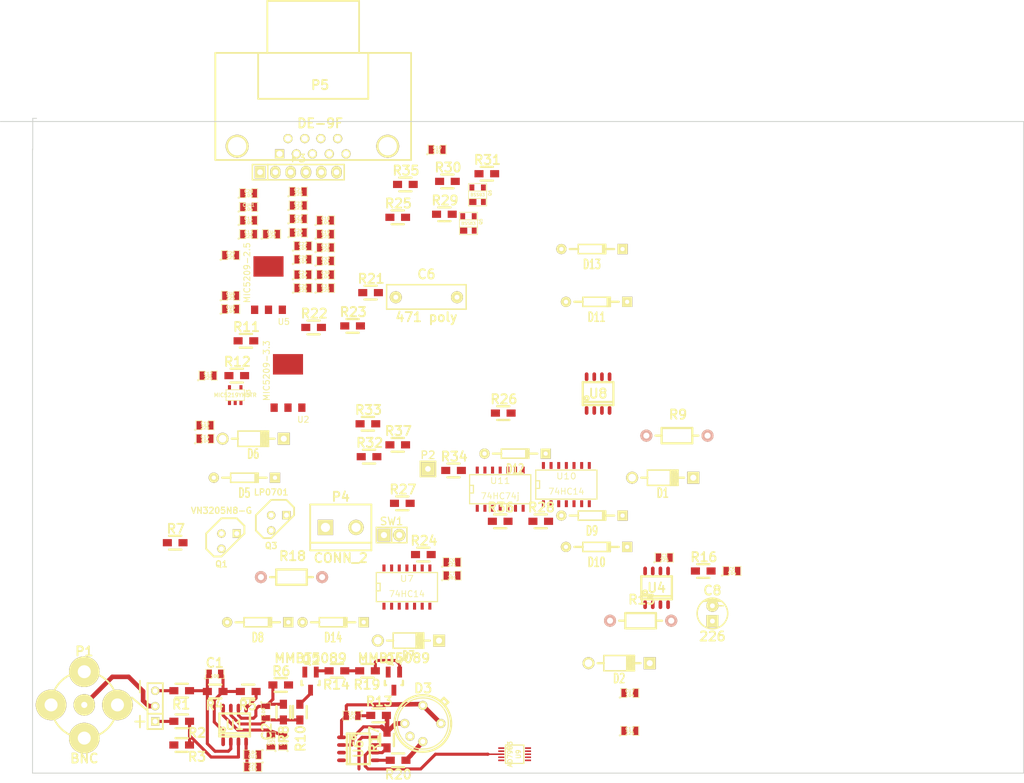
<source format=kicad_pcb>
(kicad_pcb (version 3) (host pcbnew "(2014-03-23 BZR 4768)-product")

  (general
    (links 251)
    (no_connects 213)
    (area 127.434999 73.947599 297.505001 204.12644)
    (thickness 1.6)
    (drawings 6)
    (tracks 117)
    (zones 0)
    (modules 115)
    (nets 78)
  )

  (page A3)
  (title_block
    (date "15 nov 2012")
  )

  (layers
    (15 F.Cu signal)
    (0 B.Cu signal)
    (16 B.Adhes user)
    (17 F.Adhes user)
    (18 B.Paste user)
    (19 F.Paste user)
    (20 B.SilkS user)
    (21 F.SilkS user)
    (22 B.Mask user)
    (23 F.Mask user)
    (24 Dwgs.User user)
    (25 Cmts.User user)
    (26 Eco1.User user)
    (27 Eco2.User user)
    (28 Edge.Cuts user)
  )

  (setup
    (last_trace_width 0.508)
    (user_trace_width 0.254)
    (user_trace_width 0.508)
    (user_trace_width 0.762)
    (user_trace_width 1.016)
    (user_trace_width 1.27)
    (user_trace_width 1.524)
    (trace_clearance 0.2)
    (zone_clearance 0.508)
    (zone_45_only no)
    (trace_min 0.1524)
    (segment_width 0.2)
    (edge_width 0.15)
    (via_size 0.9)
    (via_drill 0.6)
    (via_min_size 0.8)
    (via_min_drill 0.5)
    (uvia_size 0.5)
    (uvia_drill 0.1)
    (uvias_allowed no)
    (uvia_min_size 0.49784)
    (uvia_min_drill 0.09906)
    (pcb_text_width 0.3)
    (pcb_text_size 1 1)
    (mod_edge_width 0.15)
    (mod_text_size 1 1)
    (mod_text_width 0.15)
    (pad_size 5.08 5.08)
    (pad_drill 2.159)
    (pad_to_mask_clearance 0)
    (aux_axis_origin 143.5 181)
    (visible_elements 7FFEFFFF)
    (pcbplotparams
      (layerselection 3178497)
      (usegerberextensions true)
      (excludeedgelayer true)
      (linewidth 0.150000)
      (plotframeref false)
      (viasonmask false)
      (mode 1)
      (useauxorigin false)
      (hpglpennumber 1)
      (hpglpenspeed 20)
      (hpglpendiameter 15)
      (hpglpenoverlay 2)
      (psnegative false)
      (psa4output false)
      (plotreference true)
      (plotvalue true)
      (plotothertext true)
      (plotinvisibletext false)
      (padsonsilk false)
      (subtractmaskfromsilk false)
      (outputformat 1)
      (mirror false)
      (drillshape 1)
      (scaleselection 1)
      (outputdirectory ""))
  )

  (net 0 "")
  (net 1 "Net-(C1-Pad1)")
  (net 2 "Net-(C1-Pad2)")
  (net 3 "Net-(C2-Pad1)")
  (net 4 "Net-(C2-Pad2)")
  (net 5 GND)
  (net 6 "Net-(C3-Pad2)")
  (net 7 "Net-(C4-Pad1)")
  (net 8 "Net-(C4-Pad2)")
  (net 9 "Net-(C5-Pad1)")
  (net 10 "Net-(C6-Pad1)")
  (net 11 "Net-(C7-Pad2)")
  (net 12 /REF45)
  (net 13 "Net-(C9-Pad1)")
  (net 14 "Net-(C9-Pad2)")
  (net 15 "Net-(C10-Pad2)")
  (net 16 +5.25V)
  (net 17 "Net-(C12-Pad2)")
  (net 18 -0.5V)
  (net 19 -0.25V)
  (net 20 +3.3V)
  (net 21 +2.5V)
  (net 22 "Net-(D1-Pad2)")
  (net 23 "Net-(D3-Pad2)")
  (net 24 "Net-(D3-Pad5)")
  (net 25 "Net-(D3-Pad4)")
  (net 26 "Net-(D5-Pad1)")
  (net 27 "Net-(D5-Pad2)")
  (net 28 /BATT+)
  (net 29 "Net-(D9-Pad1)")
  (net 30 "Net-(D10-Pad1)")
  (net 31 "Net-(D11-Pad1)")
  (net 32 /X)
  (net 33 "Net-(D12-Pad1)")
  (net 34 "Net-(D13-Pad1)")
  (net 35 "Net-(D14-Pad1)")
  (net 36 "Net-(K1-Pad1)")
  (net 37 "Net-(K1-Pad2)")
  (net 38 "Net-(K1-Pad3)")
  (net 39 /TEST)
  (net 40 /SDO)
  (net 41 /SCLK)
  (net 42 /~CE)
  (net 43 /~REQ)
  (net 44 /BATT--)
  (net 45 "Net-(Q1-PadG)")
  (net 46 "Net-(Q5-Pad1)")
  (net 47 "Net-(Q5-Pad3)")
  (net 48 "Net-(Q5-Pad4)")
  (net 49 "Net-(Q6-Pad1)")
  (net 50 "Net-(R2-Pad1)")
  (net 51 "Net-(R5-Pad1)")
  (net 52 "Net-(R17-Pad1)")
  (net 53 "Net-(R22-Pad2)")
  (net 54 "Net-(R26-Pad1)")
  (net 55 "Net-(R27-Pad1)")
  (net 56 "Net-(R27-Pad2)")
  (net 57 "Net-(R28-Pad1)")
  (net 58 "Net-(R28-Pad2)")
  (net 59 "Net-(U3-Pad1)")
  (net 60 "Net-(U4-Pad1)")
  (net 61 /TEMP)
  (net 62 "Net-(U4-Pad7)")
  (net 63 "Net-(U4-Pad8)")
  (net 64 "Net-(U7-Pad2)")
  (net 65 "Net-(U7-Pad4)")
  (net 66 "Net-(U7-Pad6)")
  (net 67 "Net-(U10-Pad3)")
  (net 68 "Net-(U8-Pad5)")
  (net 69 "Net-(U10-Pad1)")
  (net 70 "Net-(U10-Pad11)")
  (net 71 "Net-(U10-Pad10)")
  (net 72 "Net-(U11-Pad5)")
  (net 73 "Net-(U11-Pad6)")
  (net 74 "Net-(Q2-PadB)")
  (net 75 "Net-(Q2-PadC)")
  (net 76 "Net-(Q4-PadB)")
  (net 77 "Net-(Q4-PadC)")

  (net_class Default "This is the default net class."
    (clearance 0.2)
    (trace_width 0.2)
    (via_dia 0.9)
    (via_drill 0.6)
    (uvia_dia 0.5)
    (uvia_drill 0.1)
    (add_net +2.5V)
    (add_net +3.3V)
    (add_net +5.25V)
    (add_net -0.25V)
    (add_net -0.5V)
    (add_net /BATT+)
    (add_net /BATT--)
    (add_net /REF45)
    (add_net /SCLK)
    (add_net /SDO)
    (add_net /TEMP)
    (add_net /TEST)
    (add_net /X)
    (add_net /~CE)
    (add_net /~REQ)
    (add_net GND)
    (add_net "Net-(C1-Pad1)")
    (add_net "Net-(C1-Pad2)")
    (add_net "Net-(C10-Pad2)")
    (add_net "Net-(C12-Pad2)")
    (add_net "Net-(C2-Pad1)")
    (add_net "Net-(C2-Pad2)")
    (add_net "Net-(C3-Pad2)")
    (add_net "Net-(C4-Pad1)")
    (add_net "Net-(C4-Pad2)")
    (add_net "Net-(C5-Pad1)")
    (add_net "Net-(C6-Pad1)")
    (add_net "Net-(C7-Pad2)")
    (add_net "Net-(C9-Pad1)")
    (add_net "Net-(C9-Pad2)")
    (add_net "Net-(D1-Pad2)")
    (add_net "Net-(D10-Pad1)")
    (add_net "Net-(D11-Pad1)")
    (add_net "Net-(D12-Pad1)")
    (add_net "Net-(D13-Pad1)")
    (add_net "Net-(D14-Pad1)")
    (add_net "Net-(D3-Pad2)")
    (add_net "Net-(D3-Pad4)")
    (add_net "Net-(D3-Pad5)")
    (add_net "Net-(D5-Pad1)")
    (add_net "Net-(D5-Pad2)")
    (add_net "Net-(D9-Pad1)")
    (add_net "Net-(K1-Pad1)")
    (add_net "Net-(K1-Pad2)")
    (add_net "Net-(K1-Pad3)")
    (add_net "Net-(Q1-PadG)")
    (add_net "Net-(Q2-PadB)")
    (add_net "Net-(Q2-PadC)")
    (add_net "Net-(Q4-PadB)")
    (add_net "Net-(Q4-PadC)")
    (add_net "Net-(Q5-Pad1)")
    (add_net "Net-(Q5-Pad3)")
    (add_net "Net-(Q5-Pad4)")
    (add_net "Net-(Q6-Pad1)")
    (add_net "Net-(R17-Pad1)")
    (add_net "Net-(R2-Pad1)")
    (add_net "Net-(R22-Pad2)")
    (add_net "Net-(R26-Pad1)")
    (add_net "Net-(R27-Pad1)")
    (add_net "Net-(R27-Pad2)")
    (add_net "Net-(R28-Pad1)")
    (add_net "Net-(R28-Pad2)")
    (add_net "Net-(R5-Pad1)")
    (add_net "Net-(U10-Pad1)")
    (add_net "Net-(U10-Pad10)")
    (add_net "Net-(U10-Pad11)")
    (add_net "Net-(U10-Pad3)")
    (add_net "Net-(U11-Pad5)")
    (add_net "Net-(U11-Pad6)")
    (add_net "Net-(U3-Pad1)")
    (add_net "Net-(U4-Pad1)")
    (add_net "Net-(U4-Pad7)")
    (add_net "Net-(U4-Pad8)")
    (add_net "Net-(U7-Pad2)")
    (add_net "Net-(U7-Pad4)")
    (add_net "Net-(U7-Pad6)")
    (add_net "Net-(U8-Pad5)")
  )

  (net_class Power ""
    (clearance 0.2)
    (trace_width 0.5)
    (via_dia 1)
    (via_drill 0.7)
    (uvia_dia 0.5)
    (uvia_drill 0.1)
  )

  (module SMD_Packages:SM0805 placed (layer F.Cu) (tedit 534733CB) (tstamp 5346612E)
    (at 163.1315 186.055)
    (path /5340EA3C)
    (attr smd)
    (fp_text reference C1 (at -0.0315 -1.83) (layer F.SilkS)
      (effects (font (thickness 0.3048)))
    )
    (fp_text value 100 (at 0 0.381) (layer F.SilkS)
      (effects (font (size 0.50038 0.50038) (thickness 0.10922)))
    )
    (fp_circle (center -1.651 0.762) (end -1.651 0.635) (layer F.SilkS) (width 0.09906))
    (fp_line (start -0.508 0.762) (end -1.524 0.762) (layer F.SilkS) (width 0.09906))
    (fp_line (start -1.524 0.762) (end -1.524 -0.762) (layer F.SilkS) (width 0.09906))
    (fp_line (start -1.524 -0.762) (end -0.508 -0.762) (layer F.SilkS) (width 0.09906))
    (fp_line (start 0.508 -0.762) (end 1.524 -0.762) (layer F.SilkS) (width 0.09906))
    (fp_line (start 1.524 -0.762) (end 1.524 0.762) (layer F.SilkS) (width 0.09906))
    (fp_line (start 1.524 0.762) (end 0.508 0.762) (layer F.SilkS) (width 0.09906))
    (pad 1 smd rect (at -0.9525 0) (size 0.889 1.397) (layers F.Cu F.Paste F.Mask)
      (net 1 "Net-(C1-Pad1)"))
    (pad 2 smd rect (at 0.9525 0) (size 0.889 1.397) (layers F.Cu F.Paste F.Mask)
      (net 2 "Net-(C1-Pad2)"))
    (model smd/chip_cms.wrl
      (at (xyz 0 0 0))
      (scale (xyz 0.1 0.1 0.1))
      (rotate (xyz 0 0 0))
    )
  )

  (module SMD_Packages:SM0805 placed (layer F.Cu) (tedit 534733EE) (tstamp 5346613B)
    (at 171.577 192.405 270)
    (path /5340EE16)
    (attr smd)
    (fp_text reference C2 (at 3.22 -0.148 270) (layer F.SilkS)
      (effects (font (thickness 0.3048)))
    )
    (fp_text value 100 (at 0 0.381 270) (layer F.SilkS)
      (effects (font (size 0.50038 0.50038) (thickness 0.10922)))
    )
    (fp_circle (center -1.651 0.762) (end -1.651 0.635) (layer F.SilkS) (width 0.09906))
    (fp_line (start -0.508 0.762) (end -1.524 0.762) (layer F.SilkS) (width 0.09906))
    (fp_line (start -1.524 0.762) (end -1.524 -0.762) (layer F.SilkS) (width 0.09906))
    (fp_line (start -1.524 -0.762) (end -0.508 -0.762) (layer F.SilkS) (width 0.09906))
    (fp_line (start 0.508 -0.762) (end 1.524 -0.762) (layer F.SilkS) (width 0.09906))
    (fp_line (start 1.524 -0.762) (end 1.524 0.762) (layer F.SilkS) (width 0.09906))
    (fp_line (start 1.524 0.762) (end 0.508 0.762) (layer F.SilkS) (width 0.09906))
    (pad 1 smd rect (at -0.9525 0 270) (size 0.889 1.397) (layers F.Cu F.Paste F.Mask)
      (net 3 "Net-(C2-Pad1)"))
    (pad 2 smd rect (at 0.9525 0 270) (size 0.889 1.397) (layers F.Cu F.Paste F.Mask)
      (net 4 "Net-(C2-Pad2)"))
    (model smd/chip_cms.wrl
      (at (xyz 0 0 0))
      (scale (xyz 0.1 0.1 0.1))
      (rotate (xyz 0 0 0))
    )
  )

  (module SMD_Packages:SM0805 placed (layer F.Cu) (tedit 5346585F) (tstamp 53466148)
    (at 237.744 166.751)
    (path /534107BA)
    (attr smd)
    (fp_text reference C3 (at 0 -0.3175) (layer F.SilkS)
      (effects (font (size 0.50038 0.50038) (thickness 0.10922)))
    )
    (fp_text value 225 (at 0 0.381) (layer F.SilkS)
      (effects (font (size 0.50038 0.50038) (thickness 0.10922)))
    )
    (fp_circle (center -1.651 0.762) (end -1.651 0.635) (layer F.SilkS) (width 0.09906))
    (fp_line (start -0.508 0.762) (end -1.524 0.762) (layer F.SilkS) (width 0.09906))
    (fp_line (start -1.524 0.762) (end -1.524 -0.762) (layer F.SilkS) (width 0.09906))
    (fp_line (start -1.524 -0.762) (end -0.508 -0.762) (layer F.SilkS) (width 0.09906))
    (fp_line (start 0.508 -0.762) (end 1.524 -0.762) (layer F.SilkS) (width 0.09906))
    (fp_line (start 1.524 -0.762) (end 1.524 0.762) (layer F.SilkS) (width 0.09906))
    (fp_line (start 1.524 0.762) (end 0.508 0.762) (layer F.SilkS) (width 0.09906))
    (pad 1 smd rect (at -0.9525 0) (size 0.889 1.397) (layers F.Cu F.Paste F.Mask)
      (net 5 GND))
    (pad 2 smd rect (at 0.9525 0) (size 0.889 1.397) (layers F.Cu F.Paste F.Mask)
      (net 6 "Net-(C3-Pad2)"))
    (model smd/chip_cms.wrl
      (at (xyz 0 0 0))
      (scale (xyz 0.1 0.1 0.1))
      (rotate (xyz 0 0 0))
    )
  )

  (module SMD_Packages:SM0805 placed (layer F.Cu) (tedit 53473112) (tstamp 53466155)
    (at 185.9 193 180)
    (path /5340F501)
    (attr smd)
    (fp_text reference C4 (at 0 -0.3175 360) (layer F.SilkS)
      (effects (font (size 0.50038 0.50038) (thickness 0.10922)))
    )
    (fp_text value 101 (at 0 0.381 180) (layer F.SilkS)
      (effects (font (size 0.50038 0.50038) (thickness 0.10922)))
    )
    (fp_circle (center -1.651 0.762) (end -1.651 0.635) (layer F.SilkS) (width 0.09906))
    (fp_line (start -0.508 0.762) (end -1.524 0.762) (layer F.SilkS) (width 0.09906))
    (fp_line (start -1.524 0.762) (end -1.524 -0.762) (layer F.SilkS) (width 0.09906))
    (fp_line (start -1.524 -0.762) (end -0.508 -0.762) (layer F.SilkS) (width 0.09906))
    (fp_line (start 0.508 -0.762) (end 1.524 -0.762) (layer F.SilkS) (width 0.09906))
    (fp_line (start 1.524 -0.762) (end 1.524 0.762) (layer F.SilkS) (width 0.09906))
    (fp_line (start 1.524 0.762) (end 0.508 0.762) (layer F.SilkS) (width 0.09906))
    (pad 1 smd rect (at -0.9525 0 180) (size 0.889 1.397) (layers F.Cu F.Paste F.Mask)
      (net 7 "Net-(C4-Pad1)"))
    (pad 2 smd rect (at 0.9525 0 180) (size 0.889 1.397) (layers F.Cu F.Paste F.Mask)
      (net 8 "Net-(C4-Pad2)"))
    (model smd/chip_cms.wrl
      (at (xyz 0 0 0))
      (scale (xyz 0.1 0.1 0.1))
      (rotate (xyz 0 0 0))
    )
  )

  (module SMD_Packages:SM0805 placed (layer F.Cu) (tedit 5346585F) (tstamp 53466162)
    (at 248.9835 168.9735)
    (path /533FB07E)
    (attr smd)
    (fp_text reference C5 (at 0 -0.3175) (layer F.SilkS)
      (effects (font (size 0.50038 0.50038) (thickness 0.10922)))
    )
    (fp_text value 104 (at 0 0.381) (layer F.SilkS)
      (effects (font (size 0.50038 0.50038) (thickness 0.10922)))
    )
    (fp_circle (center -1.651 0.762) (end -1.651 0.635) (layer F.SilkS) (width 0.09906))
    (fp_line (start -0.508 0.762) (end -1.524 0.762) (layer F.SilkS) (width 0.09906))
    (fp_line (start -1.524 0.762) (end -1.524 -0.762) (layer F.SilkS) (width 0.09906))
    (fp_line (start -1.524 -0.762) (end -0.508 -0.762) (layer F.SilkS) (width 0.09906))
    (fp_line (start 0.508 -0.762) (end 1.524 -0.762) (layer F.SilkS) (width 0.09906))
    (fp_line (start 1.524 -0.762) (end 1.524 0.762) (layer F.SilkS) (width 0.09906))
    (fp_line (start 1.524 0.762) (end 0.508 0.762) (layer F.SilkS) (width 0.09906))
    (pad 1 smd rect (at -0.9525 0) (size 0.889 1.397) (layers F.Cu F.Paste F.Mask)
      (net 9 "Net-(C5-Pad1)"))
    (pad 2 smd rect (at 0.9525 0) (size 0.889 1.397) (layers F.Cu F.Paste F.Mask)
      (net 5 GND))
    (model smd/chip_cms.wrl
      (at (xyz 0 0 0))
      (scale (xyz 0.1 0.1 0.1))
      (rotate (xyz 0 0 0))
    )
  )

  (module Capacitors_ThroughHole:Capacitor13x4RM10 placed (layer F.Cu) (tedit 5346585F) (tstamp 5346616C)
    (at 198.247 123.5075)
    (descr "Capacitor non pol, 13x4mm")
    (path /533FE6D1)
    (fp_text reference C6 (at 0 -3.81) (layer F.SilkS)
      (effects (font (thickness 0.3048)))
    )
    (fp_text value "471 poly" (at 0 3.302) (layer F.SilkS)
      (effects (font (thickness 0.3048)))
    )
    (fp_line (start 6.604 1.9812) (end -6.604 1.9812) (layer F.SilkS) (width 0.24892))
    (fp_line (start -6.604 -2.0828) (end 6.604 -2.0828) (layer F.SilkS) (width 0.24892))
    (fp_line (start 6.604 1.9812) (end 6.604 -2.0828) (layer F.SilkS) (width 0.24892))
    (fp_line (start -6.604 -2.0828) (end -6.604 1.9812) (layer F.SilkS) (width 0.24892))
    (pad 1 thru_hole circle (at -5.08 0) (size 1.99898 1.99898) (drill 0.8001) (layers *.Cu *.Mask F.SilkS)
      (net 10 "Net-(C6-Pad1)"))
    (pad 2 thru_hole circle (at 5.08 0) (size 1.99898 1.99898) (drill 0.8001) (layers *.Cu *.Mask F.SilkS)
      (net 5 GND))
    (model discret/Capacitor/cnp_13x4mm.wrl
      (at (xyz 0 0 0))
      (scale (xyz 1 1 1))
      (rotate (xyz 0 0 0))
    )
  )

  (module SMD_Packages:SM0805 placed (layer F.Cu) (tedit 5346585F) (tstamp 53466179)
    (at 202.5015 169.7355)
    (path /533FB44F)
    (attr smd)
    (fp_text reference C7 (at 0 -0.3175) (layer F.SilkS)
      (effects (font (size 0.50038 0.50038) (thickness 0.10922)))
    )
    (fp_text value 391 (at 0 0.381) (layer F.SilkS)
      (effects (font (size 0.50038 0.50038) (thickness 0.10922)))
    )
    (fp_circle (center -1.651 0.762) (end -1.651 0.635) (layer F.SilkS) (width 0.09906))
    (fp_line (start -0.508 0.762) (end -1.524 0.762) (layer F.SilkS) (width 0.09906))
    (fp_line (start -1.524 0.762) (end -1.524 -0.762) (layer F.SilkS) (width 0.09906))
    (fp_line (start -1.524 -0.762) (end -0.508 -0.762) (layer F.SilkS) (width 0.09906))
    (fp_line (start 0.508 -0.762) (end 1.524 -0.762) (layer F.SilkS) (width 0.09906))
    (fp_line (start 1.524 -0.762) (end 1.524 0.762) (layer F.SilkS) (width 0.09906))
    (fp_line (start 1.524 0.762) (end 0.508 0.762) (layer F.SilkS) (width 0.09906))
    (pad 1 smd rect (at -0.9525 0) (size 0.889 1.397) (layers F.Cu F.Paste F.Mask)
      (net 5 GND))
    (pad 2 smd rect (at 0.9525 0) (size 0.889 1.397) (layers F.Cu F.Paste F.Mask)
      (net 11 "Net-(C7-Pad2)"))
    (model smd/chip_cms.wrl
      (at (xyz 0 0 0))
      (scale (xyz 0.1 0.1 0.1))
      (rotate (xyz 0 0 0))
    )
  )

  (module Capacitors:CP_5x6mm placed (layer F.Cu) (tedit 5346585F) (tstamp 53466185)
    (at 245.745 176.022)
    (descr "Capacitor, pol, cyl 5x6mm")
    (path /5345F704)
    (fp_text reference C8 (at 0 -3.81) (layer F.SilkS)
      (effects (font (thickness 0.3048)))
    )
    (fp_text value 226 (at 0 3.81) (layer F.SilkS)
      (effects (font (thickness 0.3048)))
    )
    (fp_line (start 0.889 -1.27) (end 1.778 -1.27) (layer F.SilkS) (width 0.254))
    (fp_line (start 1.016 -2.286) (end -1.016 -2.286) (layer F.SilkS) (width 0.254))
    (fp_line (start -1.016 -2.286) (end -1.016 -2.159) (layer F.SilkS) (width 0.254))
    (fp_line (start -1.016 -2.159) (end 1.016 -2.159) (layer F.SilkS) (width 0.254))
    (fp_line (start -1.524 -2.032) (end 1.524 -2.032) (layer F.SilkS) (width 0.254))
    (fp_circle (center 0 0) (end -2.54 0) (layer F.SilkS) (width 0.254))
    (pad 1 thru_hole rect (at 0 1.27) (size 1.99898 1.99898) (drill 0.8001) (layers *.Cu *.Mask F.SilkS)
      (net 12 /REF45))
    (pad 2 thru_hole circle (at 0 -1.27) (size 1.99898 1.99898) (drill 0.8001) (layers *.Cu *.Mask F.SilkS)
      (net 5 GND))
    (model discret/Capacitor/cp_5x6mm.wrl
      (at (xyz 0 0 0))
      (scale (xyz 1 1 1))
      (rotate (xyz 0 0 0))
    )
  )

  (module SMD_Packages:SM0805 placed (layer F.Cu) (tedit 5346585F) (tstamp 53466192)
    (at 202.5015 167.513)
    (path /533FB66E)
    (attr smd)
    (fp_text reference C9 (at 0 -0.3175) (layer F.SilkS)
      (effects (font (size 0.50038 0.50038) (thickness 0.10922)))
    )
    (fp_text value 221 (at 0 0.381) (layer F.SilkS)
      (effects (font (size 0.50038 0.50038) (thickness 0.10922)))
    )
    (fp_circle (center -1.651 0.762) (end -1.651 0.635) (layer F.SilkS) (width 0.09906))
    (fp_line (start -0.508 0.762) (end -1.524 0.762) (layer F.SilkS) (width 0.09906))
    (fp_line (start -1.524 0.762) (end -1.524 -0.762) (layer F.SilkS) (width 0.09906))
    (fp_line (start -1.524 -0.762) (end -0.508 -0.762) (layer F.SilkS) (width 0.09906))
    (fp_line (start 0.508 -0.762) (end 1.524 -0.762) (layer F.SilkS) (width 0.09906))
    (fp_line (start 1.524 -0.762) (end 1.524 0.762) (layer F.SilkS) (width 0.09906))
    (fp_line (start 1.524 0.762) (end 0.508 0.762) (layer F.SilkS) (width 0.09906))
    (pad 1 smd rect (at -0.9525 0) (size 0.889 1.397) (layers F.Cu F.Paste F.Mask)
      (net 13 "Net-(C9-Pad1)"))
    (pad 2 smd rect (at 0.9525 0) (size 0.889 1.397) (layers F.Cu F.Paste F.Mask)
      (net 14 "Net-(C9-Pad2)"))
    (model smd/chip_cms.wrl
      (at (xyz 0 0 0))
      (scale (xyz 0.1 0.1 0.1))
      (rotate (xyz 0 0 0))
    )
  )

  (module SMD_Packages:SM0805 placed (layer F.Cu) (tedit 5346585F) (tstamp 5346619F)
    (at 200.025 98.9965)
    (path /533FB8E9)
    (attr smd)
    (fp_text reference C10 (at 0 -0.3175) (layer F.SilkS)
      (effects (font (size 0.50038 0.50038) (thickness 0.10922)))
    )
    (fp_text value 101 (at 0 0.381) (layer F.SilkS)
      (effects (font (size 0.50038 0.50038) (thickness 0.10922)))
    )
    (fp_circle (center -1.651 0.762) (end -1.651 0.635) (layer F.SilkS) (width 0.09906))
    (fp_line (start -0.508 0.762) (end -1.524 0.762) (layer F.SilkS) (width 0.09906))
    (fp_line (start -1.524 0.762) (end -1.524 -0.762) (layer F.SilkS) (width 0.09906))
    (fp_line (start -1.524 -0.762) (end -0.508 -0.762) (layer F.SilkS) (width 0.09906))
    (fp_line (start 0.508 -0.762) (end 1.524 -0.762) (layer F.SilkS) (width 0.09906))
    (fp_line (start 1.524 -0.762) (end 1.524 0.762) (layer F.SilkS) (width 0.09906))
    (fp_line (start 1.524 0.762) (end 0.508 0.762) (layer F.SilkS) (width 0.09906))
    (pad 1 smd rect (at -0.9525 0) (size 0.889 1.397) (layers F.Cu F.Paste F.Mask)
      (net 5 GND))
    (pad 2 smd rect (at 0.9525 0) (size 0.889 1.397) (layers F.Cu F.Paste F.Mask)
      (net 15 "Net-(C10-Pad2)"))
    (model smd/chip_cms.wrl
      (at (xyz 0 0 0))
      (scale (xyz 0.1 0.1 0.1))
      (rotate (xyz 0 0 0))
    )
  )

  (module SMD_Packages:SM0805 placed (layer F.Cu) (tedit 5346585F) (tstamp 534661AC)
    (at 168.7195 110.744)
    (path /5346420C)
    (attr smd)
    (fp_text reference C11 (at 0 -0.3175) (layer F.SilkS)
      (effects (font (size 0.50038 0.50038) (thickness 0.10922)))
    )
    (fp_text value 104 (at 0 0.381) (layer F.SilkS)
      (effects (font (size 0.50038 0.50038) (thickness 0.10922)))
    )
    (fp_circle (center -1.651 0.762) (end -1.651 0.635) (layer F.SilkS) (width 0.09906))
    (fp_line (start -0.508 0.762) (end -1.524 0.762) (layer F.SilkS) (width 0.09906))
    (fp_line (start -1.524 0.762) (end -1.524 -0.762) (layer F.SilkS) (width 0.09906))
    (fp_line (start -1.524 -0.762) (end -0.508 -0.762) (layer F.SilkS) (width 0.09906))
    (fp_line (start 0.508 -0.762) (end 1.524 -0.762) (layer F.SilkS) (width 0.09906))
    (fp_line (start 1.524 -0.762) (end 1.524 0.762) (layer F.SilkS) (width 0.09906))
    (fp_line (start 1.524 0.762) (end 0.508 0.762) (layer F.SilkS) (width 0.09906))
    (pad 1 smd rect (at -0.9525 0) (size 0.889 1.397) (layers F.Cu F.Paste F.Mask)
      (net 5 GND))
    (pad 2 smd rect (at 0.9525 0) (size 0.889 1.397) (layers F.Cu F.Paste F.Mask)
      (net 16 +5.25V))
    (model smd/chip_cms.wrl
      (at (xyz 0 0 0))
      (scale (xyz 0.1 0.1 0.1))
      (rotate (xyz 0 0 0))
    )
  )

  (module SMD_Packages:SM0805 placed (layer F.Cu) (tedit 5346585F) (tstamp 534661B9)
    (at 161.9885 136.525)
    (path /5345F4A8)
    (attr smd)
    (fp_text reference C12 (at 0 -0.3175) (layer F.SilkS)
      (effects (font (size 0.50038 0.50038) (thickness 0.10922)))
    )
    (fp_text value 225 (at 0 0.381) (layer F.SilkS)
      (effects (font (size 0.50038 0.50038) (thickness 0.10922)))
    )
    (fp_circle (center -1.651 0.762) (end -1.651 0.635) (layer F.SilkS) (width 0.09906))
    (fp_line (start -0.508 0.762) (end -1.524 0.762) (layer F.SilkS) (width 0.09906))
    (fp_line (start -1.524 0.762) (end -1.524 -0.762) (layer F.SilkS) (width 0.09906))
    (fp_line (start -1.524 -0.762) (end -0.508 -0.762) (layer F.SilkS) (width 0.09906))
    (fp_line (start 0.508 -0.762) (end 1.524 -0.762) (layer F.SilkS) (width 0.09906))
    (fp_line (start 1.524 -0.762) (end 1.524 0.762) (layer F.SilkS) (width 0.09906))
    (fp_line (start 1.524 0.762) (end 0.508 0.762) (layer F.SilkS) (width 0.09906))
    (pad 1 smd rect (at -0.9525 0) (size 0.889 1.397) (layers F.Cu F.Paste F.Mask)
      (net 5 GND))
    (pad 2 smd rect (at 0.9525 0) (size 0.889 1.397) (layers F.Cu F.Paste F.Mask)
      (net 17 "Net-(C12-Pad2)"))
    (model smd/chip_cms.wrl
      (at (xyz 0 0 0))
      (scale (xyz 0.1 0.1 0.1))
      (rotate (xyz 0 0 0))
    )
  )

  (module SMD_Packages:SM0805 placed (layer F.Cu) (tedit 5346585F) (tstamp 534661C6)
    (at 168.7195 113.03)
    (path /53464212)
    (attr smd)
    (fp_text reference C13 (at 0 -0.3175) (layer F.SilkS)
      (effects (font (size 0.50038 0.50038) (thickness 0.10922)))
    )
    (fp_text value 225 (at 0 0.381) (layer F.SilkS)
      (effects (font (size 0.50038 0.50038) (thickness 0.10922)))
    )
    (fp_circle (center -1.651 0.762) (end -1.651 0.635) (layer F.SilkS) (width 0.09906))
    (fp_line (start -0.508 0.762) (end -1.524 0.762) (layer F.SilkS) (width 0.09906))
    (fp_line (start -1.524 0.762) (end -1.524 -0.762) (layer F.SilkS) (width 0.09906))
    (fp_line (start -1.524 -0.762) (end -0.508 -0.762) (layer F.SilkS) (width 0.09906))
    (fp_line (start 0.508 -0.762) (end 1.524 -0.762) (layer F.SilkS) (width 0.09906))
    (fp_line (start 1.524 -0.762) (end 1.524 0.762) (layer F.SilkS) (width 0.09906))
    (fp_line (start 1.524 0.762) (end 0.508 0.762) (layer F.SilkS) (width 0.09906))
    (pad 1 smd rect (at -0.9525 0) (size 0.889 1.397) (layers F.Cu F.Paste F.Mask)
      (net 5 GND))
    (pad 2 smd rect (at 0.9525 0) (size 0.889 1.397) (layers F.Cu F.Paste F.Mask)
      (net 16 +5.25V))
    (model smd/chip_cms.wrl
      (at (xyz 0 0 0))
      (scale (xyz 0.1 0.1 0.1))
      (rotate (xyz 0 0 0))
    )
  )

  (module SMD_Packages:SM0805 placed (layer F.Cu) (tedit 5346585F) (tstamp 534661D3)
    (at 161.4805 147.0025)
    (path /53464222)
    (attr smd)
    (fp_text reference C14 (at 0 -0.3175) (layer F.SilkS)
      (effects (font (size 0.50038 0.50038) (thickness 0.10922)))
    )
    (fp_text value 104 (at 0 0.381) (layer F.SilkS)
      (effects (font (size 0.50038 0.50038) (thickness 0.10922)))
    )
    (fp_circle (center -1.651 0.762) (end -1.651 0.635) (layer F.SilkS) (width 0.09906))
    (fp_line (start -0.508 0.762) (end -1.524 0.762) (layer F.SilkS) (width 0.09906))
    (fp_line (start -1.524 0.762) (end -1.524 -0.762) (layer F.SilkS) (width 0.09906))
    (fp_line (start -1.524 -0.762) (end -0.508 -0.762) (layer F.SilkS) (width 0.09906))
    (fp_line (start 0.508 -0.762) (end 1.524 -0.762) (layer F.SilkS) (width 0.09906))
    (fp_line (start 1.524 -0.762) (end 1.524 0.762) (layer F.SilkS) (width 0.09906))
    (fp_line (start 1.524 0.762) (end 0.508 0.762) (layer F.SilkS) (width 0.09906))
    (pad 1 smd rect (at -0.9525 0) (size 0.889 1.397) (layers F.Cu F.Paste F.Mask)
      (net 5 GND))
    (pad 2 smd rect (at 0.9525 0) (size 0.889 1.397) (layers F.Cu F.Paste F.Mask)
      (net 18 -0.5V))
    (model smd/chip_cms.wrl
      (at (xyz 0 0 0))
      (scale (xyz 0.1 0.1 0.1))
      (rotate (xyz 0 0 0))
    )
  )

  (module SMD_Packages:SM0805 placed (layer F.Cu) (tedit 5346585F) (tstamp 534661E0)
    (at 161.4805 144.78)
    (path /53464228)
    (attr smd)
    (fp_text reference C15 (at 0 -0.3175) (layer F.SilkS)
      (effects (font (size 0.50038 0.50038) (thickness 0.10922)))
    )
    (fp_text value 225 (at 0 0.381) (layer F.SilkS)
      (effects (font (size 0.50038 0.50038) (thickness 0.10922)))
    )
    (fp_circle (center -1.651 0.762) (end -1.651 0.635) (layer F.SilkS) (width 0.09906))
    (fp_line (start -0.508 0.762) (end -1.524 0.762) (layer F.SilkS) (width 0.09906))
    (fp_line (start -1.524 0.762) (end -1.524 -0.762) (layer F.SilkS) (width 0.09906))
    (fp_line (start -1.524 -0.762) (end -0.508 -0.762) (layer F.SilkS) (width 0.09906))
    (fp_line (start 0.508 -0.762) (end 1.524 -0.762) (layer F.SilkS) (width 0.09906))
    (fp_line (start 1.524 -0.762) (end 1.524 0.762) (layer F.SilkS) (width 0.09906))
    (fp_line (start 1.524 0.762) (end 0.508 0.762) (layer F.SilkS) (width 0.09906))
    (pad 1 smd rect (at -0.9525 0) (size 0.889 1.397) (layers F.Cu F.Paste F.Mask)
      (net 5 GND))
    (pad 2 smd rect (at 0.9525 0) (size 0.889 1.397) (layers F.Cu F.Paste F.Mask)
      (net 18 -0.5V))
    (model smd/chip_cms.wrl
      (at (xyz 0 0 0))
      (scale (xyz 0.1 0.1 0.1))
      (rotate (xyz 0 0 0))
    )
  )

  (module SMD_Packages:SM0805 placed (layer F.Cu) (tedit 5346585F) (tstamp 534661ED)
    (at 169.4 201.525 180)
    (path /534647CA)
    (attr smd)
    (fp_text reference C16 (at 0 -0.3175 180) (layer F.SilkS)
      (effects (font (size 0.50038 0.50038) (thickness 0.10922)))
    )
    (fp_text value 225 (at 0 0.381 180) (layer F.SilkS)
      (effects (font (size 0.50038 0.50038) (thickness 0.10922)))
    )
    (fp_circle (center -1.651 0.762) (end -1.651 0.635) (layer F.SilkS) (width 0.09906))
    (fp_line (start -0.508 0.762) (end -1.524 0.762) (layer F.SilkS) (width 0.09906))
    (fp_line (start -1.524 0.762) (end -1.524 -0.762) (layer F.SilkS) (width 0.09906))
    (fp_line (start -1.524 -0.762) (end -0.508 -0.762) (layer F.SilkS) (width 0.09906))
    (fp_line (start 0.508 -0.762) (end 1.524 -0.762) (layer F.SilkS) (width 0.09906))
    (fp_line (start 1.524 -0.762) (end 1.524 0.762) (layer F.SilkS) (width 0.09906))
    (fp_line (start 1.524 0.762) (end 0.508 0.762) (layer F.SilkS) (width 0.09906))
    (pad 1 smd rect (at -0.9525 0 180) (size 0.889 1.397) (layers F.Cu F.Paste F.Mask)
      (net 5 GND))
    (pad 2 smd rect (at 0.9525 0 180) (size 0.889 1.397) (layers F.Cu F.Paste F.Mask)
      (net 19 -0.25V))
    (model smd/chip_cms.wrl
      (at (xyz 0 0 0))
      (scale (xyz 0.1 0.1 0.1))
      (rotate (xyz 0 0 0))
    )
  )

  (module SMD_Packages:SM0805 placed (layer F.Cu) (tedit 5346585F) (tstamp 534661FA)
    (at 232.029 195.5165)
    (path /53464811)
    (attr smd)
    (fp_text reference C17 (at 0 -0.3175) (layer F.SilkS)
      (effects (font (size 0.50038 0.50038) (thickness 0.10922)))
    )
    (fp_text value 225 (at 0 0.381) (layer F.SilkS)
      (effects (font (size 0.50038 0.50038) (thickness 0.10922)))
    )
    (fp_circle (center -1.651 0.762) (end -1.651 0.635) (layer F.SilkS) (width 0.09906))
    (fp_line (start -0.508 0.762) (end -1.524 0.762) (layer F.SilkS) (width 0.09906))
    (fp_line (start -1.524 0.762) (end -1.524 -0.762) (layer F.SilkS) (width 0.09906))
    (fp_line (start -1.524 -0.762) (end -0.508 -0.762) (layer F.SilkS) (width 0.09906))
    (fp_line (start 0.508 -0.762) (end 1.524 -0.762) (layer F.SilkS) (width 0.09906))
    (fp_line (start 1.524 -0.762) (end 1.524 0.762) (layer F.SilkS) (width 0.09906))
    (fp_line (start 1.524 0.762) (end 0.508 0.762) (layer F.SilkS) (width 0.09906))
    (pad 1 smd rect (at -0.9525 0) (size 0.889 1.397) (layers F.Cu F.Paste F.Mask)
      (net 5 GND))
    (pad 2 smd rect (at 0.9525 0) (size 0.889 1.397) (layers F.Cu F.Paste F.Mask)
      (net 19 -0.25V))
    (model smd/chip_cms.wrl
      (at (xyz 0 0 0))
      (scale (xyz 0.1 0.1 0.1))
      (rotate (xyz 0 0 0))
    )
  )

  (module SMD_Packages:SM0805 placed (layer F.Cu) (tedit 5346585F) (tstamp 53466207)
    (at 181.483 110.744)
    (path /53464A17)
    (attr smd)
    (fp_text reference C18 (at 0 -0.3175) (layer F.SilkS)
      (effects (font (size 0.50038 0.50038) (thickness 0.10922)))
    )
    (fp_text value 104 (at 0 0.381) (layer F.SilkS)
      (effects (font (size 0.50038 0.50038) (thickness 0.10922)))
    )
    (fp_circle (center -1.651 0.762) (end -1.651 0.635) (layer F.SilkS) (width 0.09906))
    (fp_line (start -0.508 0.762) (end -1.524 0.762) (layer F.SilkS) (width 0.09906))
    (fp_line (start -1.524 0.762) (end -1.524 -0.762) (layer F.SilkS) (width 0.09906))
    (fp_line (start -1.524 -0.762) (end -0.508 -0.762) (layer F.SilkS) (width 0.09906))
    (fp_line (start 0.508 -0.762) (end 1.524 -0.762) (layer F.SilkS) (width 0.09906))
    (fp_line (start 1.524 -0.762) (end 1.524 0.762) (layer F.SilkS) (width 0.09906))
    (fp_line (start 1.524 0.762) (end 0.508 0.762) (layer F.SilkS) (width 0.09906))
    (pad 1 smd rect (at -0.9525 0) (size 0.889 1.397) (layers F.Cu F.Paste F.Mask)
      (net 5 GND))
    (pad 2 smd rect (at 0.9525 0) (size 0.889 1.397) (layers F.Cu F.Paste F.Mask)
      (net 20 +3.3V))
    (model smd/chip_cms.wrl
      (at (xyz 0 0 0))
      (scale (xyz 0.1 0.1 0.1))
      (rotate (xyz 0 0 0))
    )
  )

  (module SMD_Packages:SM0805 placed (layer F.Cu) (tedit 5346585F) (tstamp 53466214)
    (at 181.483 113.03)
    (path /53464A1D)
    (attr smd)
    (fp_text reference C19 (at 0 -0.3175) (layer F.SilkS)
      (effects (font (size 0.50038 0.50038) (thickness 0.10922)))
    )
    (fp_text value 225 (at 0 0.381) (layer F.SilkS)
      (effects (font (size 0.50038 0.50038) (thickness 0.10922)))
    )
    (fp_circle (center -1.651 0.762) (end -1.651 0.635) (layer F.SilkS) (width 0.09906))
    (fp_line (start -0.508 0.762) (end -1.524 0.762) (layer F.SilkS) (width 0.09906))
    (fp_line (start -1.524 0.762) (end -1.524 -0.762) (layer F.SilkS) (width 0.09906))
    (fp_line (start -1.524 -0.762) (end -0.508 -0.762) (layer F.SilkS) (width 0.09906))
    (fp_line (start 0.508 -0.762) (end 1.524 -0.762) (layer F.SilkS) (width 0.09906))
    (fp_line (start 1.524 -0.762) (end 1.524 0.762) (layer F.SilkS) (width 0.09906))
    (fp_line (start 1.524 0.762) (end 0.508 0.762) (layer F.SilkS) (width 0.09906))
    (pad 1 smd rect (at -0.9525 0) (size 0.889 1.397) (layers F.Cu F.Paste F.Mask)
      (net 5 GND))
    (pad 2 smd rect (at 0.9525 0) (size 0.889 1.397) (layers F.Cu F.Paste F.Mask)
      (net 20 +3.3V))
    (model smd/chip_cms.wrl
      (at (xyz 0 0 0))
      (scale (xyz 0.1 0.1 0.1))
      (rotate (xyz 0 0 0))
    )
  )

  (module SMD_Packages:SM0805 placed (layer F.Cu) (tedit 5346585F) (tstamp 53466221)
    (at 177.7365 117.221)
    (path /53464D0A)
    (attr smd)
    (fp_text reference C20 (at 0 -0.3175) (layer F.SilkS)
      (effects (font (size 0.50038 0.50038) (thickness 0.10922)))
    )
    (fp_text value 104 (at 0 0.381) (layer F.SilkS)
      (effects (font (size 0.50038 0.50038) (thickness 0.10922)))
    )
    (fp_circle (center -1.651 0.762) (end -1.651 0.635) (layer F.SilkS) (width 0.09906))
    (fp_line (start -0.508 0.762) (end -1.524 0.762) (layer F.SilkS) (width 0.09906))
    (fp_line (start -1.524 0.762) (end -1.524 -0.762) (layer F.SilkS) (width 0.09906))
    (fp_line (start -1.524 -0.762) (end -0.508 -0.762) (layer F.SilkS) (width 0.09906))
    (fp_line (start 0.508 -0.762) (end 1.524 -0.762) (layer F.SilkS) (width 0.09906))
    (fp_line (start 1.524 -0.762) (end 1.524 0.762) (layer F.SilkS) (width 0.09906))
    (fp_line (start 1.524 0.762) (end 0.508 0.762) (layer F.SilkS) (width 0.09906))
    (pad 1 smd rect (at -0.9525 0) (size 0.889 1.397) (layers F.Cu F.Paste F.Mask)
      (net 5 GND))
    (pad 2 smd rect (at 0.9525 0) (size 0.889 1.397) (layers F.Cu F.Paste F.Mask)
      (net 20 +3.3V))
    (model smd/chip_cms.wrl
      (at (xyz 0 0 0))
      (scale (xyz 0.1 0.1 0.1))
      (rotate (xyz 0 0 0))
    )
  )

  (module SMD_Packages:SM0805 placed (layer F.Cu) (tedit 5346585F) (tstamp 5346622E)
    (at 176.9745 105.9815)
    (path /53464D10)
    (attr smd)
    (fp_text reference C21 (at 0 -0.3175) (layer F.SilkS)
      (effects (font (size 0.50038 0.50038) (thickness 0.10922)))
    )
    (fp_text value 225 (at 0 0.381) (layer F.SilkS)
      (effects (font (size 0.50038 0.50038) (thickness 0.10922)))
    )
    (fp_circle (center -1.651 0.762) (end -1.651 0.635) (layer F.SilkS) (width 0.09906))
    (fp_line (start -0.508 0.762) (end -1.524 0.762) (layer F.SilkS) (width 0.09906))
    (fp_line (start -1.524 0.762) (end -1.524 -0.762) (layer F.SilkS) (width 0.09906))
    (fp_line (start -1.524 -0.762) (end -0.508 -0.762) (layer F.SilkS) (width 0.09906))
    (fp_line (start 0.508 -0.762) (end 1.524 -0.762) (layer F.SilkS) (width 0.09906))
    (fp_line (start 1.524 -0.762) (end 1.524 0.762) (layer F.SilkS) (width 0.09906))
    (fp_line (start 1.524 0.762) (end 0.508 0.762) (layer F.SilkS) (width 0.09906))
    (pad 1 smd rect (at -0.9525 0) (size 0.889 1.397) (layers F.Cu F.Paste F.Mask)
      (net 5 GND))
    (pad 2 smd rect (at 0.9525 0) (size 0.889 1.397) (layers F.Cu F.Paste F.Mask)
      (net 20 +3.3V))
    (model smd/chip_cms.wrl
      (at (xyz 0 0 0))
      (scale (xyz 0.1 0.1 0.1))
      (rotate (xyz 0 0 0))
    )
  )

  (module SMD_Packages:SM0805 placed (layer F.Cu) (tedit 5346585F) (tstamp 5346623B)
    (at 177.7365 114.9985)
    (path /53464D27)
    (attr smd)
    (fp_text reference C22 (at 0 -0.3175) (layer F.SilkS)
      (effects (font (size 0.50038 0.50038) (thickness 0.10922)))
    )
    (fp_text value 104 (at 0 0.381) (layer F.SilkS)
      (effects (font (size 0.50038 0.50038) (thickness 0.10922)))
    )
    (fp_circle (center -1.651 0.762) (end -1.651 0.635) (layer F.SilkS) (width 0.09906))
    (fp_line (start -0.508 0.762) (end -1.524 0.762) (layer F.SilkS) (width 0.09906))
    (fp_line (start -1.524 0.762) (end -1.524 -0.762) (layer F.SilkS) (width 0.09906))
    (fp_line (start -1.524 -0.762) (end -0.508 -0.762) (layer F.SilkS) (width 0.09906))
    (fp_line (start 0.508 -0.762) (end 1.524 -0.762) (layer F.SilkS) (width 0.09906))
    (fp_line (start 1.524 -0.762) (end 1.524 0.762) (layer F.SilkS) (width 0.09906))
    (fp_line (start 1.524 0.762) (end 0.508 0.762) (layer F.SilkS) (width 0.09906))
    (pad 1 smd rect (at -0.9525 0) (size 0.889 1.397) (layers F.Cu F.Paste F.Mask)
      (net 5 GND))
    (pad 2 smd rect (at 0.9525 0) (size 0.889 1.397) (layers F.Cu F.Paste F.Mask)
      (net 20 +3.3V))
    (model smd/chip_cms.wrl
      (at (xyz 0 0 0))
      (scale (xyz 0.1 0.1 0.1))
      (rotate (xyz 0 0 0))
    )
  )

  (module SMD_Packages:SM0805 placed (layer F.Cu) (tedit 5346585F) (tstamp 53466248)
    (at 176.9745 108.2675)
    (path /53464D2D)
    (attr smd)
    (fp_text reference C23 (at 0 -0.3175) (layer F.SilkS)
      (effects (font (size 0.50038 0.50038) (thickness 0.10922)))
    )
    (fp_text value 225 (at 0 0.381) (layer F.SilkS)
      (effects (font (size 0.50038 0.50038) (thickness 0.10922)))
    )
    (fp_circle (center -1.651 0.762) (end -1.651 0.635) (layer F.SilkS) (width 0.09906))
    (fp_line (start -0.508 0.762) (end -1.524 0.762) (layer F.SilkS) (width 0.09906))
    (fp_line (start -1.524 0.762) (end -1.524 -0.762) (layer F.SilkS) (width 0.09906))
    (fp_line (start -1.524 -0.762) (end -0.508 -0.762) (layer F.SilkS) (width 0.09906))
    (fp_line (start 0.508 -0.762) (end 1.524 -0.762) (layer F.SilkS) (width 0.09906))
    (fp_line (start 1.524 -0.762) (end 1.524 0.762) (layer F.SilkS) (width 0.09906))
    (fp_line (start 1.524 0.762) (end 0.508 0.762) (layer F.SilkS) (width 0.09906))
    (pad 1 smd rect (at -0.9525 0) (size 0.889 1.397) (layers F.Cu F.Paste F.Mask)
      (net 5 GND))
    (pad 2 smd rect (at 0.9525 0) (size 0.889 1.397) (layers F.Cu F.Paste F.Mask)
      (net 20 +3.3V))
    (model smd/chip_cms.wrl
      (at (xyz 0 0 0))
      (scale (xyz 0.1 0.1 0.1))
      (rotate (xyz 0 0 0))
    )
  )

  (module SMD_Packages:SM0805 placed (layer F.Cu) (tedit 5346585F) (tstamp 53466255)
    (at 177.7365 119.761)
    (path /53464D43)
    (attr smd)
    (fp_text reference C24 (at 0 -0.3175) (layer F.SilkS)
      (effects (font (size 0.50038 0.50038) (thickness 0.10922)))
    )
    (fp_text value 104 (at 0 0.381) (layer F.SilkS)
      (effects (font (size 0.50038 0.50038) (thickness 0.10922)))
    )
    (fp_circle (center -1.651 0.762) (end -1.651 0.635) (layer F.SilkS) (width 0.09906))
    (fp_line (start -0.508 0.762) (end -1.524 0.762) (layer F.SilkS) (width 0.09906))
    (fp_line (start -1.524 0.762) (end -1.524 -0.762) (layer F.SilkS) (width 0.09906))
    (fp_line (start -1.524 -0.762) (end -0.508 -0.762) (layer F.SilkS) (width 0.09906))
    (fp_line (start 0.508 -0.762) (end 1.524 -0.762) (layer F.SilkS) (width 0.09906))
    (fp_line (start 1.524 -0.762) (end 1.524 0.762) (layer F.SilkS) (width 0.09906))
    (fp_line (start 1.524 0.762) (end 0.508 0.762) (layer F.SilkS) (width 0.09906))
    (pad 1 smd rect (at -0.9525 0) (size 0.889 1.397) (layers F.Cu F.Paste F.Mask)
      (net 5 GND))
    (pad 2 smd rect (at 0.9525 0) (size 0.889 1.397) (layers F.Cu F.Paste F.Mask)
      (net 21 +2.5V))
    (model smd/chip_cms.wrl
      (at (xyz 0 0 0))
      (scale (xyz 0.1 0.1 0.1))
      (rotate (xyz 0 0 0))
    )
  )

  (module SMD_Packages:SM0805 placed (layer F.Cu) (tedit 5346585F) (tstamp 53466262)
    (at 177.7365 121.9835)
    (path /53464D49)
    (attr smd)
    (fp_text reference C25 (at 0 -0.3175) (layer F.SilkS)
      (effects (font (size 0.50038 0.50038) (thickness 0.10922)))
    )
    (fp_text value 225 (at 0 0.381) (layer F.SilkS)
      (effects (font (size 0.50038 0.50038) (thickness 0.10922)))
    )
    (fp_circle (center -1.651 0.762) (end -1.651 0.635) (layer F.SilkS) (width 0.09906))
    (fp_line (start -0.508 0.762) (end -1.524 0.762) (layer F.SilkS) (width 0.09906))
    (fp_line (start -1.524 0.762) (end -1.524 -0.762) (layer F.SilkS) (width 0.09906))
    (fp_line (start -1.524 -0.762) (end -0.508 -0.762) (layer F.SilkS) (width 0.09906))
    (fp_line (start 0.508 -0.762) (end 1.524 -0.762) (layer F.SilkS) (width 0.09906))
    (fp_line (start 1.524 -0.762) (end 1.524 0.762) (layer F.SilkS) (width 0.09906))
    (fp_line (start 1.524 0.762) (end 0.508 0.762) (layer F.SilkS) (width 0.09906))
    (pad 1 smd rect (at -0.9525 0) (size 0.889 1.397) (layers F.Cu F.Paste F.Mask)
      (net 5 GND))
    (pad 2 smd rect (at 0.9525 0) (size 0.889 1.397) (layers F.Cu F.Paste F.Mask)
      (net 21 +2.5V))
    (model smd/chip_cms.wrl
      (at (xyz 0 0 0))
      (scale (xyz 0.1 0.1 0.1))
      (rotate (xyz 0 0 0))
    )
  )

  (module SMD_Packages:SM0805 placed (layer F.Cu) (tedit 5346585F) (tstamp 5346626F)
    (at 176.9745 112.776)
    (path /53465A39)
    (attr smd)
    (fp_text reference C26 (at 0 -0.3175) (layer F.SilkS)
      (effects (font (size 0.50038 0.50038) (thickness 0.10922)))
    )
    (fp_text value 104 (at 0 0.381) (layer F.SilkS)
      (effects (font (size 0.50038 0.50038) (thickness 0.10922)))
    )
    (fp_circle (center -1.651 0.762) (end -1.651 0.635) (layer F.SilkS) (width 0.09906))
    (fp_line (start -0.508 0.762) (end -1.524 0.762) (layer F.SilkS) (width 0.09906))
    (fp_line (start -1.524 0.762) (end -1.524 -0.762) (layer F.SilkS) (width 0.09906))
    (fp_line (start -1.524 -0.762) (end -0.508 -0.762) (layer F.SilkS) (width 0.09906))
    (fp_line (start 0.508 -0.762) (end 1.524 -0.762) (layer F.SilkS) (width 0.09906))
    (fp_line (start 1.524 -0.762) (end 1.524 0.762) (layer F.SilkS) (width 0.09906))
    (fp_line (start 1.524 0.762) (end 0.508 0.762) (layer F.SilkS) (width 0.09906))
    (pad 1 smd rect (at -0.9525 0) (size 0.889 1.397) (layers F.Cu F.Paste F.Mask)
      (net 5 GND))
    (pad 2 smd rect (at 0.9525 0) (size 0.889 1.397) (layers F.Cu F.Paste F.Mask)
      (net 20 +3.3V))
    (model smd/chip_cms.wrl
      (at (xyz 0 0 0))
      (scale (xyz 0.1 0.1 0.1))
      (rotate (xyz 0 0 0))
    )
  )

  (module SMD_Packages:SM0805 placed (layer F.Cu) (tedit 5346585F) (tstamp 5346627C)
    (at 176.9745 110.49)
    (path /53465A3F)
    (attr smd)
    (fp_text reference C27 (at 0 -0.3175) (layer F.SilkS)
      (effects (font (size 0.50038 0.50038) (thickness 0.10922)))
    )
    (fp_text value 225 (at 0 0.381) (layer F.SilkS)
      (effects (font (size 0.50038 0.50038) (thickness 0.10922)))
    )
    (fp_circle (center -1.651 0.762) (end -1.651 0.635) (layer F.SilkS) (width 0.09906))
    (fp_line (start -0.508 0.762) (end -1.524 0.762) (layer F.SilkS) (width 0.09906))
    (fp_line (start -1.524 0.762) (end -1.524 -0.762) (layer F.SilkS) (width 0.09906))
    (fp_line (start -1.524 -0.762) (end -0.508 -0.762) (layer F.SilkS) (width 0.09906))
    (fp_line (start 0.508 -0.762) (end 1.524 -0.762) (layer F.SilkS) (width 0.09906))
    (fp_line (start 1.524 -0.762) (end 1.524 0.762) (layer F.SilkS) (width 0.09906))
    (fp_line (start 1.524 0.762) (end 0.508 0.762) (layer F.SilkS) (width 0.09906))
    (pad 1 smd rect (at -0.9525 0) (size 0.889 1.397) (layers F.Cu F.Paste F.Mask)
      (net 5 GND))
    (pad 2 smd rect (at 0.9525 0) (size 0.889 1.397) (layers F.Cu F.Paste F.Mask)
      (net 20 +3.3V))
    (model smd/chip_cms.wrl
      (at (xyz 0 0 0))
      (scale (xyz 0.1 0.1 0.1))
      (rotate (xyz 0 0 0))
    )
  )

  (module SMD_Packages:SM0805 placed (layer F.Cu) (tedit 5346585F) (tstamp 53466289)
    (at 168.7195 106.2355)
    (path /53465E1E)
    (attr smd)
    (fp_text reference C28 (at 0 -0.3175) (layer F.SilkS)
      (effects (font (size 0.50038 0.50038) (thickness 0.10922)))
    )
    (fp_text value 104 (at 0 0.381) (layer F.SilkS)
      (effects (font (size 0.50038 0.50038) (thickness 0.10922)))
    )
    (fp_circle (center -1.651 0.762) (end -1.651 0.635) (layer F.SilkS) (width 0.09906))
    (fp_line (start -0.508 0.762) (end -1.524 0.762) (layer F.SilkS) (width 0.09906))
    (fp_line (start -1.524 0.762) (end -1.524 -0.762) (layer F.SilkS) (width 0.09906))
    (fp_line (start -1.524 -0.762) (end -0.508 -0.762) (layer F.SilkS) (width 0.09906))
    (fp_line (start 0.508 -0.762) (end 1.524 -0.762) (layer F.SilkS) (width 0.09906))
    (fp_line (start 1.524 -0.762) (end 1.524 0.762) (layer F.SilkS) (width 0.09906))
    (fp_line (start 1.524 0.762) (end 0.508 0.762) (layer F.SilkS) (width 0.09906))
    (pad 1 smd rect (at -0.9525 0) (size 0.889 1.397) (layers F.Cu F.Paste F.Mask)
      (net 5 GND))
    (pad 2 smd rect (at 0.9525 0) (size 0.889 1.397) (layers F.Cu F.Paste F.Mask)
      (net 16 +5.25V))
    (model smd/chip_cms.wrl
      (at (xyz 0 0 0))
      (scale (xyz 0.1 0.1 0.1))
      (rotate (xyz 0 0 0))
    )
  )

  (module SMD_Packages:SM0805 placed (layer F.Cu) (tedit 5346585F) (tstamp 53466296)
    (at 165.735 116.5225)
    (path /53465E24)
    (attr smd)
    (fp_text reference C29 (at 0 -0.3175) (layer F.SilkS)
      (effects (font (size 0.50038 0.50038) (thickness 0.10922)))
    )
    (fp_text value 225 (at 0 0.381) (layer F.SilkS)
      (effects (font (size 0.50038 0.50038) (thickness 0.10922)))
    )
    (fp_circle (center -1.651 0.762) (end -1.651 0.635) (layer F.SilkS) (width 0.09906))
    (fp_line (start -0.508 0.762) (end -1.524 0.762) (layer F.SilkS) (width 0.09906))
    (fp_line (start -1.524 0.762) (end -1.524 -0.762) (layer F.SilkS) (width 0.09906))
    (fp_line (start -1.524 -0.762) (end -0.508 -0.762) (layer F.SilkS) (width 0.09906))
    (fp_line (start 0.508 -0.762) (end 1.524 -0.762) (layer F.SilkS) (width 0.09906))
    (fp_line (start 1.524 -0.762) (end 1.524 0.762) (layer F.SilkS) (width 0.09906))
    (fp_line (start 1.524 0.762) (end 0.508 0.762) (layer F.SilkS) (width 0.09906))
    (pad 1 smd rect (at -0.9525 0) (size 0.889 1.397) (layers F.Cu F.Paste F.Mask)
      (net 5 GND))
    (pad 2 smd rect (at 0.9525 0) (size 0.889 1.397) (layers F.Cu F.Paste F.Mask)
      (net 16 +5.25V))
    (model smd/chip_cms.wrl
      (at (xyz 0 0 0))
      (scale (xyz 0.1 0.1 0.1))
      (rotate (xyz 0 0 0))
    )
  )

  (module SMD_Packages:SM0805 placed (layer F.Cu) (tedit 5346585F) (tstamp 534662A3)
    (at 181.483 119.761)
    (path /53465E3A)
    (attr smd)
    (fp_text reference C30 (at 0 -0.3175) (layer F.SilkS)
      (effects (font (size 0.50038 0.50038) (thickness 0.10922)))
    )
    (fp_text value 104 (at 0 0.381) (layer F.SilkS)
      (effects (font (size 0.50038 0.50038) (thickness 0.10922)))
    )
    (fp_circle (center -1.651 0.762) (end -1.651 0.635) (layer F.SilkS) (width 0.09906))
    (fp_line (start -0.508 0.762) (end -1.524 0.762) (layer F.SilkS) (width 0.09906))
    (fp_line (start -1.524 0.762) (end -1.524 -0.762) (layer F.SilkS) (width 0.09906))
    (fp_line (start -1.524 -0.762) (end -0.508 -0.762) (layer F.SilkS) (width 0.09906))
    (fp_line (start 0.508 -0.762) (end 1.524 -0.762) (layer F.SilkS) (width 0.09906))
    (fp_line (start 1.524 -0.762) (end 1.524 0.762) (layer F.SilkS) (width 0.09906))
    (fp_line (start 1.524 0.762) (end 0.508 0.762) (layer F.SilkS) (width 0.09906))
    (pad 1 smd rect (at -0.9525 0) (size 0.889 1.397) (layers F.Cu F.Paste F.Mask)
      (net 5 GND))
    (pad 2 smd rect (at 0.9525 0) (size 0.889 1.397) (layers F.Cu F.Paste F.Mask)
      (net 21 +2.5V))
    (model smd/chip_cms.wrl
      (at (xyz 0 0 0))
      (scale (xyz 0.1 0.1 0.1))
      (rotate (xyz 0 0 0))
    )
  )

  (module SMD_Packages:SM0805 placed (layer F.Cu) (tedit 5346585F) (tstamp 534662B0)
    (at 181.483 121.9835)
    (path /53465E40)
    (attr smd)
    (fp_text reference C31 (at 0 -0.3175) (layer F.SilkS)
      (effects (font (size 0.50038 0.50038) (thickness 0.10922)))
    )
    (fp_text value 225 (at 0 0.381) (layer F.SilkS)
      (effects (font (size 0.50038 0.50038) (thickness 0.10922)))
    )
    (fp_circle (center -1.651 0.762) (end -1.651 0.635) (layer F.SilkS) (width 0.09906))
    (fp_line (start -0.508 0.762) (end -1.524 0.762) (layer F.SilkS) (width 0.09906))
    (fp_line (start -1.524 0.762) (end -1.524 -0.762) (layer F.SilkS) (width 0.09906))
    (fp_line (start -1.524 -0.762) (end -0.508 -0.762) (layer F.SilkS) (width 0.09906))
    (fp_line (start 0.508 -0.762) (end 1.524 -0.762) (layer F.SilkS) (width 0.09906))
    (fp_line (start 1.524 -0.762) (end 1.524 0.762) (layer F.SilkS) (width 0.09906))
    (fp_line (start 1.524 0.762) (end 0.508 0.762) (layer F.SilkS) (width 0.09906))
    (pad 1 smd rect (at -0.9525 0) (size 0.889 1.397) (layers F.Cu F.Paste F.Mask)
      (net 5 GND))
    (pad 2 smd rect (at 0.9525 0) (size 0.889 1.397) (layers F.Cu F.Paste F.Mask)
      (net 21 +2.5V))
    (model smd/chip_cms.wrl
      (at (xyz 0 0 0))
      (scale (xyz 0.1 0.1 0.1))
      (rotate (xyz 0 0 0))
    )
  )

  (module SMD_Packages:SM0805 placed (layer F.Cu) (tedit 5346585F) (tstamp 534662BD)
    (at 181.483 117.475)
    (path /53465E56)
    (attr smd)
    (fp_text reference C32 (at 0 -0.3175) (layer F.SilkS)
      (effects (font (size 0.50038 0.50038) (thickness 0.10922)))
    )
    (fp_text value 104 (at 0 0.381) (layer F.SilkS)
      (effects (font (size 0.50038 0.50038) (thickness 0.10922)))
    )
    (fp_circle (center -1.651 0.762) (end -1.651 0.635) (layer F.SilkS) (width 0.09906))
    (fp_line (start -0.508 0.762) (end -1.524 0.762) (layer F.SilkS) (width 0.09906))
    (fp_line (start -1.524 0.762) (end -1.524 -0.762) (layer F.SilkS) (width 0.09906))
    (fp_line (start -1.524 -0.762) (end -0.508 -0.762) (layer F.SilkS) (width 0.09906))
    (fp_line (start 0.508 -0.762) (end 1.524 -0.762) (layer F.SilkS) (width 0.09906))
    (fp_line (start 1.524 -0.762) (end 1.524 0.762) (layer F.SilkS) (width 0.09906))
    (fp_line (start 1.524 0.762) (end 0.508 0.762) (layer F.SilkS) (width 0.09906))
    (pad 1 smd rect (at -0.9525 0) (size 0.889 1.397) (layers F.Cu F.Paste F.Mask)
      (net 5 GND))
    (pad 2 smd rect (at 0.9525 0) (size 0.889 1.397) (layers F.Cu F.Paste F.Mask)
      (net 20 +3.3V))
    (model smd/chip_cms.wrl
      (at (xyz 0 0 0))
      (scale (xyz 0.1 0.1 0.1))
      (rotate (xyz 0 0 0))
    )
  )

  (module SMD_Packages:SM0805 placed (layer F.Cu) (tedit 5346585F) (tstamp 534662CA)
    (at 181.483 115.2525)
    (path /53465E5C)
    (attr smd)
    (fp_text reference C33 (at 0 -0.3175) (layer F.SilkS)
      (effects (font (size 0.50038 0.50038) (thickness 0.10922)))
    )
    (fp_text value 225 (at 0 0.381) (layer F.SilkS)
      (effects (font (size 0.50038 0.50038) (thickness 0.10922)))
    )
    (fp_circle (center -1.651 0.762) (end -1.651 0.635) (layer F.SilkS) (width 0.09906))
    (fp_line (start -0.508 0.762) (end -1.524 0.762) (layer F.SilkS) (width 0.09906))
    (fp_line (start -1.524 0.762) (end -1.524 -0.762) (layer F.SilkS) (width 0.09906))
    (fp_line (start -1.524 -0.762) (end -0.508 -0.762) (layer F.SilkS) (width 0.09906))
    (fp_line (start 0.508 -0.762) (end 1.524 -0.762) (layer F.SilkS) (width 0.09906))
    (fp_line (start 1.524 -0.762) (end 1.524 0.762) (layer F.SilkS) (width 0.09906))
    (fp_line (start 1.524 0.762) (end 0.508 0.762) (layer F.SilkS) (width 0.09906))
    (pad 1 smd rect (at -0.9525 0) (size 0.889 1.397) (layers F.Cu F.Paste F.Mask)
      (net 5 GND))
    (pad 2 smd rect (at 0.9525 0) (size 0.889 1.397) (layers F.Cu F.Paste F.Mask)
      (net 20 +3.3V))
    (model smd/chip_cms.wrl
      (at (xyz 0 0 0))
      (scale (xyz 0.1 0.1 0.1))
      (rotate (xyz 0 0 0))
    )
  )

  (module SMD_Packages:SM0805 placed (layer F.Cu) (tedit 5346585F) (tstamp 5347352E)
    (at 174.425 197.225 90)
    (path /534647B8)
    (attr smd)
    (fp_text reference CU1 (at 0 -0.3175 90) (layer F.SilkS)
      (effects (font (size 0.50038 0.50038) (thickness 0.10922)))
    )
    (fp_text value 104 (at 0 0.381 90) (layer F.SilkS)
      (effects (font (size 0.50038 0.50038) (thickness 0.10922)))
    )
    (fp_circle (center -1.651 0.762) (end -1.651 0.635) (layer F.SilkS) (width 0.09906))
    (fp_line (start -0.508 0.762) (end -1.524 0.762) (layer F.SilkS) (width 0.09906))
    (fp_line (start -1.524 0.762) (end -1.524 -0.762) (layer F.SilkS) (width 0.09906))
    (fp_line (start -1.524 -0.762) (end -0.508 -0.762) (layer F.SilkS) (width 0.09906))
    (fp_line (start 0.508 -0.762) (end 1.524 -0.762) (layer F.SilkS) (width 0.09906))
    (fp_line (start 1.524 -0.762) (end 1.524 0.762) (layer F.SilkS) (width 0.09906))
    (fp_line (start 1.524 0.762) (end 0.508 0.762) (layer F.SilkS) (width 0.09906))
    (pad 1 smd rect (at -0.9525 0 90) (size 0.889 1.397) (layers F.Cu F.Paste F.Mask)
      (net 5 GND))
    (pad 2 smd rect (at 0.9525 0 90) (size 0.889 1.397) (layers F.Cu F.Paste F.Mask)
      (net 16 +5.25V))
    (model smd/chip_cms.wrl
      (at (xyz 0 0 0))
      (scale (xyz 0.1 0.1 0.1))
      (rotate (xyz 0 0 0))
    )
  )

  (module SMD_Packages:SM0805 placed (layer F.Cu) (tedit 5346585F) (tstamp 53473520)
    (at 172.425 197.225 90)
    (path /534647BE)
    (attr smd)
    (fp_text reference CU2 (at 0 -0.3175 90) (layer F.SilkS)
      (effects (font (size 0.50038 0.50038) (thickness 0.10922)))
    )
    (fp_text value 225 (at 0 0.381 90) (layer F.SilkS)
      (effects (font (size 0.50038 0.50038) (thickness 0.10922)))
    )
    (fp_circle (center -1.651 0.762) (end -1.651 0.635) (layer F.SilkS) (width 0.09906))
    (fp_line (start -0.508 0.762) (end -1.524 0.762) (layer F.SilkS) (width 0.09906))
    (fp_line (start -1.524 0.762) (end -1.524 -0.762) (layer F.SilkS) (width 0.09906))
    (fp_line (start -1.524 -0.762) (end -0.508 -0.762) (layer F.SilkS) (width 0.09906))
    (fp_line (start 0.508 -0.762) (end 1.524 -0.762) (layer F.SilkS) (width 0.09906))
    (fp_line (start 1.524 -0.762) (end 1.524 0.762) (layer F.SilkS) (width 0.09906))
    (fp_line (start 1.524 0.762) (end 0.508 0.762) (layer F.SilkS) (width 0.09906))
    (pad 1 smd rect (at -0.9525 0 90) (size 0.889 1.397) (layers F.Cu F.Paste F.Mask)
      (net 5 GND))
    (pad 2 smd rect (at 0.9525 0 90) (size 0.889 1.397) (layers F.Cu F.Paste F.Mask)
      (net 16 +5.25V))
    (model smd/chip_cms.wrl
      (at (xyz 0 0 0))
      (scale (xyz 0.1 0.1 0.1))
      (rotate (xyz 0 0 0))
    )
  )

  (module SMD_Packages:SM0805 placed (layer F.Cu) (tedit 5346585F) (tstamp 534662F1)
    (at 169.4 199.475 180)
    (path /534647C4)
    (attr smd)
    (fp_text reference CU3 (at 0 -0.3175 180) (layer F.SilkS)
      (effects (font (size 0.50038 0.50038) (thickness 0.10922)))
    )
    (fp_text value 104 (at 0 0.381 180) (layer F.SilkS)
      (effects (font (size 0.50038 0.50038) (thickness 0.10922)))
    )
    (fp_circle (center -1.651 0.762) (end -1.651 0.635) (layer F.SilkS) (width 0.09906))
    (fp_line (start -0.508 0.762) (end -1.524 0.762) (layer F.SilkS) (width 0.09906))
    (fp_line (start -1.524 0.762) (end -1.524 -0.762) (layer F.SilkS) (width 0.09906))
    (fp_line (start -1.524 -0.762) (end -0.508 -0.762) (layer F.SilkS) (width 0.09906))
    (fp_line (start 0.508 -0.762) (end 1.524 -0.762) (layer F.SilkS) (width 0.09906))
    (fp_line (start 1.524 -0.762) (end 1.524 0.762) (layer F.SilkS) (width 0.09906))
    (fp_line (start 1.524 0.762) (end 0.508 0.762) (layer F.SilkS) (width 0.09906))
    (pad 1 smd rect (at -0.9525 0 180) (size 0.889 1.397) (layers F.Cu F.Paste F.Mask)
      (net 5 GND))
    (pad 2 smd rect (at 0.9525 0 180) (size 0.889 1.397) (layers F.Cu F.Paste F.Mask)
      (net 19 -0.25V))
    (model smd/chip_cms.wrl
      (at (xyz 0 0 0))
      (scale (xyz 0.1 0.1 0.1))
      (rotate (xyz 0 0 0))
    )
  )

  (module SMD_Packages:SM0805 placed (layer F.Cu) (tedit 5346585F) (tstamp 534662FE)
    (at 172.5295 113.03)
    (path /5341216E)
    (attr smd)
    (fp_text reference CU4 (at 0 -0.3175) (layer F.SilkS)
      (effects (font (size 0.50038 0.50038) (thickness 0.10922)))
    )
    (fp_text value 225 (at 0 0.381) (layer F.SilkS)
      (effects (font (size 0.50038 0.50038) (thickness 0.10922)))
    )
    (fp_circle (center -1.651 0.762) (end -1.651 0.635) (layer F.SilkS) (width 0.09906))
    (fp_line (start -0.508 0.762) (end -1.524 0.762) (layer F.SilkS) (width 0.09906))
    (fp_line (start -1.524 0.762) (end -1.524 -0.762) (layer F.SilkS) (width 0.09906))
    (fp_line (start -1.524 -0.762) (end -0.508 -0.762) (layer F.SilkS) (width 0.09906))
    (fp_line (start 0.508 -0.762) (end 1.524 -0.762) (layer F.SilkS) (width 0.09906))
    (fp_line (start 1.524 -0.762) (end 1.524 0.762) (layer F.SilkS) (width 0.09906))
    (fp_line (start 1.524 0.762) (end 0.508 0.762) (layer F.SilkS) (width 0.09906))
    (pad 1 smd rect (at -0.9525 0) (size 0.889 1.397) (layers F.Cu F.Paste F.Mask)
      (net 16 +5.25V))
    (pad 2 smd rect (at 0.9525 0) (size 0.889 1.397) (layers F.Cu F.Paste F.Mask)
      (net 5 GND))
    (model smd/chip_cms.wrl
      (at (xyz 0 0 0))
      (scale (xyz 0.1 0.1 0.1))
      (rotate (xyz 0 0 0))
    )
  )

  (module SMD_Packages:SM0805 placed (layer F.Cu) (tedit 5346585F) (tstamp 5346630B)
    (at 165.735 125.476)
    (path /534647FF)
    (attr smd)
    (fp_text reference CU5 (at 0 -0.3175) (layer F.SilkS)
      (effects (font (size 0.50038 0.50038) (thickness 0.10922)))
    )
    (fp_text value 104 (at 0 0.381) (layer F.SilkS)
      (effects (font (size 0.50038 0.50038) (thickness 0.10922)))
    )
    (fp_circle (center -1.651 0.762) (end -1.651 0.635) (layer F.SilkS) (width 0.09906))
    (fp_line (start -0.508 0.762) (end -1.524 0.762) (layer F.SilkS) (width 0.09906))
    (fp_line (start -1.524 0.762) (end -1.524 -0.762) (layer F.SilkS) (width 0.09906))
    (fp_line (start -1.524 -0.762) (end -0.508 -0.762) (layer F.SilkS) (width 0.09906))
    (fp_line (start 0.508 -0.762) (end 1.524 -0.762) (layer F.SilkS) (width 0.09906))
    (fp_line (start 1.524 -0.762) (end 1.524 0.762) (layer F.SilkS) (width 0.09906))
    (fp_line (start 1.524 0.762) (end 0.508 0.762) (layer F.SilkS) (width 0.09906))
    (pad 1 smd rect (at -0.9525 0) (size 0.889 1.397) (layers F.Cu F.Paste F.Mask)
      (net 5 GND))
    (pad 2 smd rect (at 0.9525 0) (size 0.889 1.397) (layers F.Cu F.Paste F.Mask)
      (net 16 +5.25V))
    (model smd/chip_cms.wrl
      (at (xyz 0 0 0))
      (scale (xyz 0.1 0.1 0.1))
      (rotate (xyz 0 0 0))
    )
  )

  (module SMD_Packages:SM0805 placed (layer F.Cu) (tedit 5346585F) (tstamp 53466318)
    (at 165.735 123.2535)
    (path /53464805)
    (attr smd)
    (fp_text reference CU6 (at 0 -0.3175) (layer F.SilkS)
      (effects (font (size 0.50038 0.50038) (thickness 0.10922)))
    )
    (fp_text value 225 (at 0 0.381) (layer F.SilkS)
      (effects (font (size 0.50038 0.50038) (thickness 0.10922)))
    )
    (fp_circle (center -1.651 0.762) (end -1.651 0.635) (layer F.SilkS) (width 0.09906))
    (fp_line (start -0.508 0.762) (end -1.524 0.762) (layer F.SilkS) (width 0.09906))
    (fp_line (start -1.524 0.762) (end -1.524 -0.762) (layer F.SilkS) (width 0.09906))
    (fp_line (start -1.524 -0.762) (end -0.508 -0.762) (layer F.SilkS) (width 0.09906))
    (fp_line (start 0.508 -0.762) (end 1.524 -0.762) (layer F.SilkS) (width 0.09906))
    (fp_line (start 1.524 -0.762) (end 1.524 0.762) (layer F.SilkS) (width 0.09906))
    (fp_line (start 1.524 0.762) (end 0.508 0.762) (layer F.SilkS) (width 0.09906))
    (pad 1 smd rect (at -0.9525 0) (size 0.889 1.397) (layers F.Cu F.Paste F.Mask)
      (net 5 GND))
    (pad 2 smd rect (at 0.9525 0) (size 0.889 1.397) (layers F.Cu F.Paste F.Mask)
      (net 16 +5.25V))
    (model smd/chip_cms.wrl
      (at (xyz 0 0 0))
      (scale (xyz 0.1 0.1 0.1))
      (rotate (xyz 0 0 0))
    )
  )

  (module SMD_Packages:SM0805 placed (layer F.Cu) (tedit 5346585F) (tstamp 53466325)
    (at 232.029 189.23)
    (path /5346480B)
    (attr smd)
    (fp_text reference CU7 (at 0 -0.3175) (layer F.SilkS)
      (effects (font (size 0.50038 0.50038) (thickness 0.10922)))
    )
    (fp_text value 104 (at 0 0.381) (layer F.SilkS)
      (effects (font (size 0.50038 0.50038) (thickness 0.10922)))
    )
    (fp_circle (center -1.651 0.762) (end -1.651 0.635) (layer F.SilkS) (width 0.09906))
    (fp_line (start -0.508 0.762) (end -1.524 0.762) (layer F.SilkS) (width 0.09906))
    (fp_line (start -1.524 0.762) (end -1.524 -0.762) (layer F.SilkS) (width 0.09906))
    (fp_line (start -1.524 -0.762) (end -0.508 -0.762) (layer F.SilkS) (width 0.09906))
    (fp_line (start 0.508 -0.762) (end 1.524 -0.762) (layer F.SilkS) (width 0.09906))
    (fp_line (start 1.524 -0.762) (end 1.524 0.762) (layer F.SilkS) (width 0.09906))
    (fp_line (start 1.524 0.762) (end 0.508 0.762) (layer F.SilkS) (width 0.09906))
    (pad 1 smd rect (at -0.9525 0) (size 0.889 1.397) (layers F.Cu F.Paste F.Mask)
      (net 5 GND))
    (pad 2 smd rect (at 0.9525 0) (size 0.889 1.397) (layers F.Cu F.Paste F.Mask)
      (net 19 -0.25V))
    (model smd/chip_cms.wrl
      (at (xyz 0 0 0))
      (scale (xyz 0.1 0.1 0.1))
      (rotate (xyz 0 0 0))
    )
  )

  (module SMD_Packages:SM0805 placed (layer F.Cu) (tedit 5346585F) (tstamp 53466332)
    (at 168.7195 108.5215)
    (path /5346400A)
    (attr smd)
    (fp_text reference CU41 (at 0 -0.3175) (layer F.SilkS)
      (effects (font (size 0.50038 0.50038) (thickness 0.10922)))
    )
    (fp_text value 104 (at 0 0.381) (layer F.SilkS)
      (effects (font (size 0.50038 0.50038) (thickness 0.10922)))
    )
    (fp_circle (center -1.651 0.762) (end -1.651 0.635) (layer F.SilkS) (width 0.09906))
    (fp_line (start -0.508 0.762) (end -1.524 0.762) (layer F.SilkS) (width 0.09906))
    (fp_line (start -1.524 0.762) (end -1.524 -0.762) (layer F.SilkS) (width 0.09906))
    (fp_line (start -1.524 -0.762) (end -0.508 -0.762) (layer F.SilkS) (width 0.09906))
    (fp_line (start 0.508 -0.762) (end 1.524 -0.762) (layer F.SilkS) (width 0.09906))
    (fp_line (start 1.524 -0.762) (end 1.524 0.762) (layer F.SilkS) (width 0.09906))
    (fp_line (start 1.524 0.762) (end 0.508 0.762) (layer F.SilkS) (width 0.09906))
    (pad 1 smd rect (at -0.9525 0) (size 0.889 1.397) (layers F.Cu F.Paste F.Mask)
      (net 5 GND))
    (pad 2 smd rect (at 0.9525 0) (size 0.889 1.397) (layers F.Cu F.Paste F.Mask)
      (net 16 +5.25V))
    (model smd/chip_cms.wrl
      (at (xyz 0 0 0))
      (scale (xyz 0.1 0.1 0.1))
      (rotate (xyz 0 0 0))
    )
  )

  (module Diodes_ThroughHole:Diode_DO-41_SOD81_Horizontal_RM10 placed (layer F.Cu) (tedit 5346585F) (tstamp 53466346)
    (at 237.49 153.4795)
    (descr "Diode, DO-41, SOD81, Horizontal, RM 10mm,")
    (tags "Diode, DO-41, SOD81, Horizontal, RM 10mm, 1N4007, SB140,")
    (path /53411D2E)
    (fp_text reference D1 (at 0 2.54) (layer F.SilkS)
      (effects (font (size 1.524 1.016) (thickness 0.254)))
    )
    (fp_text value 1N5819 (at -1.016 -3.556) (layer F.SilkS) hide
      (effects (font (size 1.524 1.016) (thickness 0.254)))
    )
    (fp_line (start -2.54 0) (end -3.556 0) (layer F.SilkS) (width 0.381))
    (fp_line (start 2.286 0) (end 3.556 0) (layer F.SilkS) (width 0.381))
    (fp_line (start 2.032 -1.27) (end 2.032 1.27) (layer F.SilkS) (width 0.254))
    (fp_line (start 1.778 -1.27) (end 1.778 1.27) (layer F.SilkS) (width 0.254))
    (fp_line (start 1.524 -1.27) (end 1.524 1.27) (layer F.SilkS) (width 0.254))
    (fp_line (start 2.286 -1.27) (end 2.286 1.27) (layer F.SilkS) (width 0.254))
    (fp_line (start 1.27 -1.27) (end 2.54 1.27) (layer F.SilkS) (width 0.254))
    (fp_line (start 2.54 -1.27) (end 1.27 1.27) (layer F.SilkS) (width 0.254))
    (fp_line (start 1.27 -1.27) (end 1.27 1.27) (layer F.SilkS) (width 0.254))
    (fp_line (start 1.905 -1.27) (end 1.905 1.27) (layer F.SilkS) (width 0.254))
    (fp_line (start 2.54 1.27) (end 2.54 -1.27) (layer F.SilkS) (width 0.254))
    (fp_line (start 2.54 -1.27) (end -2.54 -1.27) (layer F.SilkS) (width 0.254))
    (fp_line (start -2.54 -1.27) (end -2.54 1.27) (layer F.SilkS) (width 0.254))
    (fp_line (start -2.54 1.27) (end 2.54 1.27) (layer F.SilkS) (width 0.254))
    (pad 1 thru_hole circle (at -5.08 0) (size 1.99898 1.99898) (drill 1.27) (layers *.Cu *.Mask F.SilkS)
      (net 19 -0.25V))
    (pad 2 thru_hole rect (at 5.08 0) (size 1.99898 1.99898) (drill 1.00076) (layers *.Cu *.Mask F.SilkS)
      (net 22 "Net-(D1-Pad2)"))
  )

  (module Diodes_ThroughHole:Diode_DO-41_SOD81_Horizontal_RM10 placed (layer F.Cu) (tedit 5346585F) (tstamp 5346635A)
    (at 230.251 184.277)
    (descr "Diode, DO-41, SOD81, Horizontal, RM 10mm,")
    (tags "Diode, DO-41, SOD81, Horizontal, RM 10mm, 1N4007, SB140,")
    (path /5341176B)
    (fp_text reference D2 (at 0 2.54) (layer F.SilkS)
      (effects (font (size 1.524 1.016) (thickness 0.254)))
    )
    (fp_text value 1N5819 (at -1.016 -3.556) (layer F.SilkS) hide
      (effects (font (size 1.524 1.016) (thickness 0.254)))
    )
    (fp_line (start -2.54 0) (end -3.556 0) (layer F.SilkS) (width 0.381))
    (fp_line (start 2.286 0) (end 3.556 0) (layer F.SilkS) (width 0.381))
    (fp_line (start 2.032 -1.27) (end 2.032 1.27) (layer F.SilkS) (width 0.254))
    (fp_line (start 1.778 -1.27) (end 1.778 1.27) (layer F.SilkS) (width 0.254))
    (fp_line (start 1.524 -1.27) (end 1.524 1.27) (layer F.SilkS) (width 0.254))
    (fp_line (start 2.286 -1.27) (end 2.286 1.27) (layer F.SilkS) (width 0.254))
    (fp_line (start 1.27 -1.27) (end 2.54 1.27) (layer F.SilkS) (width 0.254))
    (fp_line (start 2.54 -1.27) (end 1.27 1.27) (layer F.SilkS) (width 0.254))
    (fp_line (start 1.27 -1.27) (end 1.27 1.27) (layer F.SilkS) (width 0.254))
    (fp_line (start 1.905 -1.27) (end 1.905 1.27) (layer F.SilkS) (width 0.254))
    (fp_line (start 2.54 1.27) (end 2.54 -1.27) (layer F.SilkS) (width 0.254))
    (fp_line (start 2.54 -1.27) (end -2.54 -1.27) (layer F.SilkS) (width 0.254))
    (fp_line (start -2.54 -1.27) (end -2.54 1.27) (layer F.SilkS) (width 0.254))
    (fp_line (start -2.54 1.27) (end 2.54 1.27) (layer F.SilkS) (width 0.254))
    (pad 1 thru_hole circle (at -5.08 0) (size 1.99898 1.99898) (drill 1.27) (layers *.Cu *.Mask F.SilkS)
      (net 5 GND))
    (pad 2 thru_hole rect (at 5.08 0) (size 1.99898 1.99898) (drill 1.00076) (layers *.Cu *.Mask F.SilkS)
      (net 19 -0.25V))
  )

  (module 111kicad-jerry:TO-78_Housing_5Pin placed (layer F.Cu) (tedit 5347336C) (tstamp 53466369)
    (at 197.612 194.183 90)
    (descr "TO-78, 8 Pin,")
    (tags "TO-78, 8 Pin,")
    (path /5345E7E4)
    (fp_text reference D3 (at 5.733 0.088 180) (layer F.SilkS)
      (effects (font (thickness 0.3048)))
    )
    (fp_text value DPAD1 (at -0.8 7.475 90) (layer F.SilkS) hide
      (effects (font (thickness 0.3048)))
    )
    (fp_line (start 3.7625 3.9125) (end 3.4125 4.2625) (layer F.SilkS) (width 0.381))
    (fp_line (start 3.4125 4.2625) (end 2.9125 3.6875) (layer F.SilkS) (width 0.381))
    (fp_line (start 3.7625 3.9125) (end 4.1375 3.5375) (layer F.SilkS) (width 0.381))
    (fp_line (start 4.1375 3.5375) (end 3.5875 3.0125) (layer F.SilkS) (width 0.381))
    (fp_circle (center -0.1125 0.0375) (end -0.1125 -4.2125) (layer F.SilkS) (width 0.2))
    (fp_circle (center -0.1125 0.0375) (end -0.1125 -4.6625) (layer F.SilkS) (width 0.381))
    (pad 7 thru_hole circle (at -0.1125 3.0375 180) (size 1.524 1.524) (drill 0.85) (layers *.Cu *.Mask F.SilkS)
      (net 8 "Net-(C4-Pad2)"))
    (pad 2 thru_hole circle (at -0.1125 -2.9625 180) (size 1.524 1.524) (drill 0.85) (layers *.Cu *.Mask F.SilkS)
      (net 23 "Net-(D3-Pad2)"))
    (pad 5 thru_hole circle (at -3.1125 0.0375 180) (size 1.524 1.524) (drill 0.85) (layers *.Cu *.Mask F.SilkS)
      (net 24 "Net-(D3-Pad5)"))
    (pad 1 thru_hole circle (at 2.8875 0.0375 180) (size 1.524 1.524) (drill 0.85) (layers *.Cu *.Mask F.SilkS)
      (net 8 "Net-(C4-Pad2)"))
    (pad 4 thru_hole circle (at -2.2375 -2.0875 180) (size 1.524 1.524) (drill 0.85) (layers *.Cu *.Mask F.SilkS)
      (net 25 "Net-(D3-Pad4)"))
    (model TO-78_Wings3D_RevA_06Jun2013/TO-78_8Pin_Faktor03937_RevA_06Jun2013.wrl
      (at (xyz 0 0 0))
      (scale (xyz 0.3937 0.3937 0.3937))
      (rotate (xyz 0 0 0))
    )
  )

  (module Diodes_ThroughHole:Diode_DO-35_SOD27_Horizontal_RM10 placed (layer F.Cu) (tedit 5346585F) (tstamp 53466378)
    (at 168.021 153.4795)
    (descr "Diode, DO-35,  SOD27, Horizontal, RM 10mm")
    (tags "Diode, DO-35, SOD27, Horizontal, RM 10mm, 1N4148,")
    (path /5341105E)
    (fp_text reference D5 (at 0 2.54) (layer F.SilkS)
      (effects (font (size 1.524 1.016) (thickness 0.254)))
    )
    (fp_text value 6.2V (at -1.016 -3.556) (layer F.SilkS) hide
      (effects (font (size 1.524 1.016) (thickness 0.254)))
    )
    (fp_line (start -2.286 0) (end -3.683 0) (layer F.SilkS) (width 0.381))
    (fp_line (start 2.159 0) (end 3.683 0) (layer F.SilkS) (width 0.381))
    (fp_line (start 1.778 -0.762) (end 1.778 0.762) (layer F.SilkS) (width 0.254))
    (fp_line (start 2.032 -0.762) (end 2.032 0.762) (layer F.SilkS) (width 0.254))
    (fp_line (start 2.286 0) (end 2.286 0.762) (layer F.SilkS) (width 0.254))
    (fp_line (start 2.286 0.762) (end -2.286 0.762) (layer F.SilkS) (width 0.254))
    (fp_line (start -2.286 0.762) (end -2.286 -0.762) (layer F.SilkS) (width 0.254))
    (fp_line (start -2.286 -0.762) (end 2.286 -0.762) (layer F.SilkS) (width 0.254))
    (fp_line (start 2.286 -0.762) (end 2.286 0) (layer F.SilkS) (width 0.254))
    (pad 1 thru_hole circle (at -5.08 0) (size 1.69926 1.69926) (drill 0.70104) (layers *.Cu *.Mask F.SilkS)
      (net 26 "Net-(D5-Pad1)"))
    (pad 2 thru_hole rect (at 5.08 0) (size 1.69926 1.69926) (drill 0.70104) (layers *.Cu *.Mask F.SilkS)
      (net 27 "Net-(D5-Pad2)"))
    (model discret/diode.wrl
      (at (xyz 0 0 0))
      (scale (xyz 0.4 0.4 0.4))
      (rotate (xyz 0 0 0))
    )
  )

  (module Diodes_ThroughHole:Diode_DO-41_SOD81_Horizontal_RM10 placed (layer F.Cu) (tedit 5346585F) (tstamp 5346638C)
    (at 169.4815 147.0025)
    (descr "Diode, DO-41, SOD81, Horizontal, RM 10mm,")
    (tags "Diode, DO-41, SOD81, Horizontal, RM 10mm, 1N4007, SB140,")
    (path /53411D1E)
    (fp_text reference D6 (at 0 2.54) (layer F.SilkS)
      (effects (font (size 1.524 1.016) (thickness 0.254)))
    )
    (fp_text value 1N4007 (at -1.016 -3.556) (layer F.SilkS) hide
      (effects (font (size 1.524 1.016) (thickness 0.254)))
    )
    (fp_line (start -2.54 0) (end -3.556 0) (layer F.SilkS) (width 0.381))
    (fp_line (start 2.286 0) (end 3.556 0) (layer F.SilkS) (width 0.381))
    (fp_line (start 2.032 -1.27) (end 2.032 1.27) (layer F.SilkS) (width 0.254))
    (fp_line (start 1.778 -1.27) (end 1.778 1.27) (layer F.SilkS) (width 0.254))
    (fp_line (start 1.524 -1.27) (end 1.524 1.27) (layer F.SilkS) (width 0.254))
    (fp_line (start 2.286 -1.27) (end 2.286 1.27) (layer F.SilkS) (width 0.254))
    (fp_line (start 1.27 -1.27) (end 2.54 1.27) (layer F.SilkS) (width 0.254))
    (fp_line (start 2.54 -1.27) (end 1.27 1.27) (layer F.SilkS) (width 0.254))
    (fp_line (start 1.27 -1.27) (end 1.27 1.27) (layer F.SilkS) (width 0.254))
    (fp_line (start 1.905 -1.27) (end 1.905 1.27) (layer F.SilkS) (width 0.254))
    (fp_line (start 2.54 1.27) (end 2.54 -1.27) (layer F.SilkS) (width 0.254))
    (fp_line (start 2.54 -1.27) (end -2.54 -1.27) (layer F.SilkS) (width 0.254))
    (fp_line (start -2.54 -1.27) (end -2.54 1.27) (layer F.SilkS) (width 0.254))
    (fp_line (start -2.54 1.27) (end 2.54 1.27) (layer F.SilkS) (width 0.254))
    (pad 1 thru_hole circle (at -5.08 0) (size 1.99898 1.99898) (drill 1.27) (layers *.Cu *.Mask F.SilkS)
      (net 5 GND))
    (pad 2 thru_hole rect (at 5.08 0) (size 1.99898 1.99898) (drill 1.00076) (layers *.Cu *.Mask F.SilkS)
      (net 28 /BATT+))
  )

  (module Diodes_ThroughHole:Diode_DO-41_SOD81_Horizontal_RM10 placed (layer F.Cu) (tedit 5346585F) (tstamp 534663A0)
    (at 195.2625 180.5305)
    (descr "Diode, DO-41, SOD81, Horizontal, RM 10mm,")
    (tags "Diode, DO-41, SOD81, Horizontal, RM 10mm, 1N4007, SB140,")
    (path /53410FA9)
    (fp_text reference D7 (at 0 2.54) (layer F.SilkS)
      (effects (font (size 1.524 1.016) (thickness 0.254)))
    )
    (fp_text value 1N4007 (at -1.016 -3.556) (layer F.SilkS) hide
      (effects (font (size 1.524 1.016) (thickness 0.254)))
    )
    (fp_line (start -2.54 0) (end -3.556 0) (layer F.SilkS) (width 0.381))
    (fp_line (start 2.286 0) (end 3.556 0) (layer F.SilkS) (width 0.381))
    (fp_line (start 2.032 -1.27) (end 2.032 1.27) (layer F.SilkS) (width 0.254))
    (fp_line (start 1.778 -1.27) (end 1.778 1.27) (layer F.SilkS) (width 0.254))
    (fp_line (start 1.524 -1.27) (end 1.524 1.27) (layer F.SilkS) (width 0.254))
    (fp_line (start 2.286 -1.27) (end 2.286 1.27) (layer F.SilkS) (width 0.254))
    (fp_line (start 1.27 -1.27) (end 2.54 1.27) (layer F.SilkS) (width 0.254))
    (fp_line (start 2.54 -1.27) (end 1.27 1.27) (layer F.SilkS) (width 0.254))
    (fp_line (start 1.27 -1.27) (end 1.27 1.27) (layer F.SilkS) (width 0.254))
    (fp_line (start 1.905 -1.27) (end 1.905 1.27) (layer F.SilkS) (width 0.254))
    (fp_line (start 2.54 1.27) (end 2.54 -1.27) (layer F.SilkS) (width 0.254))
    (fp_line (start 2.54 -1.27) (end -2.54 -1.27) (layer F.SilkS) (width 0.254))
    (fp_line (start -2.54 -1.27) (end -2.54 1.27) (layer F.SilkS) (width 0.254))
    (fp_line (start -2.54 1.27) (end 2.54 1.27) (layer F.SilkS) (width 0.254))
    (pad 1 thru_hole circle (at -5.08 0) (size 1.99898 1.99898) (drill 1.27) (layers *.Cu *.Mask F.SilkS)
      (net 26 "Net-(D5-Pad1)"))
    (pad 2 thru_hole rect (at 5.08 0) (size 1.99898 1.99898) (drill 1.00076) (layers *.Cu *.Mask F.SilkS)
      (net 5 GND))
  )

  (module Diodes_ThroughHole:Diode_DO-35_SOD27_Horizontal_RM10 placed (layer F.Cu) (tedit 5346585F) (tstamp 534663AF)
    (at 170.2435 177.4825)
    (descr "Diode, DO-35,  SOD27, Horizontal, RM 10mm")
    (tags "Diode, DO-35, SOD27, Horizontal, RM 10mm, 1N4148,")
    (path /533FB68F)
    (fp_text reference D8 (at 0 2.54) (layer F.SilkS)
      (effects (font (size 1.524 1.016) (thickness 0.254)))
    )
    (fp_text value 1N4148 (at -1.016 -3.556) (layer F.SilkS) hide
      (effects (font (size 1.524 1.016) (thickness 0.254)))
    )
    (fp_line (start -2.286 0) (end -3.683 0) (layer F.SilkS) (width 0.381))
    (fp_line (start 2.159 0) (end 3.683 0) (layer F.SilkS) (width 0.381))
    (fp_line (start 1.778 -0.762) (end 1.778 0.762) (layer F.SilkS) (width 0.254))
    (fp_line (start 2.032 -0.762) (end 2.032 0.762) (layer F.SilkS) (width 0.254))
    (fp_line (start 2.286 0) (end 2.286 0.762) (layer F.SilkS) (width 0.254))
    (fp_line (start 2.286 0.762) (end -2.286 0.762) (layer F.SilkS) (width 0.254))
    (fp_line (start -2.286 0.762) (end -2.286 -0.762) (layer F.SilkS) (width 0.254))
    (fp_line (start -2.286 -0.762) (end 2.286 -0.762) (layer F.SilkS) (width 0.254))
    (fp_line (start 2.286 -0.762) (end 2.286 0) (layer F.SilkS) (width 0.254))
    (pad 1 thru_hole circle (at -5.08 0) (size 1.69926 1.69926) (drill 0.70104) (layers *.Cu *.Mask F.SilkS)
      (net 14 "Net-(C9-Pad2)"))
    (pad 2 thru_hole rect (at 5.08 0) (size 1.69926 1.69926) (drill 0.70104) (layers *.Cu *.Mask F.SilkS)
      (net 20 +3.3V))
    (model discret/diode.wrl
      (at (xyz 0 0 0))
      (scale (xyz 0.4 0.4 0.4))
      (rotate (xyz 0 0 0))
    )
  )

  (module Diodes_ThroughHole:Diode_DO-35_SOD27_Horizontal_RM10 placed (layer F.Cu) (tedit 5346585F) (tstamp 534663BE)
    (at 225.7425 159.766)
    (descr "Diode, DO-35,  SOD27, Horizontal, RM 10mm")
    (tags "Diode, DO-35, SOD27, Horizontal, RM 10mm, 1N4148,")
    (path /533FE221)
    (fp_text reference D9 (at 0 2.54) (layer F.SilkS)
      (effects (font (size 1.524 1.016) (thickness 0.254)))
    )
    (fp_text value 1N4148 (at -1.016 -3.556) (layer F.SilkS) hide
      (effects (font (size 1.524 1.016) (thickness 0.254)))
    )
    (fp_line (start -2.286 0) (end -3.683 0) (layer F.SilkS) (width 0.381))
    (fp_line (start 2.159 0) (end 3.683 0) (layer F.SilkS) (width 0.381))
    (fp_line (start 1.778 -0.762) (end 1.778 0.762) (layer F.SilkS) (width 0.254))
    (fp_line (start 2.032 -0.762) (end 2.032 0.762) (layer F.SilkS) (width 0.254))
    (fp_line (start 2.286 0) (end 2.286 0.762) (layer F.SilkS) (width 0.254))
    (fp_line (start 2.286 0.762) (end -2.286 0.762) (layer F.SilkS) (width 0.254))
    (fp_line (start -2.286 0.762) (end -2.286 -0.762) (layer F.SilkS) (width 0.254))
    (fp_line (start -2.286 -0.762) (end 2.286 -0.762) (layer F.SilkS) (width 0.254))
    (fp_line (start 2.286 -0.762) (end 2.286 0) (layer F.SilkS) (width 0.254))
    (pad 1 thru_hole circle (at -5.08 0) (size 1.69926 1.69926) (drill 0.70104) (layers *.Cu *.Mask F.SilkS)
      (net 29 "Net-(D9-Pad1)"))
    (pad 2 thru_hole rect (at 5.08 0) (size 1.69926 1.69926) (drill 0.70104) (layers *.Cu *.Mask F.SilkS)
      (net 20 +3.3V))
    (model discret/diode.wrl
      (at (xyz 0 0 0))
      (scale (xyz 0.4 0.4 0.4))
      (rotate (xyz 0 0 0))
    )
  )

  (module Diodes_ThroughHole:Diode_DO-35_SOD27_Horizontal_RM10 placed (layer F.Cu) (tedit 5346585F) (tstamp 534663CD)
    (at 226.5045 164.973)
    (descr "Diode, DO-35,  SOD27, Horizontal, RM 10mm")
    (tags "Diode, DO-35, SOD27, Horizontal, RM 10mm, 1N4148,")
    (path /533FE22D)
    (fp_text reference D10 (at 0 2.54) (layer F.SilkS)
      (effects (font (size 1.524 1.016) (thickness 0.254)))
    )
    (fp_text value 1N4148 (at -1.016 -3.556) (layer F.SilkS) hide
      (effects (font (size 1.524 1.016) (thickness 0.254)))
    )
    (fp_line (start -2.286 0) (end -3.683 0) (layer F.SilkS) (width 0.381))
    (fp_line (start 2.159 0) (end 3.683 0) (layer F.SilkS) (width 0.381))
    (fp_line (start 1.778 -0.762) (end 1.778 0.762) (layer F.SilkS) (width 0.254))
    (fp_line (start 2.032 -0.762) (end 2.032 0.762) (layer F.SilkS) (width 0.254))
    (fp_line (start 2.286 0) (end 2.286 0.762) (layer F.SilkS) (width 0.254))
    (fp_line (start 2.286 0.762) (end -2.286 0.762) (layer F.SilkS) (width 0.254))
    (fp_line (start -2.286 0.762) (end -2.286 -0.762) (layer F.SilkS) (width 0.254))
    (fp_line (start -2.286 -0.762) (end 2.286 -0.762) (layer F.SilkS) (width 0.254))
    (fp_line (start 2.286 -0.762) (end 2.286 0) (layer F.SilkS) (width 0.254))
    (pad 1 thru_hole circle (at -5.08 0) (size 1.69926 1.69926) (drill 0.70104) (layers *.Cu *.Mask F.SilkS)
      (net 30 "Net-(D10-Pad1)"))
    (pad 2 thru_hole rect (at 5.08 0) (size 1.69926 1.69926) (drill 0.70104) (layers *.Cu *.Mask F.SilkS)
      (net 20 +3.3V))
    (model discret/diode.wrl
      (at (xyz 0 0 0))
      (scale (xyz 0.4 0.4 0.4))
      (rotate (xyz 0 0 0))
    )
  )

  (module Diodes_ThroughHole:Diode_DO-35_SOD27_Horizontal_RM10 placed (layer F.Cu) (tedit 5346585F) (tstamp 534663DC)
    (at 226.5045 124.2695)
    (descr "Diode, DO-35,  SOD27, Horizontal, RM 10mm")
    (tags "Diode, DO-35, SOD27, Horizontal, RM 10mm, 1N4148,")
    (path /533FC1B7)
    (fp_text reference D11 (at 0 2.54) (layer F.SilkS)
      (effects (font (size 1.524 1.016) (thickness 0.254)))
    )
    (fp_text value 1N4148 (at -1.016 -3.556) (layer F.SilkS) hide
      (effects (font (size 1.524 1.016) (thickness 0.254)))
    )
    (fp_line (start -2.286 0) (end -3.683 0) (layer F.SilkS) (width 0.381))
    (fp_line (start 2.159 0) (end 3.683 0) (layer F.SilkS) (width 0.381))
    (fp_line (start 1.778 -0.762) (end 1.778 0.762) (layer F.SilkS) (width 0.254))
    (fp_line (start 2.032 -0.762) (end 2.032 0.762) (layer F.SilkS) (width 0.254))
    (fp_line (start 2.286 0) (end 2.286 0.762) (layer F.SilkS) (width 0.254))
    (fp_line (start 2.286 0.762) (end -2.286 0.762) (layer F.SilkS) (width 0.254))
    (fp_line (start -2.286 0.762) (end -2.286 -0.762) (layer F.SilkS) (width 0.254))
    (fp_line (start -2.286 -0.762) (end 2.286 -0.762) (layer F.SilkS) (width 0.254))
    (fp_line (start 2.286 -0.762) (end 2.286 0) (layer F.SilkS) (width 0.254))
    (pad 1 thru_hole circle (at -5.08 0) (size 1.69926 1.69926) (drill 0.70104) (layers *.Cu *.Mask F.SilkS)
      (net 31 "Net-(D11-Pad1)"))
    (pad 2 thru_hole rect (at 5.08 0) (size 1.69926 1.69926) (drill 0.70104) (layers *.Cu *.Mask F.SilkS)
      (net 32 /X))
    (model discret/diode.wrl
      (at (xyz 0 0 0))
      (scale (xyz 0.4 0.4 0.4))
      (rotate (xyz 0 0 0))
    )
  )

  (module Diodes_ThroughHole:Diode_DO-35_SOD27_Horizontal_RM10 placed (layer F.Cu) (tedit 5346585F) (tstamp 534663EB)
    (at 212.979 149.479)
    (descr "Diode, DO-35,  SOD27, Horizontal, RM 10mm")
    (tags "Diode, DO-35, SOD27, Horizontal, RM 10mm, 1N4148,")
    (path /533FBFD3)
    (fp_text reference D12 (at 0 2.54) (layer F.SilkS)
      (effects (font (size 1.524 1.016) (thickness 0.254)))
    )
    (fp_text value 1N4148 (at -1.016 -3.556) (layer F.SilkS) hide
      (effects (font (size 1.524 1.016) (thickness 0.254)))
    )
    (fp_line (start -2.286 0) (end -3.683 0) (layer F.SilkS) (width 0.381))
    (fp_line (start 2.159 0) (end 3.683 0) (layer F.SilkS) (width 0.381))
    (fp_line (start 1.778 -0.762) (end 1.778 0.762) (layer F.SilkS) (width 0.254))
    (fp_line (start 2.032 -0.762) (end 2.032 0.762) (layer F.SilkS) (width 0.254))
    (fp_line (start 2.286 0) (end 2.286 0.762) (layer F.SilkS) (width 0.254))
    (fp_line (start 2.286 0.762) (end -2.286 0.762) (layer F.SilkS) (width 0.254))
    (fp_line (start -2.286 0.762) (end -2.286 -0.762) (layer F.SilkS) (width 0.254))
    (fp_line (start -2.286 -0.762) (end 2.286 -0.762) (layer F.SilkS) (width 0.254))
    (fp_line (start 2.286 -0.762) (end 2.286 0) (layer F.SilkS) (width 0.254))
    (pad 1 thru_hole circle (at -5.08 0) (size 1.69926 1.69926) (drill 0.70104) (layers *.Cu *.Mask F.SilkS)
      (net 33 "Net-(D12-Pad1)"))
    (pad 2 thru_hole rect (at 5.08 0) (size 1.69926 1.69926) (drill 0.70104) (layers *.Cu *.Mask F.SilkS)
      (net 20 +3.3V))
    (model discret/diode.wrl
      (at (xyz 0 0 0))
      (scale (xyz 0.4 0.4 0.4))
      (rotate (xyz 0 0 0))
    )
  )

  (module Diodes_ThroughHole:Diode_DO-35_SOD27_Horizontal_RM10 placed (layer F.Cu) (tedit 5346585F) (tstamp 534663FA)
    (at 225.7425 115.5065)
    (descr "Diode, DO-35,  SOD27, Horizontal, RM 10mm")
    (tags "Diode, DO-35, SOD27, Horizontal, RM 10mm, 1N4148,")
    (path /533FC702)
    (fp_text reference D13 (at 0 2.54) (layer F.SilkS)
      (effects (font (size 1.524 1.016) (thickness 0.254)))
    )
    (fp_text value 1N4148 (at -1.016 -3.556) (layer F.SilkS) hide
      (effects (font (size 1.524 1.016) (thickness 0.254)))
    )
    (fp_line (start -2.286 0) (end -3.683 0) (layer F.SilkS) (width 0.381))
    (fp_line (start 2.159 0) (end 3.683 0) (layer F.SilkS) (width 0.381))
    (fp_line (start 1.778 -0.762) (end 1.778 0.762) (layer F.SilkS) (width 0.254))
    (fp_line (start 2.032 -0.762) (end 2.032 0.762) (layer F.SilkS) (width 0.254))
    (fp_line (start 2.286 0) (end 2.286 0.762) (layer F.SilkS) (width 0.254))
    (fp_line (start 2.286 0.762) (end -2.286 0.762) (layer F.SilkS) (width 0.254))
    (fp_line (start -2.286 0.762) (end -2.286 -0.762) (layer F.SilkS) (width 0.254))
    (fp_line (start -2.286 -0.762) (end 2.286 -0.762) (layer F.SilkS) (width 0.254))
    (fp_line (start 2.286 -0.762) (end 2.286 0) (layer F.SilkS) (width 0.254))
    (pad 1 thru_hole circle (at -5.08 0) (size 1.69926 1.69926) (drill 0.70104) (layers *.Cu *.Mask F.SilkS)
      (net 34 "Net-(D13-Pad1)"))
    (pad 2 thru_hole rect (at 5.08 0) (size 1.69926 1.69926) (drill 0.70104) (layers *.Cu *.Mask F.SilkS)
      (net 32 /X))
    (model discret/diode.wrl
      (at (xyz 0 0 0))
      (scale (xyz 0.4 0.4 0.4))
      (rotate (xyz 0 0 0))
    )
  )

  (module Diodes_ThroughHole:Diode_DO-35_SOD27_Horizontal_RM10 placed (layer F.Cu) (tedit 5346585F) (tstamp 53466409)
    (at 182.753 177.4825)
    (descr "Diode, DO-35,  SOD27, Horizontal, RM 10mm")
    (tags "Diode, DO-35, SOD27, Horizontal, RM 10mm, 1N4148,")
    (path /533FC7DC)
    (fp_text reference D14 (at 0 2.54) (layer F.SilkS)
      (effects (font (size 1.524 1.016) (thickness 0.254)))
    )
    (fp_text value 1N4148 (at -1.016 -3.556) (layer F.SilkS) hide
      (effects (font (size 1.524 1.016) (thickness 0.254)))
    )
    (fp_line (start -2.286 0) (end -3.683 0) (layer F.SilkS) (width 0.381))
    (fp_line (start 2.159 0) (end 3.683 0) (layer F.SilkS) (width 0.381))
    (fp_line (start 1.778 -0.762) (end 1.778 0.762) (layer F.SilkS) (width 0.254))
    (fp_line (start 2.032 -0.762) (end 2.032 0.762) (layer F.SilkS) (width 0.254))
    (fp_line (start 2.286 0) (end 2.286 0.762) (layer F.SilkS) (width 0.254))
    (fp_line (start 2.286 0.762) (end -2.286 0.762) (layer F.SilkS) (width 0.254))
    (fp_line (start -2.286 0.762) (end -2.286 -0.762) (layer F.SilkS) (width 0.254))
    (fp_line (start -2.286 -0.762) (end 2.286 -0.762) (layer F.SilkS) (width 0.254))
    (fp_line (start 2.286 -0.762) (end 2.286 0) (layer F.SilkS) (width 0.254))
    (pad 1 thru_hole circle (at -5.08 0) (size 1.69926 1.69926) (drill 0.70104) (layers *.Cu *.Mask F.SilkS)
      (net 35 "Net-(D14-Pad1)"))
    (pad 2 thru_hole rect (at 5.08 0) (size 1.69926 1.69926) (drill 0.70104) (layers *.Cu *.Mask F.SilkS)
      (net 20 +3.3V))
    (model discret/diode.wrl
      (at (xyz 0 0 0))
      (scale (xyz 0.4 0.4 0.4))
      (rotate (xyz 0 0 0))
    )
  )

  (module Connect:SIL-3 locked (layer F.Cu) (tedit 5347345C) (tstamp 53466415)
    (at 153.21 191.41 90)
    (descr "Connecteur 3 pins")
    (tags "CONN DEV")
    (path /53460A0D)
    (fp_text reference +/- (at 0.335 -2.685 90) (layer F.SilkS)
      (effects (font (size 2.032 2.54) (thickness 0.3048)))
    )
    (fp_text value CONN_3 (at 0 -2.54 90) (layer F.SilkS) hide
      (effects (font (size 1.524 1.016) (thickness 0.3048)))
    )
    (fp_line (start -3.81 1.27) (end -3.81 -1.27) (layer F.SilkS) (width 0.3048))
    (fp_line (start -3.81 -1.27) (end 3.81 -1.27) (layer F.SilkS) (width 0.3048))
    (fp_line (start 3.81 -1.27) (end 3.81 1.27) (layer F.SilkS) (width 0.3048))
    (fp_line (start 3.81 1.27) (end -3.81 1.27) (layer F.SilkS) (width 0.3048))
    (fp_line (start -1.27 -1.27) (end -1.27 1.27) (layer F.SilkS) (width 0.3048))
    (pad 1 thru_hole rect (at -2.54 0 90) (size 1.397 1.397) (drill 0.8128) (layers *.Cu *.Mask F.SilkS)
      (net 36 "Net-(K1-Pad1)"))
    (pad 2 thru_hole circle (at 0 0 90) (size 1.397 1.397) (drill 0.8128) (layers *.Cu *.Mask F.SilkS)
      (net 37 "Net-(K1-Pad2)"))
    (pad 3 thru_hole circle (at 2.54 0 90) (size 1.397 1.397) (drill 0.8128) (layers *.Cu *.Mask F.SilkS)
      (net 38 "Net-(K1-Pad3)"))
  )

  (module 111kicad-jerry:bnc-rocket locked (layer F.Cu) (tedit 5346580C) (tstamp 5346641F)
    (at 141.43 191.21)
    (path /5345FAAC)
    (fp_text reference P1 (at 0 -8.89) (layer F.SilkS)
      (effects (font (thickness 0.3048)))
    )
    (fp_text value BNC (at 0 8.89) (layer F.SilkS)
      (effects (font (thickness 0.3048)))
    )
    (fp_circle (center 0 0) (end -5.5118 0) (layer F.SilkS) (width 0.3048))
    (pad 2 thru_hole circle (at -5.5118 0) (size 5.08 5.08) (drill 2.159) (layers *.Cu *.Mask F.SilkS)
      (net 5 GND))
    (pad 1 thru_hole circle (at 0 0) (size 3.556 3.556) (drill 1.016) (layers *.Cu *.Mask F.SilkS)
      (net 37 "Net-(K1-Pad2)"))
    (pad 2 thru_hole circle (at 0 5.5118) (size 5.08 5.08) (drill 2.159) (layers *.Cu *.Mask F.SilkS)
      (net 5 GND))
    (pad 2 thru_hole circle (at 5.5118 0) (size 5.08 5.08) (drill 2.159) (layers *.Cu *.Mask F.SilkS)
      (net 5 GND))
    (pad 2 thru_hole circle (at 0 -5.5118) (size 5.08 5.08) (drill 2.159) (layers *.Cu *.Mask F.SilkS)
      (net 5 GND))
    (model Device/bnc-ci.wrl
      (at (xyz 0 0 0))
      (scale (xyz 2 2 2))
      (rotate (xyz 0 0 0))
    )
  )

  (module 111kicad-jerry:testpin037 placed (layer F.Cu) (tedit 5346581A) (tstamp 53466428)
    (at 198.501 152.019)
    (descr "1 pin")
    (tags "CONN DEV")
    (path /53462529)
    (fp_text reference P2 (at 0 -2.286) (layer F.SilkS)
      (effects (font (size 1.27 1.27) (thickness 0.2032)))
    )
    (fp_text value CONN_1 (at 0 0) (layer F.SilkS) hide
      (effects (font (size 1.27 1.27) (thickness 0.2032)))
    )
    (fp_line (start -1.27 -1.27) (end -1.27 1.27) (layer F.SilkS) (width 0.254))
    (fp_line (start -1.27 1.27) (end 1.27 1.27) (layer F.SilkS) (width 0.254))
    (fp_line (start 1.27 1.27) (end 1.27 -1.27) (layer F.SilkS) (width 0.254))
    (fp_line (start 1.27 -1.27) (end -1.27 -1.27) (layer F.SilkS) (width 0.254))
    (pad 1 thru_hole rect (at 0 0) (size 2.2352 2.2352) (drill 0.9398) (layers *.Cu *.Mask F.SilkS)
      (net 39 /TEST))
    (model Pin_Headers/Pin_Header_Straight_1x01.wrl
      (at (xyz 0 0 0))
      (scale (xyz 1 1 1))
      (rotate (xyz 0 0 0))
    )
  )

  (module 111kicad-jerry:6x1pin037 placed (layer F.Cu) (tedit 5346581A) (tstamp 53466439)
    (at 176.9745 102.743)
    (descr "1 pin")
    (tags "CONN DEV")
    (path /534625CF)
    (fp_text reference P3 (at 0 -2.286) (layer F.SilkS)
      (effects (font (size 1.27 1.27) (thickness 0.2032)))
    )
    (fp_text value CONN_6 (at 0 0) (layer F.SilkS) hide
      (effects (font (size 1.27 1.27) (thickness 0.2032)))
    )
    (fp_line (start -5.08 -1.27) (end 7.62 -1.27) (layer F.SilkS) (width 0.254))
    (fp_line (start 7.62 -1.27) (end 7.62 1.27) (layer F.SilkS) (width 0.254))
    (fp_line (start 7.62 1.27) (end -5.08 1.27) (layer F.SilkS) (width 0.254))
    (fp_line (start -7.62 -1.27) (end -5.08 -1.27) (layer F.SilkS) (width 0.254))
    (fp_line (start -5.08 -1.27) (end -5.08 1.27) (layer F.SilkS) (width 0.254))
    (fp_line (start -7.62 -1.27) (end -7.62 1.27) (layer F.SilkS) (width 0.254))
    (fp_line (start -7.62 1.27) (end -5.08 1.27) (layer F.SilkS) (width 0.254))
    (pad 1 thru_hole rect (at -6.35 0) (size 1.7272 2.032) (drill 0.9398) (layers *.Cu *.Mask F.SilkS)
      (net 5 GND))
    (pad 2 thru_hole oval (at -3.81 0) (size 1.7272 2.032) (drill 0.9398) (layers *.Cu *.Mask F.SilkS)
      (net 5 GND))
    (pad 3 thru_hole oval (at -1.27 0) (size 1.7272 2.032) (drill 0.9398) (layers *.Cu *.Mask F.SilkS)
      (net 40 /SDO))
    (pad 4 thru_hole oval (at 1.27 0) (size 1.7272 2.032) (drill 0.9398) (layers *.Cu *.Mask F.SilkS)
      (net 41 /SCLK))
    (pad 5 thru_hole oval (at 3.81 0) (size 1.7272 2.032) (drill 0.9398) (layers *.Cu *.Mask F.SilkS)
      (net 42 /~CE))
    (pad 6 thru_hole oval (at 6.35 0) (size 1.7272 2.032) (drill 0.9398) (layers *.Cu *.Mask F.SilkS)
      (net 43 /~REQ))
    (model Pin_Headers/Pin_Header_Straight_1x06.wrl
      (at (xyz 0 0 0))
      (scale (xyz 1 1 1))
      (rotate (xyz 0 0 0))
    )
  )

  (module Connect:bornier2 placed (layer F.Cu) (tedit 5346585F) (tstamp 53466444)
    (at 184.023 161.7345)
    (descr "Bornier d'alimentation 2 pins")
    (tags DEV)
    (path /53411DE6)
    (fp_text reference P4 (at 0 -5.08) (layer F.SilkS)
      (effects (font (thickness 0.3048)))
    )
    (fp_text value CONN_2 (at 0 5.08) (layer F.SilkS)
      (effects (font (thickness 0.3048)))
    )
    (fp_line (start 5.08 2.54) (end -5.08 2.54) (layer F.SilkS) (width 0.3048))
    (fp_line (start 5.08 3.81) (end 5.08 -3.81) (layer F.SilkS) (width 0.3048))
    (fp_line (start 5.08 -3.81) (end -5.08 -3.81) (layer F.SilkS) (width 0.3048))
    (fp_line (start -5.08 -3.81) (end -5.08 3.81) (layer F.SilkS) (width 0.3048))
    (fp_line (start -5.08 3.81) (end 5.08 3.81) (layer F.SilkS) (width 0.3048))
    (pad 1 thru_hole rect (at -2.54 0) (size 2.54 2.54) (drill 1.524) (layers *.Cu *.Mask F.SilkS)
      (net 28 /BATT+))
    (pad 2 thru_hole circle (at 2.54 0) (size 2.54 2.54) (drill 1.524) (layers *.Cu *.Mask F.SilkS)
      (net 44 /BATT--))
    (model Device/bornier_2.wrl
      (at (xyz 0 0 0))
      (scale (xyz 1 1 1))
      (rotate (xyz 0 0 0))
    )
  )

  (module 111kicad-jerry:DB9FC locked (layer F.Cu) (tedit 5346581A) (tstamp 5346645D)
    (at 179.32 98.43)
    (descr "Connecteur DB9 femelle couche")
    (tags "CONN DB9")
    (path /53462603)
    (fp_text reference P5 (at 1.27 -10.16) (layer F.SilkS)
      (effects (font (thickness 0.3048)))
    )
    (fp_text value DE-9F (at 1.27 -3.81) (layer F.SilkS)
      (effects (font (thickness 0.3048)))
    )
    (fp_line (start -16.129 2.286) (end 16.383 2.286) (layer F.SilkS) (width 0.3048))
    (fp_line (start 16.383 2.286) (end 16.383 -15.494) (layer F.SilkS) (width 0.3048))
    (fp_line (start 16.383 -15.494) (end -16.129 -15.494) (layer F.SilkS) (width 0.3048))
    (fp_line (start -16.129 -15.494) (end -16.129 2.286) (layer F.SilkS) (width 0.3048))
    (fp_line (start -9.017 -15.494) (end -9.017 -7.874) (layer F.SilkS) (width 0.3048))
    (fp_line (start -9.017 -7.874) (end 9.271 -7.874) (layer F.SilkS) (width 0.3048))
    (fp_line (start 9.271 -7.874) (end 9.271 -15.494) (layer F.SilkS) (width 0.3048))
    (fp_line (start -7.493 -15.494) (end -7.493 -24.13) (layer F.SilkS) (width 0.3048))
    (fp_line (start -7.493 -24.13) (end 7.747 -24.13) (layer F.SilkS) (width 0.3048))
    (fp_line (start 7.747 -24.13) (end 7.747 -15.494) (layer F.SilkS) (width 0.3048))
    (pad "" thru_hole circle (at 12.5 0) (size 3.81 3.81) (drill 3.048) (layers *.Cu *.Mask F.SilkS))
    (pad "" thru_hole circle (at -12.5 0) (size 3.81 3.81) (drill 3.048) (layers *.Cu *.Mask F.SilkS))
    (pad 1 thru_hole rect (at -5.461 1.27) (size 1.524 1.524) (drill 1.016) (layers *.Cu *.Mask F.SilkS)
      (net 5 GND))
    (pad 2 thru_hole circle (at -2.667 1.27) (size 1.524 1.524) (drill 1.016) (layers *.Cu *.Mask F.SilkS)
      (net 5 GND))
    (pad 3 thru_hole circle (at 0 1.27) (size 1.524 1.524) (drill 1.016) (layers *.Cu *.Mask F.SilkS)
      (net 5 GND))
    (pad 4 thru_hole circle (at 2.794 1.27) (size 1.524 1.524) (drill 1.016) (layers *.Cu *.Mask F.SilkS)
      (net 5 GND))
    (pad 5 thru_hole circle (at 5.588 1.27) (size 1.524 1.524) (drill 1.016) (layers *.Cu *.Mask F.SilkS)
      (net 5 GND))
    (pad 6 thru_hole circle (at -4.064 -1.27) (size 1.524 1.524) (drill 1.016) (layers *.Cu *.Mask F.SilkS)
      (net 40 /SDO))
    (pad 7 thru_hole circle (at -1.27 -1.27) (size 1.524 1.524) (drill 1.016) (layers *.Cu *.Mask F.SilkS)
      (net 41 /SCLK))
    (pad 8 thru_hole circle (at 1.397 -1.27) (size 1.524 1.524) (drill 1.016) (layers *.Cu *.Mask F.SilkS)
      (net 42 /~CE))
    (pad 9 thru_hole circle (at 4.191 -1.27) (size 1.524 1.524) (drill 1.016) (layers *.Cu *.Mask F.SilkS)
      (net 43 /~REQ))
    (model Conn_DBxx/db9_female_pin90deg.wrl
      (at (xyz 0 0 0))
      (scale (xyz 1 1 1))
      (rotate (xyz 0 0 0))
    )
  )

  (module Discret:TO92DGS placed (layer F.Cu) (tedit 5346585F) (tstamp 5346646C)
    (at 165.481 164.0205)
    (descr "Transistor TO92 brochage type BC237")
    (tags "TR TO92")
    (path /5341158C)
    (fp_text reference Q1 (at -1.27 3.81) (layer F.SilkS)
      (effects (font (size 1.016 1.016) (thickness 0.2032)))
    )
    (fp_text value VN3205N8-G (at -1.27 -5.08) (layer F.SilkS)
      (effects (font (size 1.016 1.016) (thickness 0.2032)))
    )
    (fp_line (start -1.27 2.54) (end 2.54 -1.27) (layer F.SilkS) (width 0.3048))
    (fp_line (start 2.54 -1.27) (end 2.54 -2.54) (layer F.SilkS) (width 0.3048))
    (fp_line (start 2.54 -2.54) (end 1.27 -3.81) (layer F.SilkS) (width 0.3048))
    (fp_line (start 1.27 -3.81) (end -1.27 -3.81) (layer F.SilkS) (width 0.3048))
    (fp_line (start -1.27 -3.81) (end -3.81 -1.27) (layer F.SilkS) (width 0.3048))
    (fp_line (start -3.81 -1.27) (end -3.81 1.27) (layer F.SilkS) (width 0.3048))
    (fp_line (start -3.81 1.27) (end -2.54 2.54) (layer F.SilkS) (width 0.3048))
    (fp_line (start -2.54 2.54) (end -1.27 2.54) (layer F.SilkS) (width 0.3048))
    (pad D thru_hole rect (at 1.27 -1.27) (size 1.397 1.397) (drill 0.8128) (layers *.Cu *.Mask F.SilkS)
      (net 18 -0.5V))
    (pad G thru_hole circle (at -1.27 -1.27) (size 1.397 1.397) (drill 0.8128) (layers *.Cu *.Mask F.SilkS)
      (net 45 "Net-(Q1-PadG)"))
    (pad S thru_hole circle (at -1.27 1.27) (size 1.397 1.397) (drill 0.8128) (layers *.Cu *.Mask F.SilkS)
      (net 26 "Net-(D5-Pad1)"))
    (model discret/to98.wrl
      (at (xyz 0 0 0))
      (scale (xyz 1 1 1))
      (rotate (xyz 0 0 0))
    )
  )

  (module Housings_SOT-23_SOT-143_TSOT-6:SOT23_Transistor_BC846_Handsoldering_RevB_14Mar2014 placed (layer F.Cu) (tedit 53473386) (tstamp 53466477)
    (at 179.0065 187.2615 180)
    (descr "SOT23,  Transistor, Handsoldering, BC846,")
    (tags "SOT23,  Transistor, Handsoldering, BC846,")
    (path /53466D42)
    (attr smd)
    (fp_text reference Q2 (at -0.0935 3.5365 180) (layer F.SilkS)
      (effects (font (thickness 0.3048)))
    )
    (fp_text value MMBT5089 (at 0 3.81 180) (layer F.SilkS)
      (effects (font (thickness 0.3048)))
    )
    (fp_line (start -1.49982 0.0508) (end -1.49982 -0.65024) (layer F.SilkS) (width 0.381))
    (fp_line (start -1.49982 -0.65024) (end -1.2509 -0.65024) (layer F.SilkS) (width 0.381))
    (fp_line (start 1.29916 -0.65024) (end 1.49982 -0.65024) (layer F.SilkS) (width 0.381))
    (fp_line (start 1.49982 -0.65024) (end 1.49982 0.0508) (layer F.SilkS) (width 0.381))
    (pad B smd rect (at -0.95 1.50114 180) (size 0.8001 1.80086) (layers F.Cu F.Paste F.Mask)
      (net 74 "Net-(Q2-PadB)"))
    (pad E smd rect (at 0.95 1.50114 180) (size 0.8001 1.80086) (layers F.Cu F.Paste F.Mask)
      (net 5 GND))
    (pad C smd rect (at 0 -1.50114 180) (size 0.8001 1.80086) (layers F.Cu F.Paste F.Mask)
      (net 75 "Net-(Q2-PadC)"))
  )

  (module Discret:TO92DGS placed (layer F.Cu) (tedit 5346585F) (tstamp 53466486)
    (at 173.736 160.9725)
    (descr "Transistor TO92 brochage type BC237")
    (tags "TR TO92")
    (path /53411089)
    (fp_text reference Q3 (at -1.27 3.81) (layer F.SilkS)
      (effects (font (size 1.016 1.016) (thickness 0.2032)))
    )
    (fp_text value LP0701 (at -1.27 -5.08) (layer F.SilkS)
      (effects (font (size 1.016 1.016) (thickness 0.2032)))
    )
    (fp_line (start -1.27 2.54) (end 2.54 -1.27) (layer F.SilkS) (width 0.3048))
    (fp_line (start 2.54 -1.27) (end 2.54 -2.54) (layer F.SilkS) (width 0.3048))
    (fp_line (start 2.54 -2.54) (end 1.27 -3.81) (layer F.SilkS) (width 0.3048))
    (fp_line (start 1.27 -3.81) (end -1.27 -3.81) (layer F.SilkS) (width 0.3048))
    (fp_line (start -1.27 -3.81) (end -3.81 -1.27) (layer F.SilkS) (width 0.3048))
    (fp_line (start -3.81 -1.27) (end -3.81 1.27) (layer F.SilkS) (width 0.3048))
    (fp_line (start -3.81 1.27) (end -2.54 2.54) (layer F.SilkS) (width 0.3048))
    (fp_line (start -2.54 2.54) (end -1.27 2.54) (layer F.SilkS) (width 0.3048))
    (pad D thru_hole rect (at 1.27 -1.27) (size 1.397 1.397) (drill 0.8128) (layers *.Cu *.Mask F.SilkS)
      (net 45 "Net-(Q1-PadG)"))
    (pad G thru_hole circle (at -1.27 -1.27) (size 1.397 1.397) (drill 0.8128) (layers *.Cu *.Mask F.SilkS)
      (net 27 "Net-(D5-Pad2)"))
    (pad S thru_hole circle (at -1.27 1.27) (size 1.397 1.397) (drill 0.8128) (layers *.Cu *.Mask F.SilkS)
      (net 28 /BATT+))
    (model discret/to98.wrl
      (at (xyz 0 0 0))
      (scale (xyz 1 1 1))
      (rotate (xyz 0 0 0))
    )
  )

  (module Housings_SOT-23_SOT-143_TSOT-6:SOT23_Transistor_BC846_Handsoldering_RevB_14Mar2014 placed (layer F.Cu) (tedit 5347337F) (tstamp 53466491)
    (at 192.8495 187.2615 180)
    (descr "SOT23,  Transistor, Handsoldering, BC846,")
    (tags "SOT23,  Transistor, Handsoldering, BC846,")
    (path /53466D21)
    (attr smd)
    (fp_text reference Q4 (at -0.0005 3.5365 180) (layer F.SilkS)
      (effects (font (thickness 0.3048)))
    )
    (fp_text value MMBT5089 (at 0 3.81 180) (layer F.SilkS)
      (effects (font (thickness 0.3048)))
    )
    (fp_line (start -1.49982 0.0508) (end -1.49982 -0.65024) (layer F.SilkS) (width 0.381))
    (fp_line (start -1.49982 -0.65024) (end -1.2509 -0.65024) (layer F.SilkS) (width 0.381))
    (fp_line (start 1.29916 -0.65024) (end 1.49982 -0.65024) (layer F.SilkS) (width 0.381))
    (fp_line (start 1.49982 -0.65024) (end 1.49982 0.0508) (layer F.SilkS) (width 0.381))
    (pad B smd rect (at -0.95 1.50114 180) (size 0.8001 1.80086) (layers F.Cu F.Paste F.Mask)
      (net 76 "Net-(Q4-PadB)"))
    (pad E smd rect (at 0.95 1.50114 180) (size 0.8001 1.80086) (layers F.Cu F.Paste F.Mask)
      (net 5 GND))
    (pad C smd rect (at 0 -1.50114 180) (size 0.8001 1.80086) (layers F.Cu F.Paste F.Mask)
      (net 77 "Net-(Q4-PadC)"))
  )

  (module Transistors_SMD:sot143B placed (layer F.Cu) (tedit 5346585F) (tstamp 534664A3)
    (at 205.232 111.252)
    (descr SOT143B)
    (path /534522C9)
    (attr smd)
    (fp_text reference Q5 (at 2.04978 -0.29972 90) (layer F.SilkS)
      (effects (font (size 0.50038 0.50038) (thickness 0.09906)))
    )
    (fp_text value BSS83 (at 0 0) (layer F.SilkS)
      (effects (font (size 0.50038 0.50038) (thickness 0.09906)))
    )
    (fp_line (start 1.50114 1.84912) (end -1.50114 1.84912) (layer F.SilkS) (width 0.11938))
    (fp_line (start -1.50114 1.84912) (end -1.50114 0.59944) (layer F.SilkS) (width 0.11938))
    (fp_line (start 1.50114 0.59944) (end 1.50114 1.84912) (layer F.SilkS) (width 0.11938))
    (fp_line (start -1.50114 -0.59944) (end -1.50114 -1.84912) (layer F.SilkS) (width 0.11938))
    (fp_line (start -1.50114 -1.84912) (end 1.50114 -1.84912) (layer F.SilkS) (width 0.11938))
    (fp_line (start 1.50114 -1.84912) (end 1.50114 -0.59944) (layer F.SilkS) (width 0.11938))
    (fp_line (start -1.50114 -0.59944) (end -1.50114 0.59944) (layer F.SilkS) (width 0.11938))
    (fp_line (start 1.50114 -0.59944) (end 1.50114 0.59944) (layer F.SilkS) (width 0.11938))
    (fp_line (start -1.4986 -0.5969) (end 1.4986 -0.5969) (layer F.SilkS) (width 0.127))
    (fp_line (start 1.4986 0.5969) (end -1.4986 0.5969) (layer F.SilkS) (width 0.127))
    (pad 1 smd rect (at -0.8001 1.19888) (size 1.19888 1.00076) (layers F.Cu F.Paste F.Mask)
      (net 46 "Net-(Q5-Pad1)"))
    (pad 3 smd rect (at 0.94996 -1.19888) (size 0.8001 1.00076) (layers F.Cu F.Paste F.Mask)
      (net 47 "Net-(Q5-Pad3)"))
    (pad 2 smd rect (at 0.94996 1.19888) (size 0.8001 1.00076) (layers F.Cu F.Paste F.Mask)
      (net 5 GND))
    (pad 4 smd rect (at -0.94996 -1.19888) (size 0.8001 1.00076) (layers F.Cu F.Paste F.Mask)
      (net 48 "Net-(Q5-Pad4)"))
    (model smd/smd_transistors/sot143b.wrl
      (at (xyz 0 0 0))
      (scale (xyz 1 1 1))
      (rotate (xyz 0 0 0))
    )
  )

  (module Transistors_SMD:sot143B placed (layer F.Cu) (tedit 5346585F) (tstamp 534664B5)
    (at 206.756 106.4895)
    (descr SOT143B)
    (path /534522DB)
    (attr smd)
    (fp_text reference Q6 (at 2.04978 -0.29972 90) (layer F.SilkS)
      (effects (font (size 0.50038 0.50038) (thickness 0.09906)))
    )
    (fp_text value BSS83 (at 0 0) (layer F.SilkS)
      (effects (font (size 0.50038 0.50038) (thickness 0.09906)))
    )
    (fp_line (start 1.50114 1.84912) (end -1.50114 1.84912) (layer F.SilkS) (width 0.11938))
    (fp_line (start -1.50114 1.84912) (end -1.50114 0.59944) (layer F.SilkS) (width 0.11938))
    (fp_line (start 1.50114 0.59944) (end 1.50114 1.84912) (layer F.SilkS) (width 0.11938))
    (fp_line (start -1.50114 -0.59944) (end -1.50114 -1.84912) (layer F.SilkS) (width 0.11938))
    (fp_line (start -1.50114 -1.84912) (end 1.50114 -1.84912) (layer F.SilkS) (width 0.11938))
    (fp_line (start 1.50114 -1.84912) (end 1.50114 -0.59944) (layer F.SilkS) (width 0.11938))
    (fp_line (start -1.50114 -0.59944) (end -1.50114 0.59944) (layer F.SilkS) (width 0.11938))
    (fp_line (start 1.50114 -0.59944) (end 1.50114 0.59944) (layer F.SilkS) (width 0.11938))
    (fp_line (start -1.4986 -0.5969) (end 1.4986 -0.5969) (layer F.SilkS) (width 0.127))
    (fp_line (start 1.4986 0.5969) (end -1.4986 0.5969) (layer F.SilkS) (width 0.127))
    (pad 1 smd rect (at -0.8001 1.19888) (size 1.19888 1.00076) (layers F.Cu F.Paste F.Mask)
      (net 49 "Net-(Q6-Pad1)"))
    (pad 3 smd rect (at 0.94996 -1.19888) (size 0.8001 1.00076) (layers F.Cu F.Paste F.Mask)
      (net 47 "Net-(Q5-Pad3)"))
    (pad 2 smd rect (at 0.94996 1.19888) (size 0.8001 1.00076) (layers F.Cu F.Paste F.Mask)
      (net 5 GND))
    (pad 4 smd rect (at -0.94996 -1.19888) (size 0.8001 1.00076) (layers F.Cu F.Paste F.Mask)
      (net 34 "Net-(D13-Pad1)"))
    (model smd/smd_transistors/sot143b.wrl
      (at (xyz 0 0 0))
      (scale (xyz 1 1 1))
      (rotate (xyz 0 0 0))
    )
  )

  (module Resistors_SMD:Resistor_SMD0805_HandSoldering locked (layer F.Cu) (tedit 5346585F) (tstamp 534664BF)
    (at 157.61 188.85 180)
    (descr "Resistor, SMD, 0805, Hand soldering,")
    (tags "Resistor, SMD, 0805, Hand soldering,")
    (path /5340EC45)
    (attr smd)
    (fp_text reference R1 (at 0.09906 -2.30124 180) (layer F.SilkS)
      (effects (font (thickness 0.3048)))
    )
    (fp_text value 30K (at 0.20066 2.60096 180) (layer F.SilkS) hide
      (effects (font (thickness 0.3048)))
    )
    (fp_line (start 0 -1.143) (end -1.016 -1.143) (layer F.SilkS) (width 0.381))
    (fp_line (start 0 -1.143) (end 1.016 -1.143) (layer F.SilkS) (width 0.381))
    (fp_line (start 0 1.143) (end -1.016 1.143) (layer F.SilkS) (width 0.381))
    (fp_line (start 0 1.143) (end 1.016 1.143) (layer F.SilkS) (width 0.381))
    (pad 1 smd rect (at -1.30048 0 180) (size 1.50114 1.19888) (layers F.Cu F.Paste F.Mask)
      (net 1 "Net-(C1-Pad1)"))
    (pad 2 smd rect (at 1.30048 0 180) (size 1.50114 1.19888) (layers F.Cu F.Paste F.Mask)
      (net 38 "Net-(K1-Pad3)"))
  )

  (module Resistors_SMD:Resistor_SMD0805_HandSoldering locked (layer F.Cu) (tedit 53473410) (tstamp 534664C9)
    (at 157.61 193.93 180)
    (descr "Resistor, SMD, 0805, Hand soldering,")
    (tags "Resistor, SMD, 0805, Hand soldering,")
    (path /5340EC55)
    (attr smd)
    (fp_text reference R2 (at -2.54 -1.92 180) (layer F.SilkS)
      (effects (font (thickness 0.3048)))
    )
    (fp_text value 3K (at 0.20066 2.60096 180) (layer F.SilkS) hide
      (effects (font (thickness 0.3048)))
    )
    (fp_line (start 0 -1.143) (end -1.016 -1.143) (layer F.SilkS) (width 0.381))
    (fp_line (start 0 -1.143) (end 1.016 -1.143) (layer F.SilkS) (width 0.381))
    (fp_line (start 0 1.143) (end -1.016 1.143) (layer F.SilkS) (width 0.381))
    (fp_line (start 0 1.143) (end 1.016 1.143) (layer F.SilkS) (width 0.381))
    (pad 1 smd rect (at -1.30048 0 180) (size 1.50114 1.19888) (layers F.Cu F.Paste F.Mask)
      (net 50 "Net-(R2-Pad1)"))
    (pad 2 smd rect (at 1.30048 0 180) (size 1.50114 1.19888) (layers F.Cu F.Paste F.Mask)
      (net 36 "Net-(K1-Pad1)"))
  )

  (module Resistors_SMD:Resistor_SMD0805_HandSoldering locked (layer F.Cu) (tedit 53473417) (tstamp 534664D3)
    (at 157.607 197.866)
    (descr "Resistor, SMD, 0805, Hand soldering,")
    (tags "Resistor, SMD, 0805, Hand soldering,")
    (path /5340EC65)
    (attr smd)
    (fp_text reference R3 (at 2.543 1.959) (layer F.SilkS)
      (effects (font (thickness 0.3048)))
    )
    (fp_text value 27K (at 0.20066 2.60096) (layer F.SilkS) hide
      (effects (font (thickness 0.3048)))
    )
    (fp_line (start 0 -1.143) (end -1.016 -1.143) (layer F.SilkS) (width 0.381))
    (fp_line (start 0 -1.143) (end 1.016 -1.143) (layer F.SilkS) (width 0.381))
    (fp_line (start 0 1.143) (end -1.016 1.143) (layer F.SilkS) (width 0.381))
    (fp_line (start 0 1.143) (end 1.016 1.143) (layer F.SilkS) (width 0.381))
    (pad 1 smd rect (at -1.30048 0) (size 1.50114 1.19888) (layers F.Cu F.Paste F.Mask)
      (net 5 GND))
    (pad 2 smd rect (at 1.30048 0) (size 1.50114 1.19888) (layers F.Cu F.Paste F.Mask)
      (net 50 "Net-(R2-Pad1)"))
  )

  (module Resistors_SMD:Resistor_SMD0805_HandSoldering locked (layer F.Cu) (tedit 5346585F) (tstamp 534664DD)
    (at 163.17 188.98 180)
    (descr "Resistor, SMD, 0805, Hand soldering,")
    (tags "Resistor, SMD, 0805, Hand soldering,")
    (path /5340EA31)
    (attr smd)
    (fp_text reference R4 (at 0.09906 -2.30124 180) (layer F.SilkS)
      (effects (font (thickness 0.3048)))
    )
    (fp_text value 27K (at 0.20066 2.60096 180) (layer F.SilkS) hide
      (effects (font (thickness 0.3048)))
    )
    (fp_line (start 0 -1.143) (end -1.016 -1.143) (layer F.SilkS) (width 0.381))
    (fp_line (start 0 -1.143) (end 1.016 -1.143) (layer F.SilkS) (width 0.381))
    (fp_line (start 0 1.143) (end -1.016 1.143) (layer F.SilkS) (width 0.381))
    (fp_line (start 0 1.143) (end 1.016 1.143) (layer F.SilkS) (width 0.381))
    (pad 1 smd rect (at -1.30048 0 180) (size 1.50114 1.19888) (layers F.Cu F.Paste F.Mask)
      (net 2 "Net-(C1-Pad2)"))
    (pad 2 smd rect (at 1.30048 0 180) (size 1.50114 1.19888) (layers F.Cu F.Paste F.Mask)
      (net 1 "Net-(C1-Pad1)"))
  )

  (module Resistors_SMD:Resistor_SMD0805_HandSoldering locked (layer F.Cu) (tedit 5346585F) (tstamp 534664E7)
    (at 168.66 188.98 180)
    (descr "Resistor, SMD, 0805, Hand soldering,")
    (tags "Resistor, SMD, 0805, Hand soldering,")
    (path /5340EA12)
    (attr smd)
    (fp_text reference R5 (at 0.09906 -2.30124 180) (layer F.SilkS)
      (effects (font (thickness 0.3048)))
    )
    (fp_text value 240 (at 0.20066 2.60096 180) (layer F.SilkS) hide
      (effects (font (thickness 0.3048)))
    )
    (fp_line (start 0 -1.143) (end -1.016 -1.143) (layer F.SilkS) (width 0.381))
    (fp_line (start 0 -1.143) (end 1.016 -1.143) (layer F.SilkS) (width 0.381))
    (fp_line (start 0 1.143) (end -1.016 1.143) (layer F.SilkS) (width 0.381))
    (fp_line (start 0 1.143) (end 1.016 1.143) (layer F.SilkS) (width 0.381))
    (pad 1 smd rect (at -1.30048 0 180) (size 1.50114 1.19888) (layers F.Cu F.Paste F.Mask)
      (net 51 "Net-(R5-Pad1)"))
    (pad 2 smd rect (at 1.30048 0 180) (size 1.50114 1.19888) (layers F.Cu F.Paste F.Mask)
      (net 2 "Net-(C1-Pad2)"))
  )

  (module Resistors_SMD:Resistor_SMD0805_HandSoldering placed (layer F.Cu) (tedit 5346585F) (tstamp 534664F1)
    (at 174.0535 187.8965)
    (descr "Resistor, SMD, 0805, Hand soldering,")
    (tags "Resistor, SMD, 0805, Hand soldering,")
    (path /5340EDEB)
    (attr smd)
    (fp_text reference R6 (at 0.09906 -2.30124) (layer F.SilkS)
      (effects (font (thickness 0.3048)))
    )
    (fp_text value 100 (at 0.20066 2.60096) (layer F.SilkS) hide
      (effects (font (thickness 0.3048)))
    )
    (fp_line (start 0 -1.143) (end -1.016 -1.143) (layer F.SilkS) (width 0.381))
    (fp_line (start 0 -1.143) (end 1.016 -1.143) (layer F.SilkS) (width 0.381))
    (fp_line (start 0 1.143) (end -1.016 1.143) (layer F.SilkS) (width 0.381))
    (fp_line (start 0 1.143) (end 1.016 1.143) (layer F.SilkS) (width 0.381))
    (pad 1 smd rect (at -1.30048 0) (size 1.50114 1.19888) (layers F.Cu F.Paste F.Mask)
      (net 3 "Net-(C2-Pad1)"))
    (pad 2 smd rect (at 1.30048 0) (size 1.50114 1.19888) (layers F.Cu F.Paste F.Mask)
      (net 5 GND))
  )

  (module Resistors_SMD:Resistor_SMD0805_HandSoldering placed (layer F.Cu) (tedit 5346585F) (tstamp 534664FB)
    (at 156.5275 164.2745)
    (descr "Resistor, SMD, 0805, Hand soldering,")
    (tags "Resistor, SMD, 0805, Hand soldering,")
    (path /5341159E)
    (attr smd)
    (fp_text reference R7 (at 0.09906 -2.30124) (layer F.SilkS)
      (effects (font (thickness 0.3048)))
    )
    (fp_text value 22M (at 0.20066 2.60096) (layer F.SilkS) hide
      (effects (font (thickness 0.3048)))
    )
    (fp_line (start 0 -1.143) (end -1.016 -1.143) (layer F.SilkS) (width 0.381))
    (fp_line (start 0 -1.143) (end 1.016 -1.143) (layer F.SilkS) (width 0.381))
    (fp_line (start 0 1.143) (end -1.016 1.143) (layer F.SilkS) (width 0.381))
    (fp_line (start 0 1.143) (end 1.016 1.143) (layer F.SilkS) (width 0.381))
    (pad 1 smd rect (at -1.30048 0) (size 1.50114 1.19888) (layers F.Cu F.Paste F.Mask)
      (net 45 "Net-(Q1-PadG)"))
    (pad 2 smd rect (at 1.30048 0) (size 1.50114 1.19888) (layers F.Cu F.Paste F.Mask)
      (net 26 "Net-(D5-Pad1)"))
  )

  (module Resistors_SMD:Resistor_SMD0805_HandSoldering placed (layer F.Cu) (tedit 534733DA) (tstamp 53466505)
    (at 174.498 192.405 90)
    (descr "Resistor, SMD, 0805, Hand soldering,")
    (tags "Resistor, SMD, 0805, Hand soldering,")
    (path /5340EE21)
    (attr smd)
    (fp_text reference R8 (at -3.72 0.077 90) (layer F.SilkS)
      (effects (font (thickness 0.3048)))
    )
    (fp_text value 1K (at 0.20066 2.60096 90) (layer F.SilkS) hide
      (effects (font (thickness 0.3048)))
    )
    (fp_line (start 0 -1.143) (end -1.016 -1.143) (layer F.SilkS) (width 0.381))
    (fp_line (start 0 -1.143) (end 1.016 -1.143) (layer F.SilkS) (width 0.381))
    (fp_line (start 0 1.143) (end -1.016 1.143) (layer F.SilkS) (width 0.381))
    (fp_line (start 0 1.143) (end 1.016 1.143) (layer F.SilkS) (width 0.381))
    (pad 1 smd rect (at -1.30048 0 90) (size 1.50114 1.19888) (layers F.Cu F.Paste F.Mask)
      (net 4 "Net-(C2-Pad2)"))
    (pad 2 smd rect (at 1.30048 0 90) (size 1.50114 1.19888) (layers F.Cu F.Paste F.Mask)
      (net 3 "Net-(C2-Pad1)"))
  )

  (module Resistors_ThroughHole:Resistor_Horizontal_RM10mm placed (layer F.Cu) (tedit 5346585F) (tstamp 53466511)
    (at 239.776 146.4945)
    (descr "Resistor, Axial,  RM 10mm, 1/3W,")
    (tags "Resistor, Axial, RM 10mm, 1/3W,")
    (path /53411A2C)
    (fp_text reference R9 (at 0.24892 -3.50012) (layer F.SilkS)
      (effects (font (thickness 0.3048)))
    )
    (fp_text value "10-30 for -.5V" (at 3.81 3.81) (layer F.SilkS) hide
      (effects (font (size 1.50114 1.50114) (thickness 0.20066)))
    )
    (fp_line (start -2.46126 0) (end -3.47726 0) (layer F.SilkS) (width 0.381))
    (fp_line (start 2.61874 0) (end 3.63474 0) (layer F.SilkS) (width 0.381))
    (fp_line (start -2.46126 -1.27) (end 2.61874 -1.27) (layer F.SilkS) (width 0.381))
    (fp_line (start 2.61874 -1.27) (end 2.61874 1.27) (layer F.SilkS) (width 0.381))
    (fp_line (start 2.61874 1.27) (end -2.46126 1.27) (layer F.SilkS) (width 0.381))
    (fp_line (start -2.46126 1.27) (end -2.46126 -1.27) (layer F.SilkS) (width 0.381))
    (pad 1 thru_hole circle (at -5.00126 0) (size 1.99898 1.99898) (drill 1.00076) (layers *.Cu *.SilkS *.Mask)
      (net 22 "Net-(D1-Pad2)"))
    (pad 2 thru_hole circle (at 5.15874 0) (size 1.99898 1.99898) (drill 1.00076) (layers *.Cu *.SilkS *.Mask)
      (net 18 -0.5V))
  )

  (module Resistors_SMD:Resistor_SMD0805_HandSoldering placed (layer F.Cu) (tedit 534733DF) (tstamp 5346651B)
    (at 177.2285 192.405 270)
    (descr "Resistor, SMD, 0805, Hand soldering,")
    (tags "Resistor, SMD, 0805, Hand soldering,")
    (path /5340EFC6)
    (attr smd)
    (fp_text reference R10 (at 4.395 -0.1215 270) (layer F.SilkS)
      (effects (font (thickness 0.3048)))
    )
    (fp_text value 1K (at 0.20066 2.60096 270) (layer F.SilkS) hide
      (effects (font (thickness 0.3048)))
    )
    (fp_line (start 0 -1.143) (end -1.016 -1.143) (layer F.SilkS) (width 0.381))
    (fp_line (start 0 -1.143) (end 1.016 -1.143) (layer F.SilkS) (width 0.381))
    (fp_line (start 0 1.143) (end -1.016 1.143) (layer F.SilkS) (width 0.381))
    (fp_line (start 0 1.143) (end 1.016 1.143) (layer F.SilkS) (width 0.381))
    (pad 1 smd rect (at -1.30048 0 270) (size 1.50114 1.19888) (layers F.Cu F.Paste F.Mask)
      (net 75 "Net-(Q2-PadC)"))
    (pad 2 smd rect (at 1.30048 0 270) (size 1.50114 1.19888) (layers F.Cu F.Paste F.Mask)
      (net 4 "Net-(C2-Pad2)"))
  )

  (module Resistors_SMD:Resistor_SMD0805_HandSoldering placed (layer F.Cu) (tedit 5346585F) (tstamp 53466525)
    (at 168.275 130.7465)
    (descr "Resistor, SMD, 0805, Hand soldering,")
    (tags "Resistor, SMD, 0805, Hand soldering,")
    (path /53410CAE)
    (attr smd)
    (fp_text reference R11 (at 0.09906 -2.30124) (layer F.SilkS)
      (effects (font (thickness 0.3048)))
    )
    (fp_text value 422705 (at 0.20066 2.60096) (layer F.SilkS) hide
      (effects (font (thickness 0.3048)))
    )
    (fp_line (start 0 -1.143) (end -1.016 -1.143) (layer F.SilkS) (width 0.381))
    (fp_line (start 0 -1.143) (end 1.016 -1.143) (layer F.SilkS) (width 0.381))
    (fp_line (start 0 1.143) (end -1.016 1.143) (layer F.SilkS) (width 0.381))
    (fp_line (start 0 1.143) (end 1.016 1.143) (layer F.SilkS) (width 0.381))
    (pad 1 smd rect (at -1.30048 0) (size 1.50114 1.19888) (layers F.Cu F.Paste F.Mask)
      (net 16 +5.25V))
    (pad 2 smd rect (at 1.30048 0) (size 1.50114 1.19888) (layers F.Cu F.Paste F.Mask)
      (net 17 "Net-(C12-Pad2)"))
  )

  (module Resistors_SMD:Resistor_SMD0805_HandSoldering placed (layer F.Cu) (tedit 5346585F) (tstamp 5346652F)
    (at 166.751 136.525)
    (descr "Resistor, SMD, 0805, Hand soldering,")
    (tags "Resistor, SMD, 0805, Hand soldering,")
    (path /53410D5E)
    (attr smd)
    (fp_text reference R12 (at 0.09906 -2.30124) (layer F.SilkS)
      (effects (font (thickness 0.3048)))
    )
    (fp_text value 100K (at 0.20066 2.60096) (layer F.SilkS) hide
      (effects (font (thickness 0.3048)))
    )
    (fp_line (start 0 -1.143) (end -1.016 -1.143) (layer F.SilkS) (width 0.381))
    (fp_line (start 0 -1.143) (end 1.016 -1.143) (layer F.SilkS) (width 0.381))
    (fp_line (start 0 1.143) (end -1.016 1.143) (layer F.SilkS) (width 0.381))
    (fp_line (start 0 1.143) (end 1.016 1.143) (layer F.SilkS) (width 0.381))
    (pad 1 smd rect (at -1.30048 0) (size 1.50114 1.19888) (layers F.Cu F.Paste F.Mask)
      (net 5 GND))
    (pad 2 smd rect (at 1.30048 0) (size 1.50114 1.19888) (layers F.Cu F.Paste F.Mask)
      (net 17 "Net-(C12-Pad2)"))
  )

  (module Resistors_SMD:Resistor_SMD0805_HandSoldering placed (layer F.Cu) (tedit 5346585F) (tstamp 53466539)
    (at 190.304 192.9495)
    (descr "Resistor, SMD, 0805, Hand soldering,")
    (tags "Resistor, SMD, 0805, Hand soldering,")
    (path /5340F4F6)
    (attr smd)
    (fp_text reference R13 (at 0.09906 -2.30124) (layer F.SilkS)
      (effects (font (thickness 0.3048)))
    )
    (fp_text value 200 (at 0.20066 2.60096) (layer F.SilkS) hide
      (effects (font (thickness 0.3048)))
    )
    (fp_line (start 0 -1.143) (end -1.016 -1.143) (layer F.SilkS) (width 0.381))
    (fp_line (start 0 -1.143) (end 1.016 -1.143) (layer F.SilkS) (width 0.381))
    (fp_line (start 0 1.143) (end -1.016 1.143) (layer F.SilkS) (width 0.381))
    (fp_line (start 0 1.143) (end 1.016 1.143) (layer F.SilkS) (width 0.381))
    (pad 1 smd rect (at -1.30048 0) (size 1.50114 1.19888) (layers F.Cu F.Paste F.Mask)
      (net 7 "Net-(C4-Pad1)"))
    (pad 2 smd rect (at 1.30048 0) (size 1.50114 1.19888) (layers F.Cu F.Paste F.Mask)
      (net 23 "Net-(D3-Pad2)"))
  )

  (module Resistors_SMD:Resistor_SMD0805_HandSoldering placed (layer F.Cu) (tedit 5346585F) (tstamp 53466543)
    (at 183.388 185.547 180)
    (descr "Resistor, SMD, 0805, Hand soldering,")
    (tags "Resistor, SMD, 0805, Hand soldering,")
    (path /5340C742)
    (attr smd)
    (fp_text reference R14 (at 0.09906 -2.30124 180) (layer F.SilkS)
      (effects (font (thickness 0.3048)))
    )
    (fp_text value 1K (at 0.20066 2.60096 180) (layer F.SilkS) hide
      (effects (font (thickness 0.3048)))
    )
    (fp_line (start 0 -1.143) (end -1.016 -1.143) (layer F.SilkS) (width 0.381))
    (fp_line (start 0 -1.143) (end 1.016 -1.143) (layer F.SilkS) (width 0.381))
    (fp_line (start 0 1.143) (end -1.016 1.143) (layer F.SilkS) (width 0.381))
    (fp_line (start 0 1.143) (end 1.016 1.143) (layer F.SilkS) (width 0.381))
    (pad 1 smd rect (at -1.30048 0 180) (size 1.50114 1.19888) (layers F.Cu F.Paste F.Mask)
      (net 32 /X))
    (pad 2 smd rect (at 1.30048 0 180) (size 1.50114 1.19888) (layers F.Cu F.Paste F.Mask)
      (net 74 "Net-(Q2-PadB)"))
  )

  (module Resistors_ThroughHole:Resistor_Horizontal_RM10mm placed (layer F.Cu) (tedit 5346585F) (tstamp 5346654F)
    (at 233.7435 177.2285)
    (descr "Resistor, Axial,  RM 10mm, 1/3W,")
    (tags "Resistor, Axial, RM 10mm, 1/3W,")
    (path /533FB322)
    (fp_text reference R15 (at 0.24892 -3.50012) (layer F.SilkS)
      (effects (font (thickness 0.3048)))
    )
    (fp_text value "SEL O.S." (at 3.81 3.81) (layer F.SilkS) hide
      (effects (font (size 1.50114 1.50114) (thickness 0.20066)))
    )
    (fp_line (start -2.46126 0) (end -3.47726 0) (layer F.SilkS) (width 0.381))
    (fp_line (start 2.61874 0) (end 3.63474 0) (layer F.SilkS) (width 0.381))
    (fp_line (start -2.46126 -1.27) (end 2.61874 -1.27) (layer F.SilkS) (width 0.381))
    (fp_line (start 2.61874 -1.27) (end 2.61874 1.27) (layer F.SilkS) (width 0.381))
    (fp_line (start 2.61874 1.27) (end -2.46126 1.27) (layer F.SilkS) (width 0.381))
    (fp_line (start -2.46126 1.27) (end -2.46126 -1.27) (layer F.SilkS) (width 0.381))
    (pad 1 thru_hole circle (at -5.00126 0) (size 1.99898 1.99898) (drill 1.00076) (layers *.Cu *.SilkS *.Mask)
      (net 9 "Net-(C5-Pad1)"))
    (pad 2 thru_hole circle (at 5.15874 0) (size 1.99898 1.99898) (drill 1.00076) (layers *.Cu *.SilkS *.Mask)
      (net 12 /REF45))
  )

  (module Resistors_SMD:Resistor_SMD0805_HandSoldering placed (layer F.Cu) (tedit 5346585F) (tstamp 53466559)
    (at 244.221 168.9735)
    (descr "Resistor, SMD, 0805, Hand soldering,")
    (tags "Resistor, SMD, 0805, Hand soldering,")
    (path /533FB060)
    (attr smd)
    (fp_text reference R16 (at 0.09906 -2.30124) (layer F.SilkS)
      (effects (font (thickness 0.3048)))
    )
    (fp_text value 1k (at 0.20066 2.60096) (layer F.SilkS) hide
      (effects (font (thickness 0.3048)))
    )
    (fp_line (start 0 -1.143) (end -1.016 -1.143) (layer F.SilkS) (width 0.381))
    (fp_line (start 0 -1.143) (end 1.016 -1.143) (layer F.SilkS) (width 0.381))
    (fp_line (start 0 1.143) (end -1.016 1.143) (layer F.SilkS) (width 0.381))
    (fp_line (start 0 1.143) (end 1.016 1.143) (layer F.SilkS) (width 0.381))
    (pad 1 smd rect (at -1.30048 0) (size 1.50114 1.19888) (layers F.Cu F.Paste F.Mask)
      (net 9 "Net-(C5-Pad1)"))
    (pad 2 smd rect (at 1.30048 0) (size 1.50114 1.19888) (layers F.Cu F.Paste F.Mask)
      (net 5 GND))
  )

  (module Resistors_SMD:Resistor_SMD0805_HandSoldering placed (layer F.Cu) (tedit 53473356) (tstamp 53466563)
    (at 191.7065 197.0405 90)
    (descr "Resistor, SMD, 0805, Hand soldering,")
    (tags "Resistor, SMD, 0805, Hand soldering,")
    (path /5340FCBE)
    (attr smd)
    (fp_text reference R17 (at 0.0905 -2.1565 90) (layer F.SilkS)
      (effects (font (thickness 0.3048)))
    )
    (fp_text value 1K (at 0.20066 2.60096 90) (layer F.SilkS) hide
      (effects (font (thickness 0.3048)))
    )
    (fp_line (start 0 -1.143) (end -1.016 -1.143) (layer F.SilkS) (width 0.381))
    (fp_line (start 0 -1.143) (end 1.016 -1.143) (layer F.SilkS) (width 0.381))
    (fp_line (start 0 1.143) (end -1.016 1.143) (layer F.SilkS) (width 0.381))
    (fp_line (start 0 1.143) (end 1.016 1.143) (layer F.SilkS) (width 0.381))
    (pad 1 smd rect (at -1.30048 0 90) (size 1.50114 1.19888) (layers F.Cu F.Paste F.Mask)
      (net 52 "Net-(R17-Pad1)"))
    (pad 2 smd rect (at 1.30048 0 90) (size 1.50114 1.19888) (layers F.Cu F.Paste F.Mask)
      (net 23 "Net-(D3-Pad2)"))
  )

  (module Resistors_ThroughHole:Resistor_Horizontal_RM10mm placed (layer F.Cu) (tedit 5346585F) (tstamp 5346656F)
    (at 175.768 169.9895)
    (descr "Resistor, Axial,  RM 10mm, 1/3W,")
    (tags "Resistor, Axial, RM 10mm, 1/3W,")
    (path /5341106B)
    (fp_text reference R18 (at 0.24892 -3.50012) (layer F.SilkS)
      (effects (font (thickness 0.3048)))
    )
    (fp_text value "SEL FOR LOWBATT SHUTOFF" (at 3.81 3.81) (layer F.SilkS) hide
      (effects (font (size 1.50114 1.50114) (thickness 0.20066)))
    )
    (fp_line (start -2.46126 0) (end -3.47726 0) (layer F.SilkS) (width 0.381))
    (fp_line (start 2.61874 0) (end 3.63474 0) (layer F.SilkS) (width 0.381))
    (fp_line (start -2.46126 -1.27) (end 2.61874 -1.27) (layer F.SilkS) (width 0.381))
    (fp_line (start 2.61874 -1.27) (end 2.61874 1.27) (layer F.SilkS) (width 0.381))
    (fp_line (start 2.61874 1.27) (end -2.46126 1.27) (layer F.SilkS) (width 0.381))
    (fp_line (start -2.46126 1.27) (end -2.46126 -1.27) (layer F.SilkS) (width 0.381))
    (pad 1 thru_hole circle (at -5.00126 0) (size 1.99898 1.99898) (drill 1.00076) (layers *.Cu *.SilkS *.Mask)
      (net 28 /BATT+))
    (pad 2 thru_hole circle (at 5.15874 0) (size 1.99898 1.99898) (drill 1.00076) (layers *.Cu *.SilkS *.Mask)
      (net 27 "Net-(D5-Pad2)"))
  )

  (module Resistors_SMD:Resistor_SMD0805_HandSoldering placed (layer F.Cu) (tedit 5346585F) (tstamp 53466579)
    (at 188.468 185.547 180)
    (descr "Resistor, SMD, 0805, Hand soldering,")
    (tags "Resistor, SMD, 0805, Hand soldering,")
    (path /5340C72B)
    (attr smd)
    (fp_text reference R19 (at 0.09906 -2.30124 180) (layer F.SilkS)
      (effects (font (thickness 0.3048)))
    )
    (fp_text value 1K (at 0.20066 2.60096 180) (layer F.SilkS) hide
      (effects (font (thickness 0.3048)))
    )
    (fp_line (start 0 -1.143) (end -1.016 -1.143) (layer F.SilkS) (width 0.381))
    (fp_line (start 0 -1.143) (end 1.016 -1.143) (layer F.SilkS) (width 0.381))
    (fp_line (start 0 1.143) (end -1.016 1.143) (layer F.SilkS) (width 0.381))
    (fp_line (start 0 1.143) (end 1.016 1.143) (layer F.SilkS) (width 0.381))
    (pad 1 smd rect (at -1.30048 0 180) (size 1.50114 1.19888) (layers F.Cu F.Paste F.Mask)
      (net 76 "Net-(Q4-PadB)"))
    (pad 2 smd rect (at 1.30048 0 180) (size 1.50114 1.19888) (layers F.Cu F.Paste F.Mask)
      (net 32 /X))
  )

  (module Resistors_SMD:Resistor_SMD0805_HandSoldering placed (layer F.Cu) (tedit 53473343) (tstamp 53466583)
    (at 193.548 200.406 180)
    (descr "Resistor, SMD, 0805, Hand soldering,")
    (tags "Resistor, SMD, 0805, Hand soldering,")
    (path /533FE701)
    (attr smd)
    (fp_text reference R20 (at -0.027 -2.369 180) (layer F.SilkS)
      (effects (font (thickness 0.3048)))
    )
    (fp_text value 47 (at 0.20066 2.60096 180) (layer F.SilkS) hide
      (effects (font (thickness 0.3048)))
    )
    (fp_line (start 0 -1.143) (end -1.016 -1.143) (layer F.SilkS) (width 0.381))
    (fp_line (start 0 -1.143) (end 1.016 -1.143) (layer F.SilkS) (width 0.381))
    (fp_line (start 0 1.143) (end -1.016 1.143) (layer F.SilkS) (width 0.381))
    (fp_line (start 0 1.143) (end 1.016 1.143) (layer F.SilkS) (width 0.381))
    (pad 1 smd rect (at -1.30048 0 180) (size 1.50114 1.19888) (layers F.Cu F.Paste F.Mask)
      (net 24 "Net-(D3-Pad5)"))
    (pad 2 smd rect (at 1.30048 0 180) (size 1.50114 1.19888) (layers F.Cu F.Paste F.Mask)
      (net 10 "Net-(C6-Pad1)"))
  )

  (module Resistors_SMD:Resistor_SMD0805_HandSoldering placed (layer F.Cu) (tedit 5346585F) (tstamp 5346658D)
    (at 188.976 122.7455)
    (descr "Resistor, SMD, 0805, Hand soldering,")
    (tags "Resistor, SMD, 0805, Hand soldering,")
    (path /533FE6E5)
    (attr smd)
    (fp_text reference R21 (at 0.09906 -2.30124) (layer F.SilkS)
      (effects (font (thickness 0.3048)))
    )
    (fp_text value 47 (at 0.20066 2.60096) (layer F.SilkS) hide
      (effects (font (thickness 0.3048)))
    )
    (fp_line (start 0 -1.143) (end -1.016 -1.143) (layer F.SilkS) (width 0.381))
    (fp_line (start 0 -1.143) (end 1.016 -1.143) (layer F.SilkS) (width 0.381))
    (fp_line (start 0 1.143) (end -1.016 1.143) (layer F.SilkS) (width 0.381))
    (fp_line (start 0 1.143) (end 1.016 1.143) (layer F.SilkS) (width 0.381))
    (pad 1 smd rect (at -1.30048 0) (size 1.50114 1.19888) (layers F.Cu F.Paste F.Mask)
      (net 77 "Net-(Q4-PadC)"))
    (pad 2 smd rect (at 1.30048 0) (size 1.50114 1.19888) (layers F.Cu F.Paste F.Mask)
      (net 10 "Net-(C6-Pad1)"))
  )

  (module Resistors_SMD:Resistor_SMD0805_HandSoldering placed (layer F.Cu) (tedit 5346585F) (tstamp 53466597)
    (at 179.5145 128.524)
    (descr "Resistor, SMD, 0805, Hand soldering,")
    (tags "Resistor, SMD, 0805, Hand soldering,")
    (path /533FB34F)
    (attr smd)
    (fp_text reference R22 (at 0.09906 -2.30124) (layer F.SilkS)
      (effects (font (thickness 0.3048)))
    )
    (fp_text value 10k (at 0.20066 2.60096) (layer F.SilkS) hide
      (effects (font (thickness 0.3048)))
    )
    (fp_line (start 0 -1.143) (end -1.016 -1.143) (layer F.SilkS) (width 0.381))
    (fp_line (start 0 -1.143) (end 1.016 -1.143) (layer F.SilkS) (width 0.381))
    (fp_line (start 0 1.143) (end -1.016 1.143) (layer F.SilkS) (width 0.381))
    (fp_line (start 0 1.143) (end 1.016 1.143) (layer F.SilkS) (width 0.381))
    (pad 1 smd rect (at -1.30048 0) (size 1.50114 1.19888) (layers F.Cu F.Paste F.Mask)
      (net 20 +3.3V))
    (pad 2 smd rect (at 1.30048 0) (size 1.50114 1.19888) (layers F.Cu F.Paste F.Mask)
      (net 53 "Net-(R22-Pad2)"))
  )

  (module Resistors_SMD:Resistor_SMD0805_HandSoldering placed (layer F.Cu) (tedit 5346585F) (tstamp 534665A1)
    (at 185.9915 128.27)
    (descr "Resistor, SMD, 0805, Hand soldering,")
    (tags "Resistor, SMD, 0805, Hand soldering,")
    (path /533FB344)
    (attr smd)
    (fp_text reference R23 (at 0.09906 -2.30124) (layer F.SilkS)
      (effects (font (thickness 0.3048)))
    )
    (fp_text value 47 (at 0.20066 2.60096) (layer F.SilkS) hide
      (effects (font (thickness 0.3048)))
    )
    (fp_line (start 0 -1.143) (end -1.016 -1.143) (layer F.SilkS) (width 0.381))
    (fp_line (start 0 -1.143) (end 1.016 -1.143) (layer F.SilkS) (width 0.381))
    (fp_line (start 0 1.143) (end -1.016 1.143) (layer F.SilkS) (width 0.381))
    (fp_line (start 0 1.143) (end 1.016 1.143) (layer F.SilkS) (width 0.381))
    (pad 1 smd rect (at -1.30048 0) (size 1.50114 1.19888) (layers F.Cu F.Paste F.Mask)
      (net 11 "Net-(C7-Pad2)"))
    (pad 2 smd rect (at 1.30048 0) (size 1.50114 1.19888) (layers F.Cu F.Paste F.Mask)
      (net 53 "Net-(R22-Pad2)"))
  )

  (module Resistors_SMD:Resistor_SMD0805_HandSoldering placed (layer F.Cu) (tedit 5346585F) (tstamp 534665AB)
    (at 197.739 166.243)
    (descr "Resistor, SMD, 0805, Hand soldering,")
    (tags "Resistor, SMD, 0805, Hand soldering,")
    (path /533FB67B)
    (attr smd)
    (fp_text reference R24 (at 0.09906 -2.30124) (layer F.SilkS)
      (effects (font (thickness 0.3048)))
    )
    (fp_text value 10k (at 0.20066 2.60096) (layer F.SilkS) hide
      (effects (font (thickness 0.3048)))
    )
    (fp_line (start 0 -1.143) (end -1.016 -1.143) (layer F.SilkS) (width 0.381))
    (fp_line (start 0 -1.143) (end 1.016 -1.143) (layer F.SilkS) (width 0.381))
    (fp_line (start 0 1.143) (end -1.016 1.143) (layer F.SilkS) (width 0.381))
    (fp_line (start 0 1.143) (end 1.016 1.143) (layer F.SilkS) (width 0.381))
    (pad 1 smd rect (at -1.30048 0) (size 1.50114 1.19888) (layers F.Cu F.Paste F.Mask)
      (net 20 +3.3V))
    (pad 2 smd rect (at 1.30048 0) (size 1.50114 1.19888) (layers F.Cu F.Paste F.Mask)
      (net 14 "Net-(C9-Pad2)"))
  )

  (module Resistors_SMD:Resistor_SMD0805_HandSoldering placed (layer F.Cu) (tedit 5346585F) (tstamp 534665B5)
    (at 193.4845 110.236)
    (descr "Resistor, SMD, 0805, Hand soldering,")
    (tags "Resistor, SMD, 0805, Hand soldering,")
    (path /533FBC68)
    (attr smd)
    (fp_text reference R25 (at 0.09906 -2.30124) (layer F.SilkS)
      (effects (font (thickness 0.3048)))
    )
    (fp_text value 3K (at 0.20066 2.60096) (layer F.SilkS) hide
      (effects (font (thickness 0.3048)))
    )
    (fp_line (start 0 -1.143) (end -1.016 -1.143) (layer F.SilkS) (width 0.381))
    (fp_line (start 0 -1.143) (end 1.016 -1.143) (layer F.SilkS) (width 0.381))
    (fp_line (start 0 1.143) (end -1.016 1.143) (layer F.SilkS) (width 0.381))
    (fp_line (start 0 1.143) (end 1.016 1.143) (layer F.SilkS) (width 0.381))
    (pad 1 smd rect (at -1.30048 0) (size 1.50114 1.19888) (layers F.Cu F.Paste F.Mask)
      (net 20 +3.3V))
    (pad 2 smd rect (at 1.30048 0) (size 1.50114 1.19888) (layers F.Cu F.Paste F.Mask)
      (net 47 "Net-(Q5-Pad3)"))
  )

  (module Resistors_SMD:Resistor_SMD0805_HandSoldering placed (layer F.Cu) (tedit 5346585F) (tstamp 534665BF)
    (at 211.0105 142.748)
    (descr "Resistor, SMD, 0805, Hand soldering,")
    (tags "Resistor, SMD, 0805, Hand soldering,")
    (path /533FC5BF)
    (attr smd)
    (fp_text reference R26 (at 0.09906 -2.30124) (layer F.SilkS)
      (effects (font (thickness 0.3048)))
    )
    (fp_text value 200 (at 0.20066 2.60096) (layer F.SilkS) hide
      (effects (font (thickness 0.3048)))
    )
    (fp_line (start 0 -1.143) (end -1.016 -1.143) (layer F.SilkS) (width 0.381))
    (fp_line (start 0 -1.143) (end 1.016 -1.143) (layer F.SilkS) (width 0.381))
    (fp_line (start 0 1.143) (end -1.016 1.143) (layer F.SilkS) (width 0.381))
    (fp_line (start 0 1.143) (end 1.016 1.143) (layer F.SilkS) (width 0.381))
    (pad 1 smd rect (at -1.30048 0) (size 1.50114 1.19888) (layers F.Cu F.Paste F.Mask)
      (net 54 "Net-(R26-Pad1)"))
    (pad 2 smd rect (at 1.30048 0) (size 1.50114 1.19888) (layers F.Cu F.Paste F.Mask)
      (net 47 "Net-(Q5-Pad3)"))
  )

  (module Resistors_SMD:Resistor_SMD0805_HandSoldering placed (layer F.Cu) (tedit 5346585F) (tstamp 534665C9)
    (at 194.2465 157.734)
    (descr "Resistor, SMD, 0805, Hand soldering,")
    (tags "Resistor, SMD, 0805, Hand soldering,")
    (path /533FDE2A)
    (attr smd)
    (fp_text reference R27 (at 0.09906 -2.30124) (layer F.SilkS)
      (effects (font (thickness 0.3048)))
    )
    (fp_text value 200 (at 0.20066 2.60096) (layer F.SilkS) hide
      (effects (font (thickness 0.3048)))
    )
    (fp_line (start 0 -1.143) (end -1.016 -1.143) (layer F.SilkS) (width 0.381))
    (fp_line (start 0 -1.143) (end 1.016 -1.143) (layer F.SilkS) (width 0.381))
    (fp_line (start 0 1.143) (end -1.016 1.143) (layer F.SilkS) (width 0.381))
    (fp_line (start 0 1.143) (end 1.016 1.143) (layer F.SilkS) (width 0.381))
    (pad 1 smd rect (at -1.30048 0) (size 1.50114 1.19888) (layers F.Cu F.Paste F.Mask)
      (net 55 "Net-(R27-Pad1)"))
    (pad 2 smd rect (at 1.30048 0) (size 1.50114 1.19888) (layers F.Cu F.Paste F.Mask)
      (net 56 "Net-(R27-Pad2)"))
  )

  (module Resistors_SMD:Resistor_SMD0805_HandSoldering placed (layer F.Cu) (tedit 5346585F) (tstamp 534665D3)
    (at 217.2335 160.7185)
    (descr "Resistor, SMD, 0805, Hand soldering,")
    (tags "Resistor, SMD, 0805, Hand soldering,")
    (path /533FDE35)
    (attr smd)
    (fp_text reference R28 (at 0.09906 -2.30124) (layer F.SilkS)
      (effects (font (thickness 0.3048)))
    )
    (fp_text value 200 (at 0.20066 2.60096) (layer F.SilkS) hide
      (effects (font (thickness 0.3048)))
    )
    (fp_line (start 0 -1.143) (end -1.016 -1.143) (layer F.SilkS) (width 0.381))
    (fp_line (start 0 -1.143) (end 1.016 -1.143) (layer F.SilkS) (width 0.381))
    (fp_line (start 0 1.143) (end -1.016 1.143) (layer F.SilkS) (width 0.381))
    (fp_line (start 0 1.143) (end 1.016 1.143) (layer F.SilkS) (width 0.381))
    (pad 1 smd rect (at -1.30048 0) (size 1.50114 1.19888) (layers F.Cu F.Paste F.Mask)
      (net 57 "Net-(R28-Pad1)"))
    (pad 2 smd rect (at 1.30048 0) (size 1.50114 1.19888) (layers F.Cu F.Paste F.Mask)
      (net 58 "Net-(R28-Pad2)"))
  )

  (module Resistors_SMD:Resistor_SMD0805_HandSoldering placed (layer F.Cu) (tedit 5346585F) (tstamp 534665DD)
    (at 201.2315 109.728)
    (descr "Resistor, SMD, 0805, Hand soldering,")
    (tags "Resistor, SMD, 0805, Hand soldering,")
    (path /533FBBD2)
    (attr smd)
    (fp_text reference R29 (at 0.09906 -2.30124) (layer F.SilkS)
      (effects (font (thickness 0.3048)))
    )
    (fp_text value 1M (at 0.20066 2.60096) (layer F.SilkS) hide
      (effects (font (thickness 0.3048)))
    )
    (fp_line (start 0 -1.143) (end -1.016 -1.143) (layer F.SilkS) (width 0.381))
    (fp_line (start 0 -1.143) (end 1.016 -1.143) (layer F.SilkS) (width 0.381))
    (fp_line (start 0 1.143) (end -1.016 1.143) (layer F.SilkS) (width 0.381))
    (fp_line (start 0 1.143) (end 1.016 1.143) (layer F.SilkS) (width 0.381))
    (pad 1 smd rect (at -1.30048 0) (size 1.50114 1.19888) (layers F.Cu F.Paste F.Mask)
      (net 5 GND))
    (pad 2 smd rect (at 1.30048 0) (size 1.50114 1.19888) (layers F.Cu F.Paste F.Mask)
      (net 48 "Net-(Q5-Pad4)"))
  )

  (module Resistors_SMD:Resistor_SMD0805_HandSoldering placed (layer F.Cu) (tedit 5346585F) (tstamp 534665E7)
    (at 201.7395 104.267)
    (descr "Resistor, SMD, 0805, Hand soldering,")
    (tags "Resistor, SMD, 0805, Hand soldering,")
    (path /533FB8DE)
    (attr smd)
    (fp_text reference R30 (at 0.09906 -2.30124) (layer F.SilkS)
      (effects (font (thickness 0.3048)))
    )
    (fp_text value 1k (at 0.20066 2.60096) (layer F.SilkS) hide
      (effects (font (thickness 0.3048)))
    )
    (fp_line (start 0 -1.143) (end -1.016 -1.143) (layer F.SilkS) (width 0.381))
    (fp_line (start 0 -1.143) (end 1.016 -1.143) (layer F.SilkS) (width 0.381))
    (fp_line (start 0 1.143) (end -1.016 1.143) (layer F.SilkS) (width 0.381))
    (fp_line (start 0 1.143) (end 1.016 1.143) (layer F.SilkS) (width 0.381))
    (pad 1 smd rect (at -1.30048 0) (size 1.50114 1.19888) (layers F.Cu F.Paste F.Mask)
      (net 15 "Net-(C10-Pad2)"))
    (pad 2 smd rect (at 1.30048 0) (size 1.50114 1.19888) (layers F.Cu F.Paste F.Mask)
      (net 48 "Net-(Q5-Pad4)"))
  )

  (module Resistors_SMD:Resistor_SMD0805_HandSoldering placed (layer F.Cu) (tedit 5346585F) (tstamp 534665F1)
    (at 208.28 102.997)
    (descr "Resistor, SMD, 0805, Hand soldering,")
    (tags "Resistor, SMD, 0805, Hand soldering,")
    (path /533FC667)
    (attr smd)
    (fp_text reference R31 (at 0.09906 -2.30124) (layer F.SilkS)
      (effects (font (thickness 0.3048)))
    )
    (fp_text value 1M (at 0.20066 2.60096) (layer F.SilkS) hide
      (effects (font (thickness 0.3048)))
    )
    (fp_line (start 0 -1.143) (end -1.016 -1.143) (layer F.SilkS) (width 0.381))
    (fp_line (start 0 -1.143) (end 1.016 -1.143) (layer F.SilkS) (width 0.381))
    (fp_line (start 0 1.143) (end -1.016 1.143) (layer F.SilkS) (width 0.381))
    (fp_line (start 0 1.143) (end 1.016 1.143) (layer F.SilkS) (width 0.381))
    (pad 1 smd rect (at -1.30048 0) (size 1.50114 1.19888) (layers F.Cu F.Paste F.Mask)
      (net 5 GND))
    (pad 2 smd rect (at 1.30048 0) (size 1.50114 1.19888) (layers F.Cu F.Paste F.Mask)
      (net 34 "Net-(D13-Pad1)"))
  )

  (module Resistors_SMD:Resistor_SMD0805_HandSoldering placed (layer F.Cu) (tedit 5346585F) (tstamp 534665FB)
    (at 188.722 149.987)
    (descr "Resistor, SMD, 0805, Hand soldering,")
    (tags "Resistor, SMD, 0805, Hand soldering,")
    (path /533FE23B)
    (attr smd)
    (fp_text reference R32 (at 0.09906 -2.30124) (layer F.SilkS)
      (effects (font (thickness 0.3048)))
    )
    (fp_text value 100 (at 0.20066 2.60096) (layer F.SilkS) hide
      (effects (font (thickness 0.3048)))
    )
    (fp_line (start 0 -1.143) (end -1.016 -1.143) (layer F.SilkS) (width 0.381))
    (fp_line (start 0 -1.143) (end 1.016 -1.143) (layer F.SilkS) (width 0.381))
    (fp_line (start 0 1.143) (end -1.016 1.143) (layer F.SilkS) (width 0.381))
    (fp_line (start 0 1.143) (end 1.016 1.143) (layer F.SilkS) (width 0.381))
    (pad 1 smd rect (at -1.30048 0) (size 1.50114 1.19888) (layers F.Cu F.Paste F.Mask)
      (net 40 /SDO))
    (pad 2 smd rect (at 1.30048 0) (size 1.50114 1.19888) (layers F.Cu F.Paste F.Mask)
      (net 29 "Net-(D9-Pad1)"))
  )

  (module Resistors_SMD:Resistor_SMD0805_HandSoldering placed (layer F.Cu) (tedit 5346585F) (tstamp 53466605)
    (at 188.5315 144.526)
    (descr "Resistor, SMD, 0805, Hand soldering,")
    (tags "Resistor, SMD, 0805, Hand soldering,")
    (path /533FE252)
    (attr smd)
    (fp_text reference R33 (at 0.09906 -2.30124) (layer F.SilkS)
      (effects (font (thickness 0.3048)))
    )
    (fp_text value 100 (at 0.20066 2.60096) (layer F.SilkS) hide
      (effects (font (thickness 0.3048)))
    )
    (fp_line (start 0 -1.143) (end -1.016 -1.143) (layer F.SilkS) (width 0.381))
    (fp_line (start 0 -1.143) (end 1.016 -1.143) (layer F.SilkS) (width 0.381))
    (fp_line (start 0 1.143) (end -1.016 1.143) (layer F.SilkS) (width 0.381))
    (fp_line (start 0 1.143) (end 1.016 1.143) (layer F.SilkS) (width 0.381))
    (pad 1 smd rect (at -1.30048 0) (size 1.50114 1.19888) (layers F.Cu F.Paste F.Mask)
      (net 41 /SCLK))
    (pad 2 smd rect (at 1.30048 0) (size 1.50114 1.19888) (layers F.Cu F.Paste F.Mask)
      (net 30 "Net-(D10-Pad1)"))
  )

  (module Resistors_SMD:Resistor_SMD0805_HandSoldering placed (layer F.Cu) (tedit 5346585F) (tstamp 5346660F)
    (at 202.7555 152.273)
    (descr "Resistor, SMD, 0805, Hand soldering,")
    (tags "Resistor, SMD, 0805, Hand soldering,")
    (path /533FBEAB)
    (attr smd)
    (fp_text reference R34 (at 0.09906 -2.30124) (layer F.SilkS)
      (effects (font (thickness 0.3048)))
    )
    (fp_text value 10k (at 0.20066 2.60096) (layer F.SilkS) hide
      (effects (font (thickness 0.3048)))
    )
    (fp_line (start 0 -1.143) (end -1.016 -1.143) (layer F.SilkS) (width 0.381))
    (fp_line (start 0 -1.143) (end 1.016 -1.143) (layer F.SilkS) (width 0.381))
    (fp_line (start 0 1.143) (end -1.016 1.143) (layer F.SilkS) (width 0.381))
    (fp_line (start 0 1.143) (end 1.016 1.143) (layer F.SilkS) (width 0.381))
    (pad 1 smd rect (at -1.30048 0) (size 1.50114 1.19888) (layers F.Cu F.Paste F.Mask)
      (net 39 /TEST))
    (pad 2 smd rect (at 1.30048 0) (size 1.50114 1.19888) (layers F.Cu F.Paste F.Mask)
      (net 20 +3.3V))
  )

  (module Resistors_SMD:Resistor_SMD0805_HandSoldering placed (layer F.Cu) (tedit 5346585F) (tstamp 53466619)
    (at 194.7545 104.775)
    (descr "Resistor, SMD, 0805, Hand soldering,")
    (tags "Resistor, SMD, 0805, Hand soldering,")
    (path /533FBFFB)
    (attr smd)
    (fp_text reference R35 (at 0.09906 -2.30124) (layer F.SilkS)
      (effects (font (thickness 0.3048)))
    )
    (fp_text value 100 (at 0.20066 2.60096) (layer F.SilkS) hide
      (effects (font (thickness 0.3048)))
    )
    (fp_line (start 0 -1.143) (end -1.016 -1.143) (layer F.SilkS) (width 0.381))
    (fp_line (start 0 -1.143) (end 1.016 -1.143) (layer F.SilkS) (width 0.381))
    (fp_line (start 0 1.143) (end -1.016 1.143) (layer F.SilkS) (width 0.381))
    (fp_line (start 0 1.143) (end 1.016 1.143) (layer F.SilkS) (width 0.381))
    (pad 1 smd rect (at -1.30048 0) (size 1.50114 1.19888) (layers F.Cu F.Paste F.Mask)
      (net 43 /~REQ))
    (pad 2 smd rect (at 1.30048 0) (size 1.50114 1.19888) (layers F.Cu F.Paste F.Mask)
      (net 33 "Net-(D12-Pad1)"))
  )

  (module Resistors_SMD:Resistor_SMD0805_HandSoldering placed (layer F.Cu) (tedit 5346585F) (tstamp 53466623)
    (at 210.5025 160.7185)
    (descr "Resistor, SMD, 0805, Hand soldering,")
    (tags "Resistor, SMD, 0805, Hand soldering,")
    (path /533FC7D1)
    (attr smd)
    (fp_text reference R36 (at 0.09906 -2.30124) (layer F.SilkS)
      (effects (font (thickness 0.3048)))
    )
    (fp_text value 10K (at 0.20066 2.60096) (layer F.SilkS) hide
      (effects (font (thickness 0.3048)))
    )
    (fp_line (start 0 -1.143) (end -1.016 -1.143) (layer F.SilkS) (width 0.381))
    (fp_line (start 0 -1.143) (end 1.016 -1.143) (layer F.SilkS) (width 0.381))
    (fp_line (start 0 1.143) (end -1.016 1.143) (layer F.SilkS) (width 0.381))
    (fp_line (start 0 1.143) (end 1.016 1.143) (layer F.SilkS) (width 0.381))
    (pad 1 smd rect (at -1.30048 0) (size 1.50114 1.19888) (layers F.Cu F.Paste F.Mask)
      (net 20 +3.3V))
    (pad 2 smd rect (at 1.30048 0) (size 1.50114 1.19888) (layers F.Cu F.Paste F.Mask)
      (net 35 "Net-(D14-Pad1)"))
  )

  (module Resistors_SMD:Resistor_SMD0805_HandSoldering placed (layer F.Cu) (tedit 5346585F) (tstamp 5346662D)
    (at 193.4845 148.0185)
    (descr "Resistor, SMD, 0805, Hand soldering,")
    (tags "Resistor, SMD, 0805, Hand soldering,")
    (path /533FC7C6)
    (attr smd)
    (fp_text reference R37 (at 0.09906 -2.30124) (layer F.SilkS)
      (effects (font (thickness 0.3048)))
    )
    (fp_text value 100 (at 0.20066 2.60096) (layer F.SilkS) hide
      (effects (font (thickness 0.3048)))
    )
    (fp_line (start 0 -1.143) (end -1.016 -1.143) (layer F.SilkS) (width 0.381))
    (fp_line (start 0 -1.143) (end 1.016 -1.143) (layer F.SilkS) (width 0.381))
    (fp_line (start 0 1.143) (end -1.016 1.143) (layer F.SilkS) (width 0.381))
    (fp_line (start 0 1.143) (end 1.016 1.143) (layer F.SilkS) (width 0.381))
    (pad 1 smd rect (at -1.30048 0) (size 1.50114 1.19888) (layers F.Cu F.Paste F.Mask)
      (net 42 /~CE))
    (pad 2 smd rect (at 1.30048 0) (size 1.50114 1.19888) (layers F.Cu F.Paste F.Mask)
      (net 35 "Net-(D14-Pad1)"))
  )

  (module Pin_Headers:Pin_Header_Straight_1x02 placed (layer F.Cu) (tedit 5346585F) (tstamp 53466639)
    (at 192.4685 163.0045)
    (descr "1 pin")
    (tags "CONN DEV")
    (path /53411BB0)
    (fp_text reference SW1 (at 0 -2.286) (layer F.SilkS)
      (effects (font (size 1.27 1.27) (thickness 0.2032)))
    )
    (fp_text value ONOFF (at 0 0) (layer F.SilkS) hide
      (effects (font (size 1.27 1.27) (thickness 0.2032)))
    )
    (fp_line (start 0 -1.27) (end 0 1.27) (layer F.SilkS) (width 0.254))
    (fp_line (start -2.54 -1.27) (end -2.54 1.27) (layer F.SilkS) (width 0.254))
    (fp_line (start -2.54 1.27) (end 0 1.27) (layer F.SilkS) (width 0.254))
    (fp_line (start 0 1.27) (end 2.54 1.27) (layer F.SilkS) (width 0.254))
    (fp_line (start 2.54 1.27) (end 2.54 -1.27) (layer F.SilkS) (width 0.254))
    (fp_line (start 2.54 -1.27) (end -2.54 -1.27) (layer F.SilkS) (width 0.254))
    (pad 1 thru_hole rect (at -1.27 0) (size 2.032 2.032) (drill 1.016) (layers *.Cu *.Mask F.SilkS)
      (net 44 /BATT--))
    (pad 2 thru_hole oval (at 1.27 0) (size 2.032 2.032) (drill 1.016) (layers *.Cu *.Mask F.SilkS)
      (net 26 "Net-(D5-Pad1)"))
    (model Pin_Headers/Pin_Header_Straight_1x02.wrl
      (at (xyz 0 0 0))
      (scale (xyz 1 1 1))
      (rotate (xyz 0 0 0))
    )
  )

  (module Power_Integrations:SO-8 locked (layer F.Cu) (tedit 5346585F) (tstamp 5346664B)
    (at 166.4 194.54)
    (descr "SO-8 Surface Mount Small Outline 150mil 8pin Package")
    (tags "Power Integrations D Package")
    (path /5340E9D6)
    (fp_text reference U1 (at 0 0) (layer F.SilkS)
      (effects (font (thickness 0.3048)))
    )
    (fp_text value OPA2365 (at 0 0) (layer F.SilkS) hide
      (effects (font (thickness 0.3048)))
    )
    (fp_circle (center -1.905 0.762) (end -1.778 0.762) (layer F.SilkS) (width 0.381))
    (fp_line (start -2.54 1.397) (end 2.54 1.397) (layer F.SilkS) (width 0.381))
    (fp_line (start -2.54 -1.905) (end 2.54 -1.905) (layer F.SilkS) (width 0.381))
    (fp_line (start -2.54 1.905) (end 2.54 1.905) (layer F.SilkS) (width 0.381))
    (fp_line (start -2.54 1.905) (end -2.54 -1.905) (layer F.SilkS) (width 0.381))
    (fp_line (start 2.54 1.905) (end 2.54 -1.905) (layer F.SilkS) (width 0.381))
    (pad 1 smd oval (at -1.905 2.794) (size 0.6096 1.4732) (layers F.Cu F.Paste F.Mask)
      (net 2 "Net-(C1-Pad2)"))
    (pad 2 smd oval (at -0.635 2.794) (size 0.6096 1.4732) (layers F.Cu F.Paste F.Mask)
      (net 1 "Net-(C1-Pad1)"))
    (pad 3 smd oval (at 0.635 2.794) (size 0.6096 1.4732) (layers F.Cu F.Paste F.Mask)
      (net 50 "Net-(R2-Pad1)"))
    (pad 4 smd oval (at 1.905 2.794) (size 0.6096 1.4732) (layers F.Cu F.Paste F.Mask)
      (net 19 -0.25V))
    (pad 5 smd oval (at 1.905 -2.794) (size 0.6096 1.4732) (layers F.Cu F.Paste F.Mask)
      (net 51 "Net-(R5-Pad1)"))
    (pad 6 smd oval (at 0.635 -2.794) (size 0.6096 1.4732) (layers F.Cu F.Paste F.Mask)
      (net 3 "Net-(C2-Pad1)"))
    (pad 7 smd oval (at -0.635 -2.794) (size 0.6096 1.4732) (layers F.Cu F.Paste F.Mask)
      (net 4 "Net-(C2-Pad2)"))
    (pad 8 smd oval (at -1.905 -2.794) (size 0.6096 1.4732) (layers F.Cu F.Paste F.Mask)
      (net 16 +5.25V))
  )

  (module 111kicad-jerry:SOT-223-3 placed (layer F.Cu) (tedit 5346581A) (tstamp 53466653)
    (at 175.26 138.7475)
    (path /534667D7)
    (fp_text reference U2 (at 2.54 5.08) (layer F.SilkS)
      (effects (font (size 1 1) (thickness 0.15)))
    )
    (fp_text value MIC5209-3.3 (at -3.556 -3.048 270) (layer F.SilkS)
      (effects (font (size 1 1) (thickness 0.15)))
    )
    (pad 2 smd rect (at 0 3.1) (size 1.2 1.4) (layers F.Cu F.Paste F.Mask)
      (net 5 GND))
    (pad 3 smd rect (at 2.3 3.1) (size 1.2 1.4) (layers F.Cu F.Paste F.Mask)
      (net 20 +3.3V))
    (pad 1 smd rect (at -2.3 3.1) (size 1.2 1.4) (layers F.Cu F.Paste F.Mask)
      (net 28 /BATT+))
    (pad "" smd rect (at 0 -4.1) (size 5 3.4) (layers F.Cu F.Paste F.Mask))
  )

  (module SMD_Packages:SOT23-5 placed (layer F.Cu) (tedit 5346585F) (tstamp 53466660)
    (at 166.497 139.7635)
    (path /5344DFB7)
    (attr smd)
    (fp_text reference U3 (at 2.19964 -0.29972 90) (layer F.SilkS)
      (effects (font (size 0.635 0.635) (thickness 0.127)))
    )
    (fp_text value MIC5219YM5TR (at 0 0) (layer F.SilkS)
      (effects (font (size 0.635 0.635) (thickness 0.127)))
    )
    (fp_line (start 1.524 -0.889) (end 1.524 0.889) (layer F.SilkS) (width 0.127))
    (fp_line (start 1.524 0.889) (end -1.524 0.889) (layer F.SilkS) (width 0.127))
    (fp_line (start -1.524 0.889) (end -1.524 -0.889) (layer F.SilkS) (width 0.127))
    (fp_line (start -1.524 -0.889) (end 1.524 -0.889) (layer F.SilkS) (width 0.127))
    (pad 1 smd rect (at -0.9525 1.27) (size 0.508 0.762) (layers F.Cu F.Paste F.Mask)
      (net 59 "Net-(U3-Pad1)"))
    (pad 3 smd rect (at 0.9525 1.27) (size 0.508 0.762) (layers F.Cu F.Paste F.Mask)
      (net 28 /BATT+))
    (pad 5 smd rect (at -0.9525 -1.27) (size 0.508 0.762) (layers F.Cu F.Paste F.Mask)
      (net 16 +5.25V))
    (pad 2 smd rect (at 0 1.27) (size 0.508 0.762) (layers F.Cu F.Paste F.Mask)
      (net 5 GND))
    (pad 4 smd rect (at 0.9525 -1.27) (size 0.508 0.762) (layers F.Cu F.Paste F.Mask)
      (net 17 "Net-(C12-Pad2)"))
    (model smd/SOT23_5.wrl
      (at (xyz 0 0 0))
      (scale (xyz 0.1 0.1 0.1))
      (rotate (xyz 0 0 0))
    )
  )

  (module Power_Integrations:SO-8 placed (layer F.Cu) (tedit 5346585F) (tstamp 53466672)
    (at 236.474 171.7675)
    (descr "SO-8 Surface Mount Small Outline 150mil 8pin Package")
    (tags "Power Integrations D Package")
    (path /53410540)
    (fp_text reference U4 (at 0 0) (layer F.SilkS)
      (effects (font (thickness 0.3048)))
    )
    (fp_text value REF5045 (at 0 0) (layer F.SilkS) hide
      (effects (font (thickness 0.3048)))
    )
    (fp_circle (center -1.905 0.762) (end -1.778 0.762) (layer F.SilkS) (width 0.381))
    (fp_line (start -2.54 1.397) (end 2.54 1.397) (layer F.SilkS) (width 0.381))
    (fp_line (start -2.54 -1.905) (end 2.54 -1.905) (layer F.SilkS) (width 0.381))
    (fp_line (start -2.54 1.905) (end 2.54 1.905) (layer F.SilkS) (width 0.381))
    (fp_line (start -2.54 1.905) (end -2.54 -1.905) (layer F.SilkS) (width 0.381))
    (fp_line (start 2.54 1.905) (end 2.54 -1.905) (layer F.SilkS) (width 0.381))
    (pad 1 smd oval (at -1.905 2.794) (size 0.6096 1.4732) (layers F.Cu F.Paste F.Mask)
      (net 60 "Net-(U4-Pad1)"))
    (pad 2 smd oval (at -0.635 2.794) (size 0.6096 1.4732) (layers F.Cu F.Paste F.Mask)
      (net 16 +5.25V))
    (pad 3 smd oval (at 0.635 2.794) (size 0.6096 1.4732) (layers F.Cu F.Paste F.Mask)
      (net 61 /TEMP))
    (pad 4 smd oval (at 1.905 2.794) (size 0.6096 1.4732) (layers F.Cu F.Paste F.Mask)
      (net 5 GND))
    (pad 5 smd oval (at 1.905 -2.794) (size 0.6096 1.4732) (layers F.Cu F.Paste F.Mask)
      (net 6 "Net-(C3-Pad2)"))
    (pad 6 smd oval (at 0.635 -2.794) (size 0.6096 1.4732) (layers F.Cu F.Paste F.Mask)
      (net 12 /REF45))
    (pad 7 smd oval (at -0.635 -2.794) (size 0.6096 1.4732) (layers F.Cu F.Paste F.Mask)
      (net 62 "Net-(U4-Pad7)"))
    (pad 8 smd oval (at -1.905 -2.794) (size 0.6096 1.4732) (layers F.Cu F.Paste F.Mask)
      (net 63 "Net-(U4-Pad8)"))
  )

  (module 111kicad-jerry:SOT-223-3 placed (layer F.Cu) (tedit 5346581A) (tstamp 5346667A)
    (at 172.0215 122.4915)
    (path /534669EE)
    (fp_text reference U5 (at 2.54 5.08) (layer F.SilkS)
      (effects (font (size 1 1) (thickness 0.15)))
    )
    (fp_text value MIC5209-2.5 (at -3.556 -3.048 270) (layer F.SilkS)
      (effects (font (size 1 1) (thickness 0.15)))
    )
    (pad 2 smd rect (at 0 3.1) (size 1.2 1.4) (layers F.Cu F.Paste F.Mask)
      (net 5 GND))
    (pad 3 smd rect (at 2.3 3.1) (size 1.2 1.4) (layers F.Cu F.Paste F.Mask)
      (net 21 +2.5V))
    (pad 1 smd rect (at -2.3 3.1) (size 1.2 1.4) (layers F.Cu F.Paste F.Mask)
      (net 16 +5.25V))
    (pad "" smd rect (at 0 -4.1) (size 5 3.4) (layers F.Cu F.Paste F.Mask))
  )

  (module Power_Integrations:SO-8 placed (layer F.Cu) (tedit 5346585F) (tstamp 5346668C)
    (at 186.944 198.501 270)
    (descr "SO-8 Surface Mount Small Outline 150mil 8pin Package")
    (tags "Power Integrations D Package")
    (path /5340E9FC)
    (fp_text reference U6 (at 0 0 270) (layer F.SilkS)
      (effects (font (thickness 0.3048)))
    )
    (fp_text value OPA2365 (at 0 0 270) (layer F.SilkS) hide
      (effects (font (thickness 0.3048)))
    )
    (fp_circle (center -1.905 0.762) (end -1.778 0.762) (layer F.SilkS) (width 0.381))
    (fp_line (start -2.54 1.397) (end 2.54 1.397) (layer F.SilkS) (width 0.381))
    (fp_line (start -2.54 -1.905) (end 2.54 -1.905) (layer F.SilkS) (width 0.381))
    (fp_line (start -2.54 1.905) (end 2.54 1.905) (layer F.SilkS) (width 0.381))
    (fp_line (start -2.54 1.905) (end -2.54 -1.905) (layer F.SilkS) (width 0.381))
    (fp_line (start 2.54 1.905) (end 2.54 -1.905) (layer F.SilkS) (width 0.381))
    (pad 1 smd oval (at -1.905 2.794 270) (size 0.6096 1.4732) (layers F.Cu F.Paste F.Mask)
      (net 8 "Net-(C4-Pad2)"))
    (pad 2 smd oval (at -0.635 2.794 270) (size 0.6096 1.4732) (layers F.Cu F.Paste F.Mask)
      (net 23 "Net-(D3-Pad2)"))
    (pad 3 smd oval (at 0.635 2.794 270) (size 0.6096 1.4732) (layers F.Cu F.Paste F.Mask)
      (net 75 "Net-(Q2-PadC)"))
    (pad 4 smd oval (at 1.905 2.794 270) (size 0.6096 1.4732) (layers F.Cu F.Paste F.Mask)
      (net 19 -0.25V))
    (pad 5 smd oval (at 1.905 -2.794 270) (size 0.6096 1.4732) (layers F.Cu F.Paste F.Mask)
      (net 10 "Net-(C6-Pad1)"))
    (pad 6 smd oval (at 0.635 -2.794 270) (size 0.6096 1.4732) (layers F.Cu F.Paste F.Mask)
      (net 52 "Net-(R17-Pad1)"))
    (pad 7 smd oval (at -0.635 -2.794 270) (size 0.6096 1.4732) (layers F.Cu F.Paste F.Mask)
      (net 52 "Net-(R17-Pad1)"))
    (pad 8 smd oval (at -1.905 -2.794 270) (size 0.6096 1.4732) (layers F.Cu F.Paste F.Mask)
      (net 16 +5.25V))
  )

  (module SMD_Packages:SO14N placed (layer F.Cu) (tedit 5346585F) (tstamp 534666A5)
    (at 195.0085 171.5135)
    (descr "Module CMS SOJ 14 pins Large")
    (tags "CMS SOJ")
    (path /533FAA44)
    (attr smd)
    (fp_text reference U7 (at 0 -1.27) (layer F.SilkS)
      (effects (font (size 1.016 1.143) (thickness 0.127)))
    )
    (fp_text value 74HC14 (at 0 1.27) (layer F.SilkS)
      (effects (font (size 1.016 1.016) (thickness 0.127)))
    )
    (fp_line (start 5.08 -2.286) (end 5.08 2.54) (layer F.SilkS) (width 0.2032))
    (fp_line (start 5.08 2.54) (end -5.08 2.54) (layer F.SilkS) (width 0.2032))
    (fp_line (start -5.08 2.54) (end -5.08 -2.286) (layer F.SilkS) (width 0.2032))
    (fp_line (start -5.08 -2.286) (end 5.08 -2.286) (layer F.SilkS) (width 0.2032))
    (fp_line (start -5.08 -0.508) (end -4.445 -0.508) (layer F.SilkS) (width 0.2032))
    (fp_line (start -4.445 -0.508) (end -4.445 0.762) (layer F.SilkS) (width 0.2032))
    (fp_line (start -4.445 0.762) (end -5.08 0.762) (layer F.SilkS) (width 0.2032))
    (pad 1 smd rect (at -3.81 3.302) (size 0.508 1.143) (layers F.Cu F.Paste F.Mask)
      (net 5 GND))
    (pad 2 smd rect (at -2.54 3.302) (size 0.508 1.143) (layers F.Cu F.Paste F.Mask)
      (net 64 "Net-(U7-Pad2)"))
    (pad 3 smd rect (at -1.27 3.302) (size 0.508 1.143) (layers F.Cu F.Paste F.Mask)
      (net 5 GND))
    (pad 4 smd rect (at 0 3.302) (size 0.508 1.143) (layers F.Cu F.Paste F.Mask)
      (net 65 "Net-(U7-Pad4)"))
    (pad 5 smd rect (at 1.27 3.302) (size 0.508 1.143) (layers F.Cu F.Paste F.Mask)
      (net 5 GND))
    (pad 6 smd rect (at 2.54 3.302) (size 0.508 1.143) (layers F.Cu F.Paste F.Mask)
      (net 66 "Net-(U7-Pad6)"))
    (pad 7 smd rect (at 3.81 3.302) (size 0.508 1.143) (layers F.Cu F.Paste F.Mask)
      (net 5 GND))
    (pad 8 smd rect (at 3.81 -3.048) (size 0.508 1.143) (layers F.Cu F.Paste F.Mask)
      (net 13 "Net-(C9-Pad1)"))
    (pad 9 smd rect (at 2.54 -3.048) (size 0.508 1.143) (layers F.Cu F.Paste F.Mask)
      (net 11 "Net-(C7-Pad2)"))
    (pad 11 smd rect (at 0 -3.048) (size 0.508 1.143) (layers F.Cu F.Paste F.Mask)
      (net 14 "Net-(C9-Pad2)"))
    (pad 12 smd rect (at -1.27 -3.048) (size 0.508 1.143) (layers F.Cu F.Paste F.Mask)
      (net 67 "Net-(U10-Pad3)"))
    (pad 13 smd rect (at -2.54 -3.048) (size 0.508 1.143) (layers F.Cu F.Paste F.Mask)
      (net 56 "Net-(R27-Pad2)"))
    (pad 14 smd rect (at -3.81 -3.048) (size 0.508 1.143) (layers F.Cu F.Paste F.Mask)
      (net 20 +3.3V))
    (pad 10 smd rect (at 1.27 -3.048) (size 0.508 1.143) (layers F.Cu F.Paste F.Mask)
      (net 48 "Net-(Q5-Pad4)"))
    (model smd/cms_so14.wrl
      (at (xyz 0 0 0))
      (scale (xyz 0.5 0.4 0.5))
      (rotate (xyz 0 0 0))
    )
  )

  (module Power_Integrations:SO-8 placed (layer F.Cu) (tedit 5346585F) (tstamp 534666B7)
    (at 226.7585 139.5095)
    (descr "SO-8 Surface Mount Small Outline 150mil 8pin Package")
    (tags "Power Integrations D Package")
    (path /533FAAD0)
    (fp_text reference U8 (at 0 0) (layer F.SilkS)
      (effects (font (thickness 0.3048)))
    )
    (fp_text value LM311N (at 0 0) (layer F.SilkS) hide
      (effects (font (thickness 0.3048)))
    )
    (fp_circle (center -1.905 0.762) (end -1.778 0.762) (layer F.SilkS) (width 0.381))
    (fp_line (start -2.54 1.397) (end 2.54 1.397) (layer F.SilkS) (width 0.381))
    (fp_line (start -2.54 -1.905) (end 2.54 -1.905) (layer F.SilkS) (width 0.381))
    (fp_line (start -2.54 1.905) (end 2.54 1.905) (layer F.SilkS) (width 0.381))
    (fp_line (start -2.54 1.905) (end -2.54 -1.905) (layer F.SilkS) (width 0.381))
    (fp_line (start 2.54 1.905) (end 2.54 -1.905) (layer F.SilkS) (width 0.381))
    (pad 1 smd oval (at -1.905 2.794) (size 0.6096 1.4732) (layers F.Cu F.Paste F.Mask)
      (net 5 GND))
    (pad 2 smd oval (at -0.635 2.794) (size 0.6096 1.4732) (layers F.Cu F.Paste F.Mask)
      (net 9 "Net-(C5-Pad1)"))
    (pad 3 smd oval (at 0.635 2.794) (size 0.6096 1.4732) (layers F.Cu F.Paste F.Mask)
      (net 75 "Net-(Q2-PadC)"))
    (pad 4 smd oval (at 1.905 2.794) (size 0.6096 1.4732) (layers F.Cu F.Paste F.Mask)
      (net 18 -0.5V))
    (pad 5 smd oval (at 1.905 -2.794) (size 0.6096 1.4732) (layers F.Cu F.Paste F.Mask)
      (net 68 "Net-(U8-Pad5)"))
    (pad 6 smd oval (at 0.635 -2.794) (size 0.6096 1.4732) (layers F.Cu F.Paste F.Mask)
      (net 68 "Net-(U8-Pad5)"))
    (pad 7 smd oval (at -0.635 -2.794) (size 0.6096 1.4732) (layers F.Cu F.Paste F.Mask)
      (net 53 "Net-(R22-Pad2)"))
    (pad 8 smd oval (at -1.905 -2.794) (size 0.6096 1.4732) (layers F.Cu F.Paste F.Mask)
      (net 16 +5.25V))
  )

  (module SMD_Packages:MSOP10-0.5 placed (layer F.Cu) (tedit 5346585F) (tstamp 534666CA)
    (at 212.9 199.4 270)
    (descr "MSOP10 10pins pitch 0.5mm")
    (path /533FD8F0)
    (attr smd)
    (fp_text reference U9 (at 0 -0.635 270) (layer F.SilkS)
      (effects (font (size 0.762 0.762) (thickness 0.1524)))
    )
    (fp_text value AD7983 (at 0 0.762 270) (layer F.SilkS)
      (effects (font (size 0.762 0.762) (thickness 0.1524)))
    )
    (fp_circle (center -1.016 1.016) (end -1.016 0.762) (layer F.SilkS) (width 0.2032))
    (fp_line (start 1.524 1.524) (end -1.524 1.524) (layer F.SilkS) (width 0.2032))
    (fp_line (start -1.524 1.524) (end -1.524 -1.524) (layer F.SilkS) (width 0.2032))
    (fp_line (start -1.524 -1.524) (end 1.524 -1.524) (layer F.SilkS) (width 0.2032))
    (fp_line (start 1.524 -1.524) (end 1.524 1.524) (layer F.SilkS) (width 0.2032))
    (pad 1 smd rect (at -1.016 2.2225 270) (size 0.26924 1.00076) (layers F.Cu F.Paste F.Mask)
      (net 12 /REF45))
    (pad 2 smd rect (at -0.508 2.2225 270) (size 0.26924 1.00076) (layers F.Cu F.Paste F.Mask)
      (net 21 +2.5V))
    (pad 3 smd rect (at 0 2.2225 270) (size 0.26924 1.00076) (layers F.Cu F.Paste F.Mask)
      (net 52 "Net-(R17-Pad1)"))
    (pad 4 smd rect (at 0.508 2.2225 270) (size 0.26924 1.00076) (layers F.Cu F.Paste F.Mask)
      (net 5 GND))
    (pad 5 smd rect (at 1.016 2.2225 270) (size 0.26924 1.00076) (layers F.Cu F.Paste F.Mask)
      (net 5 GND))
    (pad 6 smd rect (at 1.016 -2.2225 270) (size 0.26924 1.00076) (layers F.Cu F.Paste F.Mask)
      (net 54 "Net-(R26-Pad1)"))
    (pad 7 smd rect (at 0.508 -2.2225 270) (size 0.26924 1.00076) (layers F.Cu F.Paste F.Mask)
      (net 55 "Net-(R27-Pad1)"))
    (pad 8 smd rect (at 0 -2.2225 270) (size 0.26924 1.00076) (layers F.Cu F.Paste F.Mask)
      (net 57 "Net-(R28-Pad1)"))
    (pad 9 smd rect (at -0.508 -2.2225 270) (size 0.26924 1.00076) (layers F.Cu F.Paste F.Mask)
      (net 20 +3.3V))
    (pad 10 smd rect (at -1.016 -2.2225 270) (size 0.26924 1.00076) (layers F.Cu F.Paste F.Mask)
      (net 20 +3.3V))
    (model smd\MSOP_10.wrl
      (at (xyz 0 0 0))
      (scale (xyz 0.3 0.35 0.3))
      (rotate (xyz 0 0 0))
    )
  )

  (module SMD_Packages:SO14N placed (layer F.Cu) (tedit 5346585F) (tstamp 534666E3)
    (at 221.488 154.4955)
    (descr "Module CMS SOJ 14 pins Large")
    (tags "CMS SOJ")
    (path /533FAA6C)
    (attr smd)
    (fp_text reference U10 (at 0 -1.27) (layer F.SilkS)
      (effects (font (size 1.016 1.143) (thickness 0.127)))
    )
    (fp_text value 74HC14 (at 0 1.27) (layer F.SilkS)
      (effects (font (size 1.016 1.016) (thickness 0.127)))
    )
    (fp_line (start 5.08 -2.286) (end 5.08 2.54) (layer F.SilkS) (width 0.2032))
    (fp_line (start 5.08 2.54) (end -5.08 2.54) (layer F.SilkS) (width 0.2032))
    (fp_line (start -5.08 2.54) (end -5.08 -2.286) (layer F.SilkS) (width 0.2032))
    (fp_line (start -5.08 -2.286) (end 5.08 -2.286) (layer F.SilkS) (width 0.2032))
    (fp_line (start -5.08 -0.508) (end -4.445 -0.508) (layer F.SilkS) (width 0.2032))
    (fp_line (start -4.445 -0.508) (end -4.445 0.762) (layer F.SilkS) (width 0.2032))
    (fp_line (start -4.445 0.762) (end -5.08 0.762) (layer F.SilkS) (width 0.2032))
    (pad 1 smd rect (at -3.81 3.302) (size 0.508 1.143) (layers F.Cu F.Paste F.Mask)
      (net 69 "Net-(U10-Pad1)"))
    (pad 2 smd rect (at -2.54 3.302) (size 0.508 1.143) (layers F.Cu F.Paste F.Mask)
      (net 58 "Net-(R28-Pad2)"))
    (pad 3 smd rect (at -1.27 3.302) (size 0.508 1.143) (layers F.Cu F.Paste F.Mask)
      (net 67 "Net-(U10-Pad3)"))
    (pad 4 smd rect (at 0 3.302) (size 0.508 1.143) (layers F.Cu F.Paste F.Mask)
      (net 29 "Net-(D9-Pad1)"))
    (pad 5 smd rect (at 1.27 3.302) (size 0.508 1.143) (layers F.Cu F.Paste F.Mask)
      (net 30 "Net-(D10-Pad1)"))
    (pad 6 smd rect (at 2.54 3.302) (size 0.508 1.143) (layers F.Cu F.Paste F.Mask)
      (net 69 "Net-(U10-Pad1)"))
    (pad 7 smd rect (at 3.81 3.302) (size 0.508 1.143) (layers F.Cu F.Paste F.Mask)
      (net 5 GND))
    (pad 8 smd rect (at 3.81 -3.048) (size 0.508 1.143) (layers F.Cu F.Paste F.Mask)
      (net 70 "Net-(U10-Pad11)"))
    (pad 9 smd rect (at 2.54 -3.048) (size 0.508 1.143) (layers F.Cu F.Paste F.Mask)
      (net 15 "Net-(C10-Pad2)"))
    (pad 11 smd rect (at 0 -3.048) (size 0.508 1.143) (layers F.Cu F.Paste F.Mask)
      (net 70 "Net-(U10-Pad11)"))
    (pad 12 smd rect (at -1.27 -3.048) (size 0.508 1.143) (layers F.Cu F.Paste F.Mask)
      (net 34 "Net-(D13-Pad1)"))
    (pad 13 smd rect (at -2.54 -3.048) (size 0.508 1.143) (layers F.Cu F.Paste F.Mask)
      (net 35 "Net-(D14-Pad1)"))
    (pad 14 smd rect (at -3.81 -3.048) (size 0.508 1.143) (layers F.Cu F.Paste F.Mask)
      (net 20 +3.3V))
    (pad 10 smd rect (at 1.27 -3.048) (size 0.508 1.143) (layers F.Cu F.Paste F.Mask)
      (net 71 "Net-(U10-Pad10)"))
    (model smd/cms_so14.wrl
      (at (xyz 0 0 0))
      (scale (xyz 0.5 0.4 0.5))
      (rotate (xyz 0 0 0))
    )
  )

  (module SMD_Packages:SO14N placed (layer F.Cu) (tedit 5346585F) (tstamp 534666FC)
    (at 210.5025 155.2575)
    (descr "Module CMS SOJ 14 pins Large")
    (tags "CMS SOJ")
    (path /53465430)
    (attr smd)
    (fp_text reference U11 (at 0 -1.27) (layer F.SilkS)
      (effects (font (size 1.016 1.143) (thickness 0.127)))
    )
    (fp_text value 74HC74j (at 0 1.27) (layer F.SilkS)
      (effects (font (size 1.016 1.016) (thickness 0.127)))
    )
    (fp_line (start 5.08 -2.286) (end 5.08 2.54) (layer F.SilkS) (width 0.2032))
    (fp_line (start 5.08 2.54) (end -5.08 2.54) (layer F.SilkS) (width 0.2032))
    (fp_line (start -5.08 2.54) (end -5.08 -2.286) (layer F.SilkS) (width 0.2032))
    (fp_line (start -5.08 -2.286) (end 5.08 -2.286) (layer F.SilkS) (width 0.2032))
    (fp_line (start -5.08 -0.508) (end -4.445 -0.508) (layer F.SilkS) (width 0.2032))
    (fp_line (start -4.445 -0.508) (end -4.445 0.762) (layer F.SilkS) (width 0.2032))
    (fp_line (start -4.445 0.762) (end -5.08 0.762) (layer F.SilkS) (width 0.2032))
    (pad 1 smd rect (at -3.81 3.302) (size 0.508 1.143) (layers F.Cu F.Paste F.Mask)
      (net 20 +3.3V))
    (pad 2 smd rect (at -2.54 3.302) (size 0.508 1.143) (layers F.Cu F.Paste F.Mask)
      (net 20 +3.3V))
    (pad 3 smd rect (at -1.27 3.302) (size 0.508 1.143) (layers F.Cu F.Paste F.Mask)
      (net 20 +3.3V))
    (pad 4 smd rect (at 0 3.302) (size 0.508 1.143) (layers F.Cu F.Paste F.Mask)
      (net 20 +3.3V))
    (pad 5 smd rect (at 1.27 3.302) (size 0.508 1.143) (layers F.Cu F.Paste F.Mask)
      (net 72 "Net-(U11-Pad5)"))
    (pad 6 smd rect (at 2.54 3.302) (size 0.508 1.143) (layers F.Cu F.Paste F.Mask)
      (net 73 "Net-(U11-Pad6)"))
    (pad 7 smd rect (at 3.81 3.302) (size 0.508 1.143) (layers F.Cu F.Paste F.Mask)
      (net 5 GND))
    (pad 8 smd rect (at 3.81 -3.048) (size 0.508 1.143) (layers F.Cu F.Paste F.Mask)
      (net 31 "Net-(D11-Pad1)"))
    (pad 9 smd rect (at 2.54 -3.048) (size 0.508 1.143) (layers F.Cu F.Paste F.Mask)
      (net 33 "Net-(D12-Pad1)"))
    (pad 11 smd rect (at 0 -3.048) (size 0.508 1.143) (layers F.Cu F.Paste F.Mask)
      (net 71 "Net-(U10-Pad10)"))
    (pad 12 smd rect (at -1.27 -3.048) (size 0.508 1.143) (layers F.Cu F.Paste F.Mask)
      (net 5 GND))
    (pad 13 smd rect (at -2.54 -3.048) (size 0.508 1.143) (layers F.Cu F.Paste F.Mask)
      (net 39 /TEST))
    (pad 14 smd rect (at -3.81 -3.048) (size 0.508 1.143) (layers F.Cu F.Paste F.Mask)
      (net 20 +3.3V))
    (pad 10 smd rect (at 1.27 -3.048) (size 0.508 1.143) (layers F.Cu F.Paste F.Mask)
      (net 35 "Net-(D14-Pad1)"))
    (model smd/cms_so14.wrl
      (at (xyz 0 0 0))
      (scale (xyz 0.5 0.4 0.5))
      (rotate (xyz 0 0 0))
    )
  )

  (gr_line (start 132.87 93.8) (end 133.5 93.8) (angle 90) (layer Edge.Cuts) (width 0.15))
  (gr_line (start 132.87 99.03) (end 132.87 93.8) (angle 90) (layer Edge.Cuts) (width 0.15))
  (gr_line (start 132.84 202.54) (end 132.84 98.9) (angle 90) (layer Edge.Cuts) (width 0.15))
  (gr_line (start 297.43 202.54) (end 132.84 202.54) (angle 90) (layer Edge.Cuts) (width 0.15))
  (gr_line (start 297.43 94.33) (end 297.43 202.54) (angle 90) (layer Edge.Cuts) (width 0.15))
  (gr_line (start 127.51 94.33) (end 297.43 94.33) (angle 90) (layer Edge.Cuts) (width 0.15))

  (segment (start 162.179 186.055) (end 161.86952 186.36448) (width 0.508) (layer F.Cu) (net 1))
  (segment (start 161.86952 186.36448) (end 161.86952 188.98) (width 0.508) (layer F.Cu) (net 1) (tstamp 5347349F))
  (segment (start 161.86952 188.98) (end 161.86952 197.63952) (width 0.508) (layer F.Cu) (net 1))
  (segment (start 165.765 198.495) (end 165.765 197.334) (width 0.508) (layer F.Cu) (net 1) (tstamp 53466488))
  (segment (start 165.35 198.91) (end 165.765 198.495) (width 0.508) (layer F.Cu) (net 1) (tstamp 53466485))
  (segment (start 163.14 198.91) (end 165.35 198.91) (width 0.508) (layer F.Cu) (net 1) (tstamp 5346647F))
  (segment (start 161.86952 197.63952) (end 163.14 198.91) (width 0.508) (layer F.Cu) (net 1) (tstamp 5346647B))
  (segment (start 158.91048 188.85) (end 161.73952 188.85) (width 0.508) (layer F.Cu) (net 1))
  (segment (start 161.73952 188.85) (end 161.86952 188.98) (width 0.508) (layer F.Cu) (net 1) (tstamp 53466426))
  (segment (start 164.084 186.055) (end 164.47048 186.44148) (width 0.508) (layer F.Cu) (net 2))
  (segment (start 164.47048 186.44148) (end 164.47048 188.98) (width 0.508) (layer F.Cu) (net 2) (tstamp 534734A4))
  (segment (start 164.47048 188.98) (end 167.35952 188.98) (width 0.508) (layer F.Cu) (net 2))
  (segment (start 164.495 197.334) (end 164.495 195.525) (width 0.508) (layer F.Cu) (net 2))
  (segment (start 163.02 190.43048) (end 164.47048 188.98) (width 0.508) (layer F.Cu) (net 2) (tstamp 534664CD))
  (segment (start 163.02 194.05) (end 163.02 190.43048) (width 0.508) (layer F.Cu) (net 2) (tstamp 534664CA))
  (segment (start 164.495 195.525) (end 163.02 194.05) (width 0.508) (layer F.Cu) (net 2) (tstamp 534664B5))
  (segment (start 167.035 192.943) (end 167.513 193.421) (width 0.508) (layer F.Cu) (net 3) (tstamp 534729A3))
  (segment (start 167.513 193.421) (end 169.545 193.421) (width 0.508) (layer F.Cu) (net 3) (tstamp 534729A4))
  (segment (start 169.545 193.421) (end 169.926 193.04) (width 0.508) (layer F.Cu) (net 3) (tstamp 534729A5))
  (segment (start 169.926 193.04) (end 169.926 191.897) (width 0.508) (layer F.Cu) (net 3) (tstamp 534729A6))
  (segment (start 169.926 191.897) (end 170.3705 191.4525) (width 0.508) (layer F.Cu) (net 3) (tstamp 534729A7))
  (segment (start 170.3705 191.4525) (end 171.577 191.4525) (width 0.508) (layer F.Cu) (net 3) (tstamp 534729A8))
  (segment (start 167.035 191.746) (end 167.035 192.943) (width 0.508) (layer F.Cu) (net 3))
  (segment (start 172.75302 190.27648) (end 172.75302 187.8965) (width 0.508) (layer F.Cu) (net 3) (tstamp 534729C8))
  (segment (start 171.577 191.4525) (end 172.75302 190.27648) (width 0.508) (layer F.Cu) (net 3))
  (segment (start 171.92498 191.10452) (end 174.498 191.10452) (width 0.508) (layer F.Cu) (net 3) (tstamp 534729F8))
  (segment (start 171.577 191.4525) (end 171.92498 191.10452) (width 0.508) (layer F.Cu) (net 3))
  (segment (start 165.765 191.746) (end 165.79 191.771) (width 0.508) (layer F.Cu) (net 4))
  (segment (start 171.577 193.675) (end 171.577 193.3575) (width 0.508) (layer F.Cu) (net 4) (tstamp 534729A1))
  (segment (start 167.2235 194.3735) (end 170.8785 194.3735) (width 0.508) (layer F.Cu) (net 4) (tstamp 53466510))
  (segment (start 165.79 192.94) (end 167.2235 194.3735) (width 0.508) (layer F.Cu) (net 4) (tstamp 5346650F))
  (segment (start 165.79 192.94) (end 165.79 191.771) (width 0.508) (layer F.Cu) (net 4) (tstamp 53466507))
  (segment (start 171.577 193.675) (end 170.8785 194.3735) (width 0.508) (layer F.Cu) (net 4))
  (segment (start 171.92498 193.70548) (end 174.498 193.70548) (width 0.508) (layer F.Cu) (net 4) (tstamp 534729FA))
  (segment (start 171.577 193.3575) (end 171.92498 193.70548) (width 0.508) (layer F.Cu) (net 4))
  (segment (start 177.2285 193.70548) (end 174.498 193.70548) (width 0.508) (layer F.Cu) (net 4))
  (segment (start 189.00352 192.9495) (end 188.95302 193) (width 0.508) (layer F.Cu) (net 7))
  (segment (start 188.95302 193) (end 186.8525 193) (width 0.508) (layer F.Cu) (net 7) (tstamp 53473152))
  (segment (start 184.9475 193) (end 184.9475 191.3525) (width 0.508) (layer F.Cu) (net 8))
  (segment (start 189.5475 191.1985) (end 197.4255 191.0715) (width 0.762) (layer F.Cu) (net 8) (tstamp 53472E99) (status 20))
  (segment (start 185.1015 191.1985) (end 189.5475 191.1985) (width 0.508) (layer F.Cu) (net 8) (tstamp 5347315E))
  (segment (start 184.9475 191.3525) (end 185.1015 191.1985) (width 0.508) (layer F.Cu) (net 8) (tstamp 53473159))
  (segment (start 184.9475 193) (end 184.15 193.7975) (width 0.508) (layer F.Cu) (net 8))
  (segment (start 184.15 193.7975) (end 184.15 196.596) (width 0.508) (layer F.Cu) (net 8) (tstamp 53473155))
  (segment (start 197.6495 191.2955) (end 200.6495 194.2955) (width 0.762) (layer F.Cu) (net 8) (status 30))
  (segment (start 197.4255 191.0715) (end 197.6495 191.2955) (width 0.508) (layer F.Cu) (net 8) (tstamp 53472EA0) (status 30))
  (segment (start 192.24752 200.406) (end 189.738 200.406) (width 0.508) (layer F.Cu) (net 10))
  (segment (start 171.775 195.3895) (end 172.425 196.0645) (width 0.508) (layer F.Cu) (net 16) (status 20))
  (segment (start 172.425 196.0645) (end 172.425 196.2725) (width 0.508) (layer F.Cu) (net 16) (tstamp 53473569) (status 30))
  (segment (start 171.3 195.3895) (end 171.775 195.3895) (width 0.508) (layer F.Cu) (net 16))
  (segment (start 171.775 195.3895) (end 172.067 195.3895) (width 0.508) (layer F.Cu) (net 16) (tstamp 53473567))
  (segment (start 172.067 195.3895) (end 174.425 196.2725) (width 0.508) (layer F.Cu) (net 16) (tstamp 53473565) (status 20))
  (segment (start 189.738 196.596) (end 187.554 196.596) (width 0.508) (layer F.Cu) (net 16))
  (segment (start 187.05 197.1) (end 187.05 201.85) (width 0.508) (layer F.Cu) (net 16) (tstamp 53473220))
  (segment (start 187.554 196.596) (end 187.05 197.1) (width 0.508) (layer F.Cu) (net 16) (tstamp 5347321C))
  (segment (start 166.9295 195.3895) (end 171.3 195.3895) (width 0.508) (layer F.Cu) (net 16) (tstamp 534664E7))
  (segment (start 171.3 195.3895) (end 171.323 195.3895) (width 0.508) (layer F.Cu) (net 16) (tstamp 53473563))
  (segment (start 164.495 191.746) (end 164.495 192.955) (width 0.508) (layer F.Cu) (net 16))
  (segment (start 164.495 192.955) (end 166.9295 195.3895) (width 0.508) (layer F.Cu) (net 16) (tstamp 534664E0))
  (segment (start 168.4475 199.475) (end 168.305 199.3325) (width 0.508) (layer F.Cu) (net 19))
  (segment (start 168.305 199.3325) (end 168.305 197.334) (width 0.508) (layer F.Cu) (net 19) (tstamp 534735FE))
  (segment (start 168.4475 199.475) (end 168.4475 201.525) (width 0.508) (layer F.Cu) (net 19) (status 20))
  (segment (start 191.60448 192.9495) (end 191.7065 193.05152) (width 0.508) (layer F.Cu) (net 23))
  (segment (start 191.7065 193.05152) (end 191.7065 195.74002) (width 0.762) (layer F.Cu) (net 23) (tstamp 5347314C))
  (segment (start 186.055 196.596) (end 187.801 194.85) (width 0.508) (layer F.Cu) (net 23))
  (segment (start 184.15 197.866) (end 185.8645 197.866) (width 0.508) (layer F.Cu) (net 23) (tstamp 53472E84))
  (segment (start 186.055 197.6755) (end 185.8645 197.866) (width 0.508) (layer F.Cu) (net 23) (tstamp 53472E7E))
  (segment (start 186.055 196.596) (end 186.055 197.6755) (width 0.508) (layer F.Cu) (net 23) (tstamp 53472E7D))
  (segment (start 190.81648 194.85) (end 191.7065 195.74002) (width 0.762) (layer F.Cu) (net 23) (tstamp 53473147))
  (segment (start 187.801 194.85) (end 190.81648 194.85) (width 0.508) (layer F.Cu) (net 23) (tstamp 53473141))
  (segment (start 193.15102 194.2955) (end 194.6495 194.2955) (width 0.762) (layer F.Cu) (net 23) (tstamp 53472F3C))
  (segment (start 191.7065 195.74002) (end 193.15102 194.2955) (width 0.762) (layer F.Cu) (net 23))
  (segment (start 195.6175 199.63698) (end 194.84848 200.406) (width 0.762) (layer F.Cu) (net 24) (tstamp 53472E6B))
  (segment (start 197.6495 197.2955) (end 195.6175 199.63698) (width 0.762) (layer F.Cu) (net 24) (status 10))
  (segment (start 184.68848 185.547) (end 187.16752 185.547) (width 0.508) (layer F.Cu) (net 32))
  (segment (start 153.21 193.95) (end 156.28952 193.95) (width 0.508) (layer F.Cu) (net 36))
  (segment (start 156.28952 193.95) (end 156.30952 193.93) (width 0.508) (layer F.Cu) (net 36) (tstamp 5346641F))
  (segment (start 152.11 191.41) (end 151.2 190.5) (width 0.762) (layer F.Cu) (net 37) (tstamp 53472269))
  (segment (start 151.2 190.5) (end 151.2 188.95) (width 0.762) (layer F.Cu) (net 37) (tstamp 5347226F))
  (segment (start 151.2 188.95) (end 148.8 186.55) (width 0.762) (layer F.Cu) (net 37) (tstamp 53472271))
  (segment (start 148.8 186.55) (end 146.09 186.55) (width 0.762) (layer F.Cu) (net 37) (tstamp 53472274))
  (segment (start 146.09 186.55) (end 141.43 191.21) (width 0.762) (layer F.Cu) (net 37) (tstamp 53472277))
  (segment (start 153.21 191.41) (end 152.11 191.41) (width 0.762) (layer F.Cu) (net 37))
  (segment (start 156.30952 188.85) (end 153.23 188.85) (width 0.508) (layer F.Cu) (net 38))
  (segment (start 153.23 188.85) (end 153.21 188.87) (width 0.508) (layer F.Cu) (net 38) (tstamp 53466423))
  (segment (start 158.91048 193.93) (end 158.91048 196.29048) (width 0.508) (layer F.Cu) (net 50))
  (segment (start 167.035 199.865) (end 167.035 197.334) (width 0.508) (layer F.Cu) (net 50) (tstamp 53466446))
  (segment (start 158.90748 193.933) (end 158.91048 193.93) (width 0.508) (layer F.Cu) (net 50) (tstamp 534722C8))
  (segment (start 158.90748 197.866) (end 158.90748 193.933) (width 0.508) (layer F.Cu) (net 50))
  (segment (start 158.91048 196.29048) (end 162.49 199.87) (width 0.508) (layer F.Cu) (net 50) (tstamp 53466440))
  (segment (start 167.03 199.87) (end 167.035 199.865) (width 0.508) (layer F.Cu) (net 50) (tstamp 53466445))
  (segment (start 162.49 199.87) (end 167.03 199.87) (width 0.508) (layer F.Cu) (net 50) (tstamp 53466442))
  (segment (start 169.96048 190.09052) (end 169.96048 188.98) (width 0.508) (layer F.Cu) (net 51) (tstamp 5347297A))
  (segment (start 168.305 191.746) (end 169.96048 190.09052) (width 0.508) (layer F.Cu) (net 51))
  (segment (start 208.4 199.4) (end 210.6775 199.4) (width 0.254) (layer F.Cu) (net 52))
  (segment (start 189.738 197.866) (end 189.738 197.912) (width 0.508) (layer F.Cu) (net 52))
  (segment (start 189.738 197.912) (end 188.1 199.55) (width 0.508) (layer F.Cu) (net 52) (tstamp 534732EA))
  (segment (start 199.75 199.4) (end 208.4 199.4) (width 0.508) (layer F.Cu) (net 52) (tstamp 53473309))
  (segment (start 208.4 199.4) (end 208.5 199.4) (width 0.508) (layer F.Cu) (net 52) (tstamp 5347331E))
  (segment (start 197.3 201.85) (end 199.75 199.4) (width 0.508) (layer F.Cu) (net 52) (tstamp 53473302))
  (segment (start 188.55 201.85) (end 197.3 201.85) (width 0.508) (layer F.Cu) (net 52) (tstamp 534732FA))
  (segment (start 188.1 201.4) (end 188.55 201.85) (width 0.508) (layer F.Cu) (net 52) (tstamp 534732F6))
  (segment (start 188.1 199.55) (end 188.1 201.4) (width 0.508) (layer F.Cu) (net 52) (tstamp 534732EE))
  (segment (start 189.738 199.136) (end 189.738 197.866) (width 0.508) (layer F.Cu) (net 52))
  (segment (start 191.23152 197.866) (end 189.738 197.866) (width 0.508) (layer F.Cu) (net 52) (tstamp 53472F42))
  (segment (start 191.7065 198.34098) (end 191.23152 197.866) (width 0.508) (layer F.Cu) (net 52))
  (segment (start 190.91148 199.136) (end 191.7065 198.34098) (width 0.508) (layer F.Cu) (net 52) (tstamp 53472F47))
  (segment (start 189.738 199.136) (end 190.91148 199.136) (width 0.508) (layer F.Cu) (net 52))
  (segment (start 180.16986 185.547) (end 182.08752 185.547) (width 0.508) (layer F.Cu) (net 74) (tstamp 53472C45))
  (segment (start 179.9565 185.76036) (end 180.16986 185.547) (width 0.508) (layer F.Cu) (net 74))
  (segment (start 179.0065 189.32652) (end 179.0065 188.76264) (width 0.508) (layer F.Cu) (net 75) (tstamp 53472C40))
  (segment (start 177.2285 191.10452) (end 179.0065 189.32652) (width 0.508) (layer F.Cu) (net 75))
  (segment (start 189.76848 184.11952) (end 190.0555 183.8325) (width 0.508) (layer F.Cu) (net 76) (tstamp 53472C56))
  (segment (start 190.0555 183.8325) (end 193.167 183.8325) (width 0.508) (layer F.Cu) (net 76) (tstamp 53472C5C))
  (segment (start 193.167 183.8325) (end 193.7995 184.465) (width 0.508) (layer F.Cu) (net 76) (tstamp 53472C5E))
  (segment (start 193.7995 184.465) (end 193.7995 185.76036) (width 0.508) (layer F.Cu) (net 76) (tstamp 53472C60))
  (segment (start 189.76848 185.547) (end 189.76848 184.11952) (width 0.508) (layer F.Cu) (net 76))

)

</source>
